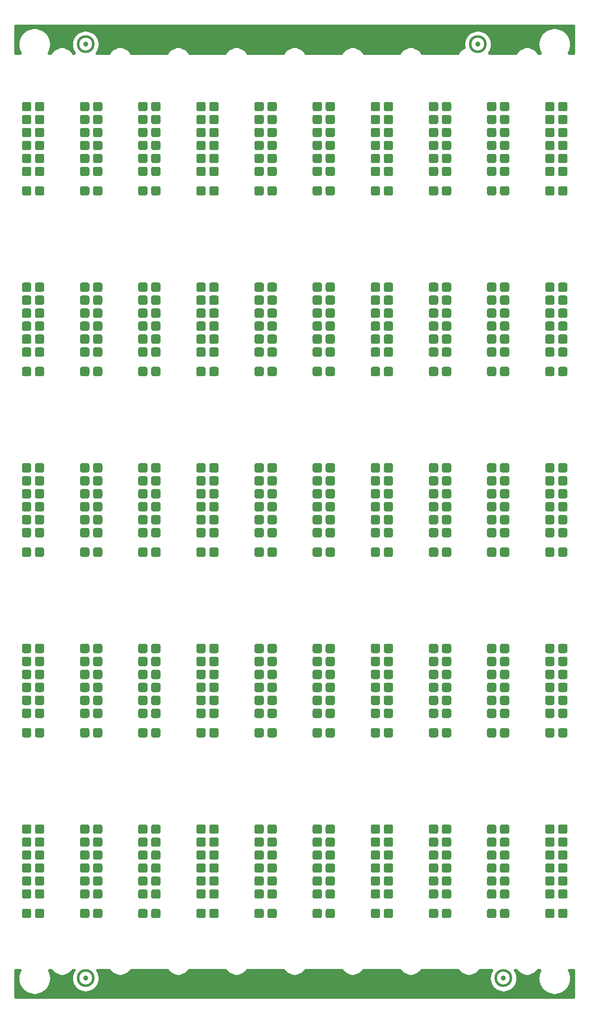
<source format=gbr>
%FSLAX36Y36*%
%MOMM*%
%SFA1.000B1.000*%

%MIA0B0*%
%IPPOS*%
%ADD15C,1.00000*%
%ADD16C,3.50000X2.50000*%
%ADD17C,0.05000*%
%ADD34C,0.60000*%
%LNCO*%
%LPD*%
G54D15*
X15000000Y5000000D03*
X96743000Y5000000D03*
X15000000Y187875000D03*
X91743000Y187875000D03*
G54D16*
X15000000Y5000000D03*
X96743000Y5000000D03*
X15000000Y187875000D03*
X91743000Y187875000D03*
G54D34*
X1300000Y191476000D02*
G01X110443000Y191476000D01*
X110443000Y6501000D02*
G01X110443000Y6601000D01*
X109684000Y6501000D02*
G01X109630000Y6601000D01*
X103802000Y6501000D02*
G01X103857000Y6601000D01*
X103436000Y6501000D02*
G01X103504000Y6601000D01*
X99302000Y6501000D02*
G01X99234000Y6601000D01*
X99110000Y6501000D02*
G01X99041000Y6601000D01*
X94377000Y6501000D02*
G01X94445000Y6601000D01*
X92061000Y6501000D02*
G01X92130000Y6601000D01*
X87928000Y6501000D02*
G01X87859000Y6601000D01*
X80687000Y6501000D02*
G01X80756000Y6601000D01*
X76554000Y6501000D02*
G01X76485000Y6601000D01*
X69313000Y6501000D02*
G01X69382000Y6601000D01*
X65180000Y6501000D02*
G01X65111000Y6601000D01*
X57938000Y6501000D02*
G01X58007000Y6601000D01*
X53805000Y6501000D02*
G01X53736000Y6601000D01*
X46564000Y6501000D02*
G01X46633000Y6601000D01*
X42431000Y6501000D02*
G01X42362000Y6601000D01*
X35190000Y6501000D02*
G01X35259000Y6601000D01*
X31057000Y6501000D02*
G01X30988000Y6601000D01*
X23816000Y6501000D02*
G01X23884000Y6601000D01*
X19682000Y6501000D02*
G01X19614000Y6601000D01*
X17367000Y6501000D02*
G01X17298000Y6601000D01*
X12634000Y6501000D02*
G01X12702000Y6601000D01*
X12441000Y6501000D02*
G01X12510000Y6601000D01*
X8308000Y6501000D02*
G01X8239000Y6601000D01*
X7941000Y6501000D02*
G01X7887000Y6601000D01*
X2059000Y6501000D02*
G01X2114000Y6601000D01*
X1300000Y6501000D02*
G01X1300000Y6601000D01*
X110443000Y6401000D02*
G01X110443000Y6501000D01*
X109732000Y6401000D02*
G01X109684000Y6501000D01*
X103755000Y6401000D02*
G01X103802000Y6501000D01*
X103359000Y6401000D02*
G01X103436000Y6501000D01*
X99379000Y6401000D02*
G01X99302000Y6501000D01*
X99168000Y6401000D02*
G01X99110000Y6501000D01*
X94318000Y6401000D02*
G01X94377000Y6501000D01*
X91985000Y6401000D02*
G01X92061000Y6501000D01*
X88004000Y6401000D02*
G01X87928000Y6501000D01*
X80611000Y6401000D02*
G01X80687000Y6501000D01*
X76630000Y6401000D02*
G01X76554000Y6501000D01*
X69237000Y6401000D02*
G01X69313000Y6501000D01*
X65256000Y6401000D02*
G01X65180000Y6501000D01*
X57862000Y6401000D02*
G01X57938000Y6501000D01*
X53881000Y6401000D02*
G01X53805000Y6501000D01*
X46488000Y6401000D02*
G01X46564000Y6501000D01*
X42507000Y6401000D02*
G01X42431000Y6501000D01*
X35114000Y6401000D02*
G01X35190000Y6501000D01*
X31133000Y6401000D02*
G01X31057000Y6501000D01*
X23739000Y6401000D02*
G01X23816000Y6501000D01*
X19759000Y6401000D02*
G01X19682000Y6501000D01*
X17425000Y6401000D02*
G01X17367000Y6501000D01*
X12575000Y6401000D02*
G01X12634000Y6501000D01*
X12365000Y6401000D02*
G01X12441000Y6501000D01*
X8384000Y6401000D02*
G01X8308000Y6501000D01*
X7989000Y6401000D02*
G01X7941000Y6501000D01*
X2012000Y6401000D02*
G01X2059000Y6501000D01*
X1300000Y6401000D02*
G01X1300000Y6501000D01*
X110443000Y6301000D02*
G01X110443000Y6401000D01*
X109778000Y6301000D02*
G01X109732000Y6401000D01*
X103709000Y6301000D02*
G01X103755000Y6401000D01*
X103275000Y6301000D02*
G01X103359000Y6401000D01*
X99463000Y6301000D02*
G01X99379000Y6401000D01*
X99225000Y6301000D02*
G01X99168000Y6401000D01*
X94261000Y6301000D02*
G01X94318000Y6401000D01*
X91901000Y6301000D02*
G01X91985000Y6401000D01*
X88089000Y6301000D02*
G01X88004000Y6401000D01*
X80527000Y6301000D02*
G01X80611000Y6401000D01*
X76714000Y6301000D02*
G01X76630000Y6401000D01*
X69152000Y6301000D02*
G01X69237000Y6401000D01*
X65340000Y6301000D02*
G01X65256000Y6401000D01*
X57778000Y6301000D02*
G01X57862000Y6401000D01*
X53966000Y6301000D02*
G01X53881000Y6401000D01*
X46404000Y6301000D02*
G01X46488000Y6401000D01*
X42591000Y6301000D02*
G01X42507000Y6401000D01*
X35029000Y6301000D02*
G01X35114000Y6401000D01*
X31217000Y6301000D02*
G01X31133000Y6401000D01*
X23655000Y6301000D02*
G01X23739000Y6401000D01*
X19843000Y6301000D02*
G01X19759000Y6401000D01*
X17482000Y6301000D02*
G01X17425000Y6401000D01*
X12518000Y6301000D02*
G01X12575000Y6401000D01*
X12281000Y6301000D02*
G01X12365000Y6401000D01*
X8469000Y6301000D02*
G01X8384000Y6401000D01*
X8035000Y6301000D02*
G01X7989000Y6401000D01*
X1966000Y6301000D02*
G01X2012000Y6401000D01*
X1300000Y6301000D02*
G01X1300000Y6401000D01*
X110443000Y6201000D02*
G01X110443000Y6301000D01*
X109818000Y6201000D02*
G01X109778000Y6301000D01*
X103669000Y6201000D02*
G01X103709000Y6301000D01*
X103181000Y6201000D02*
G01X103275000Y6301000D01*
X99557000Y6201000D02*
G01X99463000Y6301000D01*
X99273000Y6201000D02*
G01X99225000Y6301000D01*
X94213000Y6201000D02*
G01X94261000Y6301000D01*
X91807000Y6201000D02*
G01X91901000Y6301000D01*
X88182000Y6201000D02*
G01X88089000Y6301000D01*
X80433000Y6201000D02*
G01X80527000Y6301000D01*
X76808000Y6201000D02*
G01X76714000Y6301000D01*
X69059000Y6201000D02*
G01X69152000Y6301000D01*
X65434000Y6201000D02*
G01X65340000Y6301000D01*
X57684000Y6201000D02*
G01X57778000Y6301000D01*
X54059000Y6201000D02*
G01X53966000Y6301000D01*
X46310000Y6201000D02*
G01X46404000Y6301000D01*
X42685000Y6201000D02*
G01X42591000Y6301000D01*
X34936000Y6201000D02*
G01X35029000Y6301000D01*
X31311000Y6201000D02*
G01X31217000Y6301000D01*
X23561000Y6201000D02*
G01X23655000Y6301000D01*
X19937000Y6201000D02*
G01X19843000Y6301000D01*
X17530000Y6201000D02*
G01X17482000Y6301000D01*
X12470000Y6201000D02*
G01X12518000Y6301000D01*
X12187000Y6201000D02*
G01X12281000Y6301000D01*
X8562000Y6201000D02*
G01X8469000Y6301000D01*
X8075000Y6201000D02*
G01X8035000Y6301000D01*
X1926000Y6201000D02*
G01X1966000Y6301000D01*
X1300000Y6201000D02*
G01X1300000Y6301000D01*
X110443000Y6101000D02*
G01X110443000Y6201000D01*
X109856000Y6101000D02*
G01X109818000Y6201000D01*
X103630000Y6101000D02*
G01X103669000Y6201000D01*
X103077000Y6101000D02*
G01X103181000Y6201000D01*
X99661000Y6101000D02*
G01X99557000Y6201000D01*
X99320000Y6101000D02*
G01X99273000Y6201000D01*
X94166000Y6101000D02*
G01X94213000Y6201000D01*
X91703000Y6101000D02*
G01X91807000Y6201000D01*
X88287000Y6101000D02*
G01X88182000Y6201000D01*
X80328000Y6101000D02*
G01X80433000Y6201000D01*
X76913000Y6101000D02*
G01X76808000Y6201000D01*
X68954000Y6101000D02*
G01X69059000Y6201000D01*
X65538000Y6101000D02*
G01X65434000Y6201000D01*
X57580000Y6101000D02*
G01X57684000Y6201000D01*
X54164000Y6101000D02*
G01X54059000Y6201000D01*
X46205000Y6101000D02*
G01X46310000Y6201000D01*
X42790000Y6101000D02*
G01X42685000Y6201000D01*
X34831000Y6101000D02*
G01X34936000Y6201000D01*
X31415000Y6101000D02*
G01X31311000Y6201000D01*
X23457000Y6101000D02*
G01X23561000Y6201000D01*
X20041000Y6101000D02*
G01X19937000Y6201000D01*
X17577000Y6101000D02*
G01X17530000Y6201000D01*
X12423000Y6101000D02*
G01X12470000Y6201000D01*
X12082000Y6101000D02*
G01X12187000Y6201000D01*
X8667000Y6101000D02*
G01X8562000Y6201000D01*
X8113000Y6101000D02*
G01X8075000Y6201000D01*
X1887000Y6101000D02*
G01X1926000Y6201000D01*
X1300000Y6101000D02*
G01X1300000Y6201000D01*
X110443000Y6001000D02*
G01X110443000Y6101000D01*
X109888000Y6001000D02*
G01X109856000Y6101000D01*
X103598000Y6001000D02*
G01X103630000Y6101000D01*
X102959000Y6001000D02*
G01X103077000Y6101000D01*
X99779000Y6001000D02*
G01X99661000Y6101000D01*
X99359000Y6001000D02*
G01X99320000Y6101000D01*
X94128000Y6001000D02*
G01X94166000Y6101000D01*
X91585000Y6001000D02*
G01X91703000Y6101000D01*
X88404000Y6001000D02*
G01X88287000Y6101000D01*
X80211000Y6001000D02*
G01X80328000Y6101000D01*
X77030000Y6001000D02*
G01X76913000Y6101000D01*
X68836000Y6001000D02*
G01X68954000Y6101000D01*
X65656000Y6001000D02*
G01X65538000Y6101000D01*
X57462000Y6001000D02*
G01X57580000Y6101000D01*
X54282000Y6001000D02*
G01X54164000Y6101000D01*
X46088000Y6001000D02*
G01X46205000Y6101000D01*
X42907000Y6001000D02*
G01X42790000Y6101000D01*
X34714000Y6001000D02*
G01X34831000Y6101000D01*
X31533000Y6001000D02*
G01X31415000Y6101000D01*
X23339000Y6001000D02*
G01X23457000Y6101000D01*
X20159000Y6001000D02*
G01X20041000Y6101000D01*
X17616000Y6001000D02*
G01X17577000Y6101000D01*
X12385000Y6001000D02*
G01X12423000Y6101000D01*
X11965000Y6001000D02*
G01X12082000Y6101000D01*
X8784000Y6001000D02*
G01X8667000Y6101000D01*
X8145000Y6001000D02*
G01X8113000Y6101000D01*
X1855000Y6001000D02*
G01X1887000Y6101000D01*
X1300000Y6001000D02*
G01X1300000Y6101000D01*
X110443000Y5901000D02*
G01X110443000Y6001000D01*
X109920000Y5901000D02*
G01X109888000Y6001000D01*
X103567000Y5901000D02*
G01X103598000Y6001000D01*
X102826000Y5901000D02*
G01X102959000Y6001000D01*
X99912000Y5901000D02*
G01X99779000Y6001000D01*
X99397000Y5901000D02*
G01X99359000Y6001000D01*
X94090000Y5901000D02*
G01X94128000Y6001000D01*
X91452000Y5901000D02*
G01X91585000Y6001000D01*
X88538000Y5901000D02*
G01X88404000Y6001000D01*
X80077000Y5901000D02*
G01X80211000Y6001000D01*
X77164000Y5901000D02*
G01X77030000Y6001000D01*
X68703000Y5901000D02*
G01X68836000Y6001000D01*
X65789000Y5901000D02*
G01X65656000Y6001000D01*
X57329000Y5901000D02*
G01X57462000Y6001000D01*
X54415000Y5901000D02*
G01X54282000Y6001000D01*
X45954000Y5901000D02*
G01X46088000Y6001000D01*
X43041000Y5901000D02*
G01X42907000Y6001000D01*
X34580000Y5901000D02*
G01X34714000Y6001000D01*
X31666000Y5901000D02*
G01X31533000Y6001000D01*
X23206000Y5901000D02*
G01X23339000Y6001000D01*
X20292000Y5901000D02*
G01X20159000Y6001000D01*
X17654000Y5901000D02*
G01X17616000Y6001000D01*
X12347000Y5901000D02*
G01X12385000Y6001000D01*
X11832000Y5901000D02*
G01X11965000Y6001000D01*
X8918000Y5901000D02*
G01X8784000Y6001000D01*
X8177000Y5901000D02*
G01X8145000Y6001000D01*
X1824000Y5901000D02*
G01X1855000Y6001000D01*
X1300000Y5901000D02*
G01X1300000Y6001000D01*
X110443000Y5801000D02*
G01X110443000Y5901000D01*
X109945000Y5801000D02*
G01X109920000Y5901000D01*
X103541000Y5801000D02*
G01X103567000Y5901000D01*
X102672000Y5801000D02*
G01X102826000Y5901000D01*
X100066000Y5801000D02*
G01X99912000Y5901000D01*
X99427000Y5801000D02*
G01X99397000Y5901000D01*
X94060000Y5801000D02*
G01X94090000Y5901000D01*
X91298000Y5801000D02*
G01X91452000Y5901000D01*
X88692000Y5801000D02*
G01X88538000Y5901000D01*
X79923000Y5801000D02*
G01X80077000Y5901000D01*
X77317000Y5801000D02*
G01X77164000Y5901000D01*
X68549000Y5801000D02*
G01X68703000Y5901000D01*
X65943000Y5801000D02*
G01X65789000Y5901000D01*
X57175000Y5801000D02*
G01X57329000Y5901000D01*
X54569000Y5801000D02*
G01X54415000Y5901000D01*
X45801000Y5801000D02*
G01X45954000Y5901000D01*
X43195000Y5801000D02*
G01X43041000Y5901000D01*
X34426000Y5801000D02*
G01X34580000Y5901000D01*
X31820000Y5801000D02*
G01X31666000Y5901000D01*
X23052000Y5801000D02*
G01X23206000Y5901000D01*
X20446000Y5801000D02*
G01X20292000Y5901000D01*
X17684000Y5801000D02*
G01X17654000Y5901000D01*
X12317000Y5801000D02*
G01X12347000Y5901000D01*
X11678000Y5801000D02*
G01X11832000Y5901000D01*
X9072000Y5801000D02*
G01X8918000Y5901000D01*
X8202000Y5801000D02*
G01X8177000Y5901000D01*
X1798000Y5801000D02*
G01X1824000Y5901000D01*
X1300000Y5801000D02*
G01X1300000Y5901000D01*
X110443000Y5701000D02*
G01X110443000Y5801000D01*
X109970000Y5701000D02*
G01X109945000Y5801000D01*
X103517000Y5701000D02*
G01X103541000Y5801000D01*
X102490000Y5701000D02*
G01X102672000Y5801000D01*
X100248000Y5701000D02*
G01X100066000Y5801000D01*
X99457000Y5701000D02*
G01X99427000Y5801000D01*
X94030000Y5701000D02*
G01X94060000Y5801000D01*
X91115000Y5701000D02*
G01X91298000Y5801000D01*
X88874000Y5701000D02*
G01X88692000Y5801000D01*
X79741000Y5701000D02*
G01X79923000Y5801000D01*
X77500000Y5701000D02*
G01X77317000Y5801000D01*
X68367000Y5701000D02*
G01X68549000Y5801000D01*
X66126000Y5701000D02*
G01X65943000Y5801000D01*
X56992000Y5701000D02*
G01X57175000Y5801000D01*
X54751000Y5701000D02*
G01X54569000Y5801000D01*
X45618000Y5701000D02*
G01X45801000Y5801000D01*
X43377000Y5701000D02*
G01X43195000Y5801000D01*
X34244000Y5701000D02*
G01X34426000Y5801000D01*
X32003000Y5701000D02*
G01X31820000Y5801000D01*
X22870000Y5701000D02*
G01X23052000Y5801000D01*
X20628000Y5701000D02*
G01X20446000Y5801000D01*
X17714000Y5701000D02*
G01X17684000Y5801000D01*
X12287000Y5701000D02*
G01X12317000Y5801000D01*
X11495000Y5701000D02*
G01X11678000Y5801000D01*
X9254000Y5701000D02*
G01X9072000Y5801000D01*
X8227000Y5701000D02*
G01X8202000Y5801000D01*
X1774000Y5701000D02*
G01X1798000Y5801000D01*
X1300000Y5701000D02*
G01X1300000Y5801000D01*
X110443000Y5601000D02*
G01X110443000Y5701000D01*
X109989000Y5601000D02*
G01X109970000Y5701000D01*
X103498000Y5601000D02*
G01X103517000Y5701000D01*
X102263000Y5601000D02*
G01X102490000Y5701000D01*
X100475000Y5601000D02*
G01X100248000Y5701000D01*
X99479000Y5601000D02*
G01X99457000Y5701000D01*
X94008000Y5601000D02*
G01X94030000Y5701000D01*
X90889000Y5601000D02*
G01X91115000Y5701000D01*
X89100000Y5601000D02*
G01X88874000Y5701000D01*
X79515000Y5601000D02*
G01X79741000Y5701000D01*
X77726000Y5601000D02*
G01X77500000Y5701000D01*
X68141000Y5601000D02*
G01X68367000Y5701000D01*
X66352000Y5601000D02*
G01X66126000Y5701000D01*
X56766000Y5601000D02*
G01X56992000Y5701000D01*
X54977000Y5601000D02*
G01X54751000Y5701000D01*
X45392000Y5601000D02*
G01X45618000Y5701000D01*
X43603000Y5601000D02*
G01X43377000Y5701000D01*
X34018000Y5601000D02*
G01X34244000Y5701000D01*
X32229000Y5601000D02*
G01X32003000Y5701000D01*
X22643000Y5601000D02*
G01X22870000Y5701000D01*
X20855000Y5601000D02*
G01X20628000Y5701000D01*
X17736000Y5601000D02*
G01X17714000Y5701000D01*
X12265000Y5601000D02*
G01X12287000Y5701000D01*
X11269000Y5601000D02*
G01X11495000Y5701000D01*
X9480000Y5601000D02*
G01X9254000Y5701000D01*
X8246000Y5601000D02*
G01X8227000Y5701000D01*
X1755000Y5601000D02*
G01X1774000Y5701000D01*
X1300000Y5601000D02*
G01X1300000Y5701000D01*
X110443000Y5501000D02*
G01X110443000Y5601000D01*
X110007000Y5501000D02*
G01X109989000Y5601000D01*
X103480000Y5501000D02*
G01X103498000Y5601000D01*
X101955000Y5501000D02*
G01X102263000Y5601000D01*
X100783000Y5501000D02*
G01X100475000Y5601000D01*
X99500000Y5501000D02*
G01X99479000Y5601000D01*
X93986000Y5501000D02*
G01X94008000Y5601000D01*
X90581000Y5501000D02*
G01X90889000Y5601000D01*
X89409000Y5501000D02*
G01X89100000Y5601000D01*
X79207000Y5501000D02*
G01X79515000Y5601000D01*
X78034000Y5501000D02*
G01X77726000Y5601000D01*
X67832000Y5501000D02*
G01X68141000Y5601000D01*
X66660000Y5501000D02*
G01X66352000Y5601000D01*
X56458000Y5501000D02*
G01X56766000Y5601000D01*
X55286000Y5501000D02*
G01X54977000Y5601000D01*
X45084000Y5501000D02*
G01X45392000Y5601000D01*
X43911000Y5501000D02*
G01X43603000Y5601000D01*
X33709000Y5501000D02*
G01X34018000Y5601000D01*
X32537000Y5501000D02*
G01X32229000Y5601000D01*
X22335000Y5501000D02*
G01X22643000Y5601000D01*
X21163000Y5501000D02*
G01X20855000Y5601000D01*
X17757000Y5501000D02*
G01X17736000Y5601000D01*
X12243000Y5501000D02*
G01X12265000Y5601000D01*
X10961000Y5501000D02*
G01X11269000Y5601000D01*
X9789000Y5501000D02*
G01X9480000Y5601000D01*
X8264000Y5501000D02*
G01X8246000Y5601000D01*
X1737000Y5501000D02*
G01X1755000Y5601000D01*
X1300000Y5501000D02*
G01X1300000Y5601000D01*
X110443000Y5401000D02*
G01X110443000Y5501000D01*
X110019000Y5401000D02*
G01X110007000Y5501000D01*
X103467000Y5401000D02*
G01X103480000Y5501000D01*
X101381000Y5401000D02*
G01X101955000Y5501000D01*
X101357000Y5401000D02*
G01X100783000Y5501000D01*
X99515000Y5401000D02*
G01X99500000Y5501000D01*
X93972000Y5401000D02*
G01X93986000Y5501000D01*
X90007000Y5401000D02*
G01X90581000Y5501000D01*
X89983000Y5401000D02*
G01X89409000Y5501000D01*
X78632000Y5401000D02*
G01X79207000Y5501000D01*
X78608000Y5401000D02*
G01X78034000Y5501000D01*
X67258000Y5401000D02*
G01X67832000Y5501000D01*
X67234000Y5401000D02*
G01X66660000Y5501000D01*
X55884000Y5401000D02*
G01X56458000Y5501000D01*
X55860000Y5401000D02*
G01X55286000Y5501000D01*
X44510000Y5401000D02*
G01X45084000Y5501000D01*
X44486000Y5401000D02*
G01X43911000Y5501000D01*
X33135000Y5401000D02*
G01X33709000Y5501000D01*
X33111000Y5401000D02*
G01X32537000Y5501000D01*
X21761000Y5401000D02*
G01X22335000Y5501000D01*
X21737000Y5401000D02*
G01X21163000Y5501000D01*
X17772000Y5401000D02*
G01X17757000Y5501000D01*
X12229000Y5401000D02*
G01X12243000Y5501000D01*
X10387000Y5401000D02*
G01X10961000Y5501000D01*
X10363000Y5401000D02*
G01X9789000Y5501000D01*
X8276000Y5401000D02*
G01X8264000Y5501000D01*
X1724000Y5401000D02*
G01X1737000Y5501000D01*
X1300000Y5401000D02*
G01X1300000Y5501000D01*
X110443000Y5301000D02*
G01X110443000Y5401000D01*
X110032000Y5301000D02*
G01X110019000Y5401000D01*
X103455000Y5301000D02*
G01X103467000Y5401000D01*
X99529000Y5301000D02*
G01X99515000Y5401000D01*
X93957000Y5301000D02*
G01X93972000Y5401000D01*
X17786000Y5301000D02*
G01X17772000Y5401000D01*
X12214000Y5301000D02*
G01X12229000Y5401000D01*
X8289000Y5301000D02*
G01X8276000Y5401000D01*
X1712000Y5301000D02*
G01X1724000Y5401000D01*
X1300000Y5301000D02*
G01X1300000Y5401000D01*
X110443000Y5201000D02*
G01X110443000Y5301000D01*
X110038000Y5201000D02*
G01X110032000Y5301000D01*
X103449000Y5201000D02*
G01X103455000Y5301000D01*
X99537000Y5201000D02*
G01X99529000Y5301000D01*
X93950000Y5201000D02*
G01X93957000Y5301000D01*
X17794000Y5201000D02*
G01X17786000Y5301000D01*
X12207000Y5201000D02*
G01X12214000Y5301000D01*
X8295000Y5201000D02*
G01X8289000Y5301000D01*
X1706000Y5201000D02*
G01X1712000Y5301000D01*
X1300000Y5201000D02*
G01X1300000Y5301000D01*
X110443000Y5101000D02*
G01X110443000Y5201000D01*
X110044000Y5101000D02*
G01X110038000Y5201000D01*
X103443000Y5101000D02*
G01X103449000Y5201000D01*
X99544000Y5101000D02*
G01X99537000Y5201000D01*
X93943000Y5101000D02*
G01X93950000Y5201000D01*
X17801000Y5101000D02*
G01X17794000Y5201000D01*
X12200000Y5101000D02*
G01X12207000Y5201000D01*
X8301000Y5101000D02*
G01X8295000Y5201000D01*
X1700000Y5101000D02*
G01X1706000Y5201000D01*
X1300000Y5101000D02*
G01X1300000Y5201000D01*
X110443000Y5001000D02*
G01X110443000Y5101000D01*
X110044000Y5001000D02*
G01X110044000Y5101000D01*
X103443000Y5001000D02*
G01X103443000Y5101000D01*
X99544000Y5001000D02*
G01X99544000Y5101000D01*
X93943000Y5001000D02*
G01X93943000Y5101000D01*
X17801000Y5001000D02*
G01X17801000Y5101000D01*
X12200000Y5001000D02*
G01X12200000Y5101000D01*
X8301000Y5001000D02*
G01X8301000Y5101000D01*
X1700000Y5001000D02*
G01X1700000Y5101000D01*
X1300000Y5001000D02*
G01X1300000Y5101000D01*
X110443000Y4901000D02*
G01X110443000Y5001000D01*
X110044000Y4901000D02*
G01X110044000Y5001000D01*
X103443000Y4901000D02*
G01X103443000Y5001000D01*
X99544000Y4901000D02*
G01X99544000Y5001000D01*
X93943000Y4901000D02*
G01X93943000Y5001000D01*
X17801000Y4901000D02*
G01X17801000Y5001000D01*
X12200000Y4901000D02*
G01X12200000Y5001000D01*
X8301000Y4901000D02*
G01X8301000Y5001000D01*
X1700000Y4901000D02*
G01X1700000Y5001000D01*
X1300000Y4901000D02*
G01X1300000Y5001000D01*
X110443000Y4801000D02*
G01X110443000Y4901000D01*
X110039000Y4801000D02*
G01X110044000Y4901000D01*
X103447000Y4801000D02*
G01X103443000Y4901000D01*
X99539000Y4801000D02*
G01X99544000Y4901000D01*
X93948000Y4801000D02*
G01X93943000Y4901000D01*
X17796000Y4801000D02*
G01X17801000Y4901000D01*
X12205000Y4801000D02*
G01X12200000Y4901000D01*
X8296000Y4801000D02*
G01X8301000Y4901000D01*
X1704000Y4801000D02*
G01X1700000Y4901000D01*
X1300000Y4801000D02*
G01X1300000Y4901000D01*
X110443000Y4701000D02*
G01X110443000Y4801000D01*
X110032000Y4701000D02*
G01X110039000Y4801000D01*
X103455000Y4701000D02*
G01X103447000Y4801000D01*
X99530000Y4701000D02*
G01X99539000Y4801000D01*
X93957000Y4701000D02*
G01X93948000Y4801000D01*
X17787000Y4701000D02*
G01X17796000Y4801000D01*
X12214000Y4701000D02*
G01X12205000Y4801000D01*
X8289000Y4701000D02*
G01X8296000Y4801000D01*
X1712000Y4701000D02*
G01X1704000Y4801000D01*
X1300000Y4701000D02*
G01X1300000Y4801000D01*
X110443000Y4601000D02*
G01X110443000Y4701000D01*
X110021000Y4601000D02*
G01X110032000Y4701000D01*
X103466000Y4601000D02*
G01X103455000Y4701000D01*
X99517000Y4601000D02*
G01X99530000Y4701000D01*
X93970000Y4601000D02*
G01X93957000Y4701000D01*
X17774000Y4601000D02*
G01X17787000Y4701000D01*
X12227000Y4601000D02*
G01X12214000Y4701000D01*
X8278000Y4601000D02*
G01X8289000Y4701000D01*
X1723000Y4601000D02*
G01X1712000Y4701000D01*
X1300000Y4601000D02*
G01X1300000Y4701000D01*
X110443000Y4501000D02*
G01X110443000Y4601000D01*
X110007000Y4501000D02*
G01X110021000Y4601000D01*
X103479000Y4501000D02*
G01X103466000Y4601000D01*
X99501000Y4501000D02*
G01X99517000Y4601000D01*
X93986000Y4501000D02*
G01X93970000Y4601000D01*
X17758000Y4501000D02*
G01X17774000Y4601000D01*
X12243000Y4501000D02*
G01X12227000Y4601000D01*
X8264000Y4501000D02*
G01X8278000Y4601000D01*
X1736000Y4501000D02*
G01X1723000Y4601000D01*
X1300000Y4501000D02*
G01X1300000Y4601000D01*
X110443000Y4401000D02*
G01X110443000Y4501000D01*
X109991000Y4401000D02*
G01X110007000Y4501000D01*
X103496000Y4401000D02*
G01X103479000Y4501000D01*
X99481000Y4401000D02*
G01X99501000Y4501000D01*
X94006000Y4401000D02*
G01X93986000Y4501000D01*
X17738000Y4401000D02*
G01X17758000Y4501000D01*
X12263000Y4401000D02*
G01X12243000Y4501000D01*
X8248000Y4401000D02*
G01X8264000Y4501000D01*
X1753000Y4401000D02*
G01X1736000Y4501000D01*
X1300000Y4401000D02*
G01X1300000Y4501000D01*
X110443000Y4301000D02*
G01X110443000Y4401000D01*
X109970000Y4301000D02*
G01X109991000Y4401000D01*
X103516000Y4301000D02*
G01X103496000Y4401000D01*
X99457000Y4301000D02*
G01X99481000Y4401000D01*
X94030000Y4301000D02*
G01X94006000Y4401000D01*
X17714000Y4301000D02*
G01X17738000Y4401000D01*
X12287000Y4301000D02*
G01X12263000Y4401000D01*
X8227000Y4301000D02*
G01X8248000Y4401000D01*
X1773000Y4301000D02*
G01X1753000Y4401000D01*
X1300000Y4301000D02*
G01X1300000Y4401000D01*
X110443000Y4201000D02*
G01X110443000Y4301000D01*
X109947000Y4201000D02*
G01X109970000Y4301000D01*
X103540000Y4201000D02*
G01X103516000Y4301000D01*
X99429000Y4201000D02*
G01X99457000Y4301000D01*
X94057000Y4201000D02*
G01X94030000Y4301000D01*
X17686000Y4201000D02*
G01X17714000Y4301000D01*
X12314000Y4201000D02*
G01X12287000Y4301000D01*
X8204000Y4201000D02*
G01X8227000Y4301000D01*
X1797000Y4201000D02*
G01X1773000Y4301000D01*
X1300000Y4201000D02*
G01X1300000Y4301000D01*
X110443000Y4101000D02*
G01X110443000Y4201000D01*
X109921000Y4101000D02*
G01X109947000Y4201000D01*
X103566000Y4101000D02*
G01X103540000Y4201000D01*
X99398000Y4101000D02*
G01X99429000Y4201000D01*
X94089000Y4101000D02*
G01X94057000Y4201000D01*
X17655000Y4101000D02*
G01X17686000Y4201000D01*
X12346000Y4101000D02*
G01X12314000Y4201000D01*
X8178000Y4101000D02*
G01X8204000Y4201000D01*
X1823000Y4101000D02*
G01X1797000Y4201000D01*
X1300000Y4101000D02*
G01X1300000Y4201000D01*
X110443000Y4001000D02*
G01X110443000Y4101000D01*
X109891000Y4001000D02*
G01X109921000Y4101000D01*
X103596000Y4001000D02*
G01X103566000Y4101000D01*
X99362000Y4001000D02*
G01X99398000Y4101000D01*
X94125000Y4001000D02*
G01X94089000Y4101000D01*
X17619000Y4001000D02*
G01X17655000Y4101000D01*
X12382000Y4001000D02*
G01X12346000Y4101000D01*
X8148000Y4001000D02*
G01X8178000Y4101000D01*
X1853000Y4001000D02*
G01X1823000Y4101000D01*
X1300000Y4001000D02*
G01X1300000Y4101000D01*
X110443000Y3901000D02*
G01X110443000Y4001000D01*
X109857000Y3901000D02*
G01X109891000Y4001000D01*
X103630000Y3901000D02*
G01X103596000Y4001000D01*
X99321000Y3901000D02*
G01X99362000Y4001000D01*
X94165000Y3901000D02*
G01X94125000Y4001000D01*
X17578000Y3901000D02*
G01X17619000Y4001000D01*
X12422000Y3901000D02*
G01X12382000Y4001000D01*
X8114000Y3901000D02*
G01X8148000Y4001000D01*
X1887000Y3901000D02*
G01X1853000Y4001000D01*
X1300000Y3901000D02*
G01X1300000Y4001000D01*
X110443000Y3801000D02*
G01X110443000Y3901000D01*
X109820000Y3801000D02*
G01X109857000Y3901000D01*
X103667000Y3801000D02*
G01X103630000Y3901000D01*
X99276000Y3801000D02*
G01X99321000Y3901000D01*
X94210000Y3801000D02*
G01X94165000Y3901000D01*
X17533000Y3801000D02*
G01X17578000Y3901000D01*
X12467000Y3801000D02*
G01X12422000Y3901000D01*
X8077000Y3801000D02*
G01X8114000Y3901000D01*
X1924000Y3801000D02*
G01X1887000Y3901000D01*
X1300000Y3801000D02*
G01X1300000Y3901000D01*
X110443000Y3701000D02*
G01X110443000Y3801000D01*
X109779000Y3701000D02*
G01X109820000Y3801000D01*
X103708000Y3701000D02*
G01X103667000Y3801000D01*
X99227000Y3701000D02*
G01X99276000Y3801000D01*
X94260000Y3701000D02*
G01X94210000Y3801000D01*
X17484000Y3701000D02*
G01X17533000Y3801000D01*
X12517000Y3701000D02*
G01X12467000Y3801000D01*
X8036000Y3701000D02*
G01X8077000Y3801000D01*
X1965000Y3701000D02*
G01X1924000Y3801000D01*
X1300000Y3701000D02*
G01X1300000Y3801000D01*
X110443000Y3601000D02*
G01X110443000Y3701000D01*
X109734000Y3601000D02*
G01X109779000Y3701000D01*
X103752000Y3601000D02*
G01X103708000Y3701000D01*
X99172000Y3601000D02*
G01X99227000Y3701000D01*
X94315000Y3601000D02*
G01X94260000Y3701000D01*
X17429000Y3601000D02*
G01X17484000Y3701000D01*
X12572000Y3601000D02*
G01X12517000Y3701000D01*
X7991000Y3601000D02*
G01X8036000Y3701000D01*
X2009000Y3601000D02*
G01X1965000Y3701000D01*
X1300000Y3601000D02*
G01X1300000Y3701000D01*
X110443000Y3501000D02*
G01X110443000Y3601000D01*
X109686000Y3501000D02*
G01X109734000Y3601000D01*
X103801000Y3501000D02*
G01X103752000Y3601000D01*
X99111000Y3501000D02*
G01X99172000Y3601000D01*
X94375000Y3501000D02*
G01X94315000Y3601000D01*
X17368000Y3501000D02*
G01X17429000Y3601000D01*
X12632000Y3501000D02*
G01X12572000Y3601000D01*
X7943000Y3501000D02*
G01X7991000Y3601000D01*
X2058000Y3501000D02*
G01X2009000Y3601000D01*
X1300000Y3501000D02*
G01X1300000Y3601000D01*
X110443000Y3401000D02*
G01X110443000Y3501000D01*
X109633000Y3401000D02*
G01X109686000Y3501000D01*
X103854000Y3401000D02*
G01X103801000Y3501000D01*
X99045000Y3401000D02*
G01X99111000Y3501000D01*
X94442000Y3401000D02*
G01X94375000Y3501000D01*
X17302000Y3401000D02*
G01X17368000Y3501000D01*
X12699000Y3401000D02*
G01X12632000Y3501000D01*
X7890000Y3401000D02*
G01X7943000Y3501000D01*
X2111000Y3401000D02*
G01X2058000Y3501000D01*
X1300000Y3401000D02*
G01X1300000Y3501000D01*
X110443000Y3301000D02*
G01X110443000Y3401000D01*
X109575000Y3301000D02*
G01X109633000Y3401000D01*
X103912000Y3301000D02*
G01X103854000Y3401000D01*
X98973000Y3301000D02*
G01X99045000Y3401000D01*
X94514000Y3301000D02*
G01X94442000Y3401000D01*
X17230000Y3301000D02*
G01X17302000Y3401000D01*
X12771000Y3301000D02*
G01X12699000Y3401000D01*
X7832000Y3301000D02*
G01X7890000Y3401000D01*
X2169000Y3301000D02*
G01X2111000Y3401000D01*
X1300000Y3301000D02*
G01X1300000Y3401000D01*
X110443000Y3201000D02*
G01X110443000Y3301000D01*
X109513000Y3201000D02*
G01X109575000Y3301000D01*
X103974000Y3201000D02*
G01X103912000Y3301000D01*
X98893000Y3201000D02*
G01X98973000Y3301000D01*
X94594000Y3201000D02*
G01X94514000Y3301000D01*
X17150000Y3201000D02*
G01X17230000Y3301000D01*
X12851000Y3201000D02*
G01X12771000Y3301000D01*
X7770000Y3201000D02*
G01X7832000Y3301000D01*
X2231000Y3201000D02*
G01X2169000Y3301000D01*
X1300000Y3201000D02*
G01X1300000Y3301000D01*
X110443000Y3101000D02*
G01X110443000Y3201000D01*
X109445000Y3101000D02*
G01X109513000Y3201000D01*
X104042000Y3101000D02*
G01X103974000Y3201000D01*
X98805000Y3101000D02*
G01X98893000Y3201000D01*
X94681000Y3101000D02*
G01X94594000Y3201000D01*
X17062000Y3101000D02*
G01X17150000Y3201000D01*
X12938000Y3101000D02*
G01X12851000Y3201000D01*
X7702000Y3101000D02*
G01X7770000Y3201000D01*
X2299000Y3101000D02*
G01X2231000Y3201000D01*
X1300000Y3101000D02*
G01X1300000Y3201000D01*
X110443000Y3001000D02*
G01X110443000Y3101000D01*
X109372000Y3001000D02*
G01X109445000Y3101000D01*
X104115000Y3001000D02*
G01X104042000Y3101000D01*
X98709000Y3001000D02*
G01X98805000Y3101000D01*
X94778000Y3001000D02*
G01X94681000Y3101000D01*
X16966000Y3001000D02*
G01X17062000Y3101000D01*
X13035000Y3001000D02*
G01X12938000Y3101000D01*
X7629000Y3001000D02*
G01X7702000Y3101000D01*
X2372000Y3001000D02*
G01X2299000Y3101000D01*
X1300000Y3001000D02*
G01X1300000Y3101000D01*
X110443000Y2901000D02*
G01X110443000Y3001000D01*
X109293000Y2901000D02*
G01X109372000Y3001000D01*
X104194000Y2901000D02*
G01X104115000Y3001000D01*
X98602000Y2901000D02*
G01X98709000Y3001000D01*
X94885000Y2901000D02*
G01X94778000Y3001000D01*
X16859000Y2901000D02*
G01X16966000Y3001000D01*
X13142000Y2901000D02*
G01X13035000Y3001000D01*
X7550000Y2901000D02*
G01X7629000Y3001000D01*
X2451000Y2901000D02*
G01X2372000Y3001000D01*
X1300000Y2901000D02*
G01X1300000Y3001000D01*
X110443000Y2801000D02*
G01X110443000Y2901000D01*
X109208000Y2801000D02*
G01X109293000Y2901000D01*
X104279000Y2801000D02*
G01X104194000Y2901000D01*
X98483000Y2801000D02*
G01X98602000Y2901000D01*
X95003000Y2801000D02*
G01X94885000Y2901000D01*
X16740000Y2801000D02*
G01X16859000Y2901000D01*
X13260000Y2801000D02*
G01X13142000Y2901000D01*
X7465000Y2801000D02*
G01X7550000Y2901000D01*
X2536000Y2801000D02*
G01X2451000Y2901000D01*
X1300000Y2801000D02*
G01X1300000Y2901000D01*
X110443000Y2701000D02*
G01X110443000Y2801000D01*
X109115000Y2701000D02*
G01X109208000Y2801000D01*
X104372000Y2701000D02*
G01X104279000Y2801000D01*
X98350000Y2701000D02*
G01X98483000Y2801000D01*
X95137000Y2701000D02*
G01X95003000Y2801000D01*
X16607000Y2701000D02*
G01X16740000Y2801000D01*
X13394000Y2701000D02*
G01X13260000Y2801000D01*
X7372000Y2701000D02*
G01X7465000Y2801000D01*
X2629000Y2701000D02*
G01X2536000Y2801000D01*
X1300000Y2701000D02*
G01X1300000Y2801000D01*
X110443000Y2601000D02*
G01X110443000Y2701000D01*
X109014000Y2601000D02*
G01X109115000Y2701000D01*
X104473000Y2601000D02*
G01X104372000Y2701000D01*
X98198000Y2601000D02*
G01X98350000Y2701000D01*
X95289000Y2601000D02*
G01X95137000Y2701000D01*
X16455000Y2601000D02*
G01X16607000Y2701000D01*
X13546000Y2601000D02*
G01X13394000Y2701000D01*
X7271000Y2601000D02*
G01X7372000Y2701000D01*
X2730000Y2601000D02*
G01X2629000Y2701000D01*
X1300000Y2601000D02*
G01X1300000Y2701000D01*
X110443000Y2501000D02*
G01X110443000Y2601000D01*
X108904000Y2501000D02*
G01X109014000Y2601000D01*
X104583000Y2501000D02*
G01X104473000Y2601000D01*
X98021000Y2501000D02*
G01X98198000Y2601000D01*
X95466000Y2501000D02*
G01X95289000Y2601000D01*
X16278000Y2501000D02*
G01X16455000Y2601000D01*
X13723000Y2501000D02*
G01X13546000Y2601000D01*
X7161000Y2501000D02*
G01X7271000Y2601000D01*
X2840000Y2501000D02*
G01X2730000Y2601000D01*
X1300000Y2501000D02*
G01X1300000Y2601000D01*
X110443000Y2401000D02*
G01X110443000Y2501000D01*
X108783000Y2401000D02*
G01X108904000Y2501000D01*
X104704000Y2401000D02*
G01X104583000Y2501000D01*
X97808000Y2401000D02*
G01X98021000Y2501000D01*
X95679000Y2401000D02*
G01X95466000Y2501000D01*
X16065000Y2401000D02*
G01X16278000Y2501000D01*
X13936000Y2401000D02*
G01X13723000Y2501000D01*
X7040000Y2401000D02*
G01X7161000Y2501000D01*
X2961000Y2401000D02*
G01X2840000Y2501000D01*
X1300000Y2401000D02*
G01X1300000Y2501000D01*
X110443000Y2301000D02*
G01X110443000Y2401000D01*
X108649000Y2301000D02*
G01X108783000Y2401000D01*
X104838000Y2301000D02*
G01X104704000Y2401000D01*
X97535000Y2301000D02*
G01X97808000Y2401000D01*
X95952000Y2301000D02*
G01X95679000Y2401000D01*
X15792000Y2301000D02*
G01X16065000Y2401000D01*
X14209000Y2301000D02*
G01X13936000Y2401000D01*
X6906000Y2301000D02*
G01X7040000Y2401000D01*
X3095000Y2301000D02*
G01X2961000Y2401000D01*
X1300000Y2301000D02*
G01X1300000Y2401000D01*
X110443000Y2201000D02*
G01X110443000Y2301000D01*
X108500000Y2201000D02*
G01X108649000Y2301000D01*
X104987000Y2201000D02*
G01X104838000Y2301000D01*
X97125000Y2201000D02*
G01X97535000Y2301000D01*
X96362000Y2201000D02*
G01X95952000Y2301000D01*
X15382000Y2201000D02*
G01X15792000Y2301000D01*
X14619000Y2201000D02*
G01X14209000Y2301000D01*
X6757000Y2201000D02*
G01X6906000Y2301000D01*
X3244000Y2201000D02*
G01X3095000Y2301000D01*
X1300000Y2201000D02*
G01X1300000Y2301000D01*
X110443000Y2101000D02*
G01X110443000Y2201000D01*
X108331000Y2101000D02*
G01X108500000Y2201000D01*
X105156000Y2101000D02*
G01X104987000Y2201000D01*
X97125000Y2201000D02*
G01X96743000Y2101000D01*
X96362000Y2201000D01*
X15382000Y2201000D02*
G01X15000000Y2101000D01*
X14619000Y2201000D01*
X6588000Y2101000D02*
G01X6757000Y2201000D01*
X3413000Y2101000D02*
G01X3244000Y2201000D01*
X1300000Y2101000D02*
G01X1300000Y2201000D01*
X110443000Y2001000D02*
G01X110443000Y2101000D01*
X108136000Y2001000D02*
G01X108331000Y2101000D01*
X105351000Y2001000D02*
G01X105156000Y2101000D01*
X6393000Y2001000D02*
G01X6588000Y2101000D01*
X3608000Y2001000D02*
G01X3413000Y2101000D01*
X1300000Y2001000D02*
G01X1300000Y2101000D01*
X110443000Y1901000D02*
G01X110443000Y2001000D01*
X107902000Y1901000D02*
G01X108136000Y2001000D01*
X105585000Y1901000D02*
G01X105351000Y2001000D01*
X6159000Y1901000D02*
G01X6393000Y2001000D01*
X3842000Y1901000D02*
G01X3608000Y2001000D01*
X1300000Y1901000D02*
G01X1300000Y2001000D01*
X110443000Y1801000D02*
G01X110443000Y1901000D01*
X107603000Y1801000D02*
G01X107902000Y1901000D01*
X105883000Y1801000D02*
G01X105585000Y1901000D01*
X5860000Y1801000D02*
G01X6159000Y1901000D01*
X4140000Y1801000D02*
G01X3842000Y1901000D01*
X1300000Y1801000D02*
G01X1300000Y1901000D01*
X110443000Y1701000D02*
G01X110443000Y1801000D01*
X107157000Y1701000D02*
G01X107603000Y1801000D01*
X106330000Y1701000D02*
G01X105883000Y1801000D01*
X5414000Y1701000D02*
G01X5860000Y1801000D01*
X4587000Y1701000D02*
G01X4140000Y1801000D01*
X1300000Y1701000D02*
G01X1300000Y1801000D01*
X110443000Y1601000D02*
G01X110443000Y1701000D01*
X107157000Y1701000D02*
G01X106743000Y1601000D01*
X106330000Y1701000D01*
X5414000Y1701000D02*
G01X5000000Y1601000D01*
X4587000Y1701000D01*
X1300000Y1601000D02*
G01X1300000Y1701000D01*
X110443000Y1501000D02*
G01X110443000Y1601000D01*
X1300000Y1501000D02*
G01X1300000Y1601000D01*
X110443000Y1401000D02*
G01X110443000Y1501000D01*
X1300000Y1401000D02*
G01X1300000Y1501000D01*
X110443000Y1301000D02*
G01X110443000Y1401000D01*
X1300000Y1301000D02*
G01X1300000Y1401000D01*
X109630000Y6601000D02*
G01X110443000Y6601000D01*
X103504000Y6601000D02*
G01X103857000Y6601000D01*
X99041000Y6601000D02*
G01X99234000Y6601000D01*
X92130000Y6601000D02*
G01X94445000Y6601000D01*
X80756000Y6601000D02*
G01X87859000Y6601000D01*
X69382000Y6601000D02*
G01X76485000Y6601000D01*
X58007000Y6601000D02*
G01X65111000Y6601000D01*
X46633000Y6601000D02*
G01X53736000Y6601000D01*
X35259000Y6601000D02*
G01X42362000Y6601000D01*
X23884000Y6601000D02*
G01X30988000Y6601000D01*
X17298000Y6601000D02*
G01X19614000Y6601000D01*
X12510000Y6601000D02*
G01X12702000Y6601000D01*
X7887000Y6601000D02*
G01X8239000Y6601000D01*
X1300000Y6601000D02*
G01X2114000Y6601000D01*
X109684000Y6501000D02*
G01X110443000Y6501000D01*
X103436000Y6501000D02*
G01X103802000Y6501000D01*
X99110000Y6501000D02*
G01X99302000Y6501000D01*
X92061000Y6501000D02*
G01X94377000Y6501000D01*
X80687000Y6501000D02*
G01X87928000Y6501000D01*
X69313000Y6501000D02*
G01X76554000Y6501000D01*
X57938000Y6501000D02*
G01X65180000Y6501000D01*
X46564000Y6501000D02*
G01X53805000Y6501000D01*
X35190000Y6501000D02*
G01X42431000Y6501000D01*
X23816000Y6501000D02*
G01X31057000Y6501000D01*
X17367000Y6501000D02*
G01X19682000Y6501000D01*
X12441000Y6501000D02*
G01X12634000Y6501000D01*
X7941000Y6501000D02*
G01X8308000Y6501000D01*
X1300000Y6501000D02*
G01X2059000Y6501000D01*
X109732000Y6401000D02*
G01X110443000Y6401000D01*
X103359000Y6401000D02*
G01X103755000Y6401000D01*
X99168000Y6401000D02*
G01X99379000Y6401000D01*
X91985000Y6401000D02*
G01X94318000Y6401000D01*
X80611000Y6401000D02*
G01X88004000Y6401000D01*
X69237000Y6401000D02*
G01X76630000Y6401000D01*
X57862000Y6401000D02*
G01X65256000Y6401000D01*
X46488000Y6401000D02*
G01X53881000Y6401000D01*
X35114000Y6401000D02*
G01X42507000Y6401000D01*
X23739000Y6401000D02*
G01X31133000Y6401000D01*
X17425000Y6401000D02*
G01X19759000Y6401000D01*
X12365000Y6401000D02*
G01X12575000Y6401000D01*
X7989000Y6401000D02*
G01X8384000Y6401000D01*
X1300000Y6401000D02*
G01X2012000Y6401000D01*
X109778000Y6301000D02*
G01X110443000Y6301000D01*
X103275000Y6301000D02*
G01X103709000Y6301000D01*
X99225000Y6301000D02*
G01X99463000Y6301000D01*
X91901000Y6301000D02*
G01X94261000Y6301000D01*
X80527000Y6301000D02*
G01X88089000Y6301000D01*
X69152000Y6301000D02*
G01X76714000Y6301000D01*
X57778000Y6301000D02*
G01X65340000Y6301000D01*
X46404000Y6301000D02*
G01X53966000Y6301000D01*
X35029000Y6301000D02*
G01X42591000Y6301000D01*
X23655000Y6301000D02*
G01X31217000Y6301000D01*
X17482000Y6301000D02*
G01X19843000Y6301000D01*
X12281000Y6301000D02*
G01X12518000Y6301000D01*
X8035000Y6301000D02*
G01X8469000Y6301000D01*
X1300000Y6301000D02*
G01X1966000Y6301000D01*
X109818000Y6201000D02*
G01X110443000Y6201000D01*
X103181000Y6201000D02*
G01X103669000Y6201000D01*
X99273000Y6201000D02*
G01X99557000Y6201000D01*
X91807000Y6201000D02*
G01X94213000Y6201000D01*
X80433000Y6201000D02*
G01X88182000Y6201000D01*
X69059000Y6201000D02*
G01X76808000Y6201000D01*
X57684000Y6201000D02*
G01X65434000Y6201000D01*
X46310000Y6201000D02*
G01X54059000Y6201000D01*
X34936000Y6201000D02*
G01X42685000Y6201000D01*
X23561000Y6201000D02*
G01X31311000Y6201000D01*
X17530000Y6201000D02*
G01X19937000Y6201000D01*
X12187000Y6201000D02*
G01X12470000Y6201000D01*
X8075000Y6201000D02*
G01X8562000Y6201000D01*
X1300000Y6201000D02*
G01X1926000Y6201000D01*
X109856000Y6101000D02*
G01X110443000Y6101000D01*
X103077000Y6101000D02*
G01X103630000Y6101000D01*
X99320000Y6101000D02*
G01X99661000Y6101000D01*
X91703000Y6101000D02*
G01X94166000Y6101000D01*
X80328000Y6101000D02*
G01X88287000Y6101000D01*
X68954000Y6101000D02*
G01X76913000Y6101000D01*
X57580000Y6101000D02*
G01X65538000Y6101000D01*
X46205000Y6101000D02*
G01X54164000Y6101000D01*
X34831000Y6101000D02*
G01X42790000Y6101000D01*
X23457000Y6101000D02*
G01X31415000Y6101000D01*
X17577000Y6101000D02*
G01X20041000Y6101000D01*
X12082000Y6101000D02*
G01X12423000Y6101000D01*
X8113000Y6101000D02*
G01X8667000Y6101000D01*
X1300000Y6101000D02*
G01X1887000Y6101000D01*
X109888000Y6001000D02*
G01X110443000Y6001000D01*
X102959000Y6001000D02*
G01X103598000Y6001000D01*
X99359000Y6001000D02*
G01X99779000Y6001000D01*
X91585000Y6001000D02*
G01X94128000Y6001000D01*
X80211000Y6001000D02*
G01X88404000Y6001000D01*
X68836000Y6001000D02*
G01X77030000Y6001000D01*
X57462000Y6001000D02*
G01X65656000Y6001000D01*
X46088000Y6001000D02*
G01X54282000Y6001000D01*
X34714000Y6001000D02*
G01X42907000Y6001000D01*
X23339000Y6001000D02*
G01X31533000Y6001000D01*
X17616000Y6001000D02*
G01X20159000Y6001000D01*
X11965000Y6001000D02*
G01X12385000Y6001000D01*
X8145000Y6001000D02*
G01X8784000Y6001000D01*
X1300000Y6001000D02*
G01X1855000Y6001000D01*
X109920000Y5901000D02*
G01X110443000Y5901000D01*
X102826000Y5901000D02*
G01X103567000Y5901000D01*
X99397000Y5901000D02*
G01X99912000Y5901000D01*
X91452000Y5901000D02*
G01X94090000Y5901000D01*
X80077000Y5901000D02*
G01X88538000Y5901000D01*
X68703000Y5901000D02*
G01X77164000Y5901000D01*
X57329000Y5901000D02*
G01X65789000Y5901000D01*
X45954000Y5901000D02*
G01X54415000Y5901000D01*
X34580000Y5901000D02*
G01X43041000Y5901000D01*
X23206000Y5901000D02*
G01X31666000Y5901000D01*
X17654000Y5901000D02*
G01X20292000Y5901000D01*
X11832000Y5901000D02*
G01X12347000Y5901000D01*
X8177000Y5901000D02*
G01X8918000Y5901000D01*
X1300000Y5901000D02*
G01X1824000Y5901000D01*
X109945000Y5801000D02*
G01X110443000Y5801000D01*
X102672000Y5801000D02*
G01X103541000Y5801000D01*
X99427000Y5801000D02*
G01X100066000Y5801000D01*
X91298000Y5801000D02*
G01X94060000Y5801000D01*
X79923000Y5801000D02*
G01X88692000Y5801000D01*
X68549000Y5801000D02*
G01X77317000Y5801000D01*
X57175000Y5801000D02*
G01X65943000Y5801000D01*
X45801000Y5801000D02*
G01X54569000Y5801000D01*
X34426000Y5801000D02*
G01X43195000Y5801000D01*
X23052000Y5801000D02*
G01X31820000Y5801000D01*
X17684000Y5801000D02*
G01X20446000Y5801000D01*
X11678000Y5801000D02*
G01X12317000Y5801000D01*
X8202000Y5801000D02*
G01X9072000Y5801000D01*
X1300000Y5801000D02*
G01X1798000Y5801000D01*
X109970000Y5701000D02*
G01X110443000Y5701000D01*
X102490000Y5701000D02*
G01X103517000Y5701000D01*
X99457000Y5701000D02*
G01X100248000Y5701000D01*
X91115000Y5701000D02*
G01X94030000Y5701000D01*
X79741000Y5701000D02*
G01X88874000Y5701000D01*
X68367000Y5701000D02*
G01X77500000Y5701000D01*
X56992000Y5701000D02*
G01X66126000Y5701000D01*
X45618000Y5701000D02*
G01X54751000Y5701000D01*
X34244000Y5701000D02*
G01X43377000Y5701000D01*
X22870000Y5701000D02*
G01X32003000Y5701000D01*
X17714000Y5701000D02*
G01X20628000Y5701000D01*
X11495000Y5701000D02*
G01X12287000Y5701000D01*
X8227000Y5701000D02*
G01X9254000Y5701000D01*
X1300000Y5701000D02*
G01X1774000Y5701000D01*
X109989000Y5601000D02*
G01X110443000Y5601000D01*
X102263000Y5601000D02*
G01X103498000Y5601000D01*
X99479000Y5601000D02*
G01X100475000Y5601000D01*
X90889000Y5601000D02*
G01X94008000Y5601000D01*
X79515000Y5601000D02*
G01X89100000Y5601000D01*
X68141000Y5601000D02*
G01X77726000Y5601000D01*
X56766000Y5601000D02*
G01X66352000Y5601000D01*
X45392000Y5601000D02*
G01X54977000Y5601000D01*
X34018000Y5601000D02*
G01X43603000Y5601000D01*
X22643000Y5601000D02*
G01X32229000Y5601000D01*
X17736000Y5601000D02*
G01X20855000Y5601000D01*
X11269000Y5601000D02*
G01X12265000Y5601000D01*
X8246000Y5601000D02*
G01X9480000Y5601000D01*
X1300000Y5601000D02*
G01X1755000Y5601000D01*
X110007000Y5501000D02*
G01X110443000Y5501000D01*
X101955000Y5501000D02*
G01X103480000Y5501000D01*
X99500000Y5501000D02*
G01X100783000Y5501000D01*
X90581000Y5501000D02*
G01X93986000Y5501000D01*
X79207000Y5501000D02*
G01X89409000Y5501000D01*
X67832000Y5501000D02*
G01X78034000Y5501000D01*
X56458000Y5501000D02*
G01X66660000Y5501000D01*
X45084000Y5501000D02*
G01X55286000Y5501000D01*
X33709000Y5501000D02*
G01X43911000Y5501000D01*
X22335000Y5501000D02*
G01X32537000Y5501000D01*
X17757000Y5501000D02*
G01X21163000Y5501000D01*
X10961000Y5501000D02*
G01X12243000Y5501000D01*
X8264000Y5501000D02*
G01X9789000Y5501000D01*
X1300000Y5501000D02*
G01X1737000Y5501000D01*
X110019000Y5401000D02*
G01X110443000Y5401000D01*
X99515000Y5401000D02*
G01X103467000Y5401000D01*
X17772000Y5401000D02*
G01X93972000Y5401000D01*
X8276000Y5401000D02*
G01X12229000Y5401000D01*
X1300000Y5401000D02*
G01X1724000Y5401000D01*
X110032000Y5301000D02*
G01X110443000Y5301000D01*
X99529000Y5301000D02*
G01X103455000Y5301000D01*
X17786000Y5301000D02*
G01X93957000Y5301000D01*
X8289000Y5301000D02*
G01X12214000Y5301000D01*
X1300000Y5301000D02*
G01X1712000Y5301000D01*
X110038000Y5201000D02*
G01X110443000Y5201000D01*
X99537000Y5201000D02*
G01X103449000Y5201000D01*
X17794000Y5201000D02*
G01X93950000Y5201000D01*
X8295000Y5201000D02*
G01X12207000Y5201000D01*
X1300000Y5201000D02*
G01X1706000Y5201000D01*
X110044000Y5101000D02*
G01X110443000Y5101000D01*
X99544000Y5101000D02*
G01X103443000Y5101000D01*
X17801000Y5101000D02*
G01X93943000Y5101000D01*
X8301000Y5101000D02*
G01X12200000Y5101000D01*
X1300000Y5101000D02*
G01X1700000Y5101000D01*
X110044000Y5001000D02*
G01X110443000Y5001000D01*
X99544000Y5001000D02*
G01X103443000Y5001000D01*
X17801000Y5001000D02*
G01X93943000Y5001000D01*
X8301000Y5001000D02*
G01X12200000Y5001000D01*
X1300000Y5001000D02*
G01X1700000Y5001000D01*
X110044000Y4901000D02*
G01X110443000Y4901000D01*
X99544000Y4901000D02*
G01X103443000Y4901000D01*
X17801000Y4901000D02*
G01X93943000Y4901000D01*
X8301000Y4901000D02*
G01X12200000Y4901000D01*
X1300000Y4901000D02*
G01X1700000Y4901000D01*
X110039000Y4801000D02*
G01X110443000Y4801000D01*
X99539000Y4801000D02*
G01X103447000Y4801000D01*
X17796000Y4801000D02*
G01X93948000Y4801000D01*
X8296000Y4801000D02*
G01X12205000Y4801000D01*
X1300000Y4801000D02*
G01X1704000Y4801000D01*
X110032000Y4701000D02*
G01X110443000Y4701000D01*
X99530000Y4701000D02*
G01X103455000Y4701000D01*
X17787000Y4701000D02*
G01X93957000Y4701000D01*
X8289000Y4701000D02*
G01X12214000Y4701000D01*
X1300000Y4701000D02*
G01X1712000Y4701000D01*
X110021000Y4601000D02*
G01X110443000Y4601000D01*
X99517000Y4601000D02*
G01X103466000Y4601000D01*
X17774000Y4601000D02*
G01X93970000Y4601000D01*
X8278000Y4601000D02*
G01X12227000Y4601000D01*
X1300000Y4601000D02*
G01X1723000Y4601000D01*
X110007000Y4501000D02*
G01X110443000Y4501000D01*
X99501000Y4501000D02*
G01X103479000Y4501000D01*
X17758000Y4501000D02*
G01X93986000Y4501000D01*
X8264000Y4501000D02*
G01X12243000Y4501000D01*
X1300000Y4501000D02*
G01X1736000Y4501000D01*
X109991000Y4401000D02*
G01X110443000Y4401000D01*
X99481000Y4401000D02*
G01X103496000Y4401000D01*
X17738000Y4401000D02*
G01X94006000Y4401000D01*
X8248000Y4401000D02*
G01X12263000Y4401000D01*
X1300000Y4401000D02*
G01X1753000Y4401000D01*
X109970000Y4301000D02*
G01X110443000Y4301000D01*
X99457000Y4301000D02*
G01X103516000Y4301000D01*
X17714000Y4301000D02*
G01X94030000Y4301000D01*
X8227000Y4301000D02*
G01X12287000Y4301000D01*
X1300000Y4301000D02*
G01X1773000Y4301000D01*
X109947000Y4201000D02*
G01X110443000Y4201000D01*
X99429000Y4201000D02*
G01X103540000Y4201000D01*
X17686000Y4201000D02*
G01X94057000Y4201000D01*
X8204000Y4201000D02*
G01X12314000Y4201000D01*
X1300000Y4201000D02*
G01X1797000Y4201000D01*
X109921000Y4101000D02*
G01X110443000Y4101000D01*
X99398000Y4101000D02*
G01X103566000Y4101000D01*
X17655000Y4101000D02*
G01X94089000Y4101000D01*
X8178000Y4101000D02*
G01X12346000Y4101000D01*
X1300000Y4101000D02*
G01X1823000Y4101000D01*
X109891000Y4001000D02*
G01X110443000Y4001000D01*
X99362000Y4001000D02*
G01X103596000Y4001000D01*
X17619000Y4001000D02*
G01X94125000Y4001000D01*
X8148000Y4001000D02*
G01X12382000Y4001000D01*
X1300000Y4001000D02*
G01X1853000Y4001000D01*
X109857000Y3901000D02*
G01X110443000Y3901000D01*
X99321000Y3901000D02*
G01X103630000Y3901000D01*
X17578000Y3901000D02*
G01X94165000Y3901000D01*
X8114000Y3901000D02*
G01X12422000Y3901000D01*
X1300000Y3901000D02*
G01X1887000Y3901000D01*
X109820000Y3801000D02*
G01X110443000Y3801000D01*
X99276000Y3801000D02*
G01X103667000Y3801000D01*
X17533000Y3801000D02*
G01X94210000Y3801000D01*
X8077000Y3801000D02*
G01X12467000Y3801000D01*
X1300000Y3801000D02*
G01X1924000Y3801000D01*
X109779000Y3701000D02*
G01X110443000Y3701000D01*
X99227000Y3701000D02*
G01X103708000Y3701000D01*
X17484000Y3701000D02*
G01X94260000Y3701000D01*
X8036000Y3701000D02*
G01X12517000Y3701000D01*
X1300000Y3701000D02*
G01X1965000Y3701000D01*
X109734000Y3601000D02*
G01X110443000Y3601000D01*
X99172000Y3601000D02*
G01X103752000Y3601000D01*
X17429000Y3601000D02*
G01X94315000Y3601000D01*
X7991000Y3601000D02*
G01X12572000Y3601000D01*
X1300000Y3601000D02*
G01X2009000Y3601000D01*
X109686000Y3501000D02*
G01X110443000Y3501000D01*
X99111000Y3501000D02*
G01X103801000Y3501000D01*
X17368000Y3501000D02*
G01X94375000Y3501000D01*
X7943000Y3501000D02*
G01X12632000Y3501000D01*
X1300000Y3501000D02*
G01X2058000Y3501000D01*
X109633000Y3401000D02*
G01X110443000Y3401000D01*
X99045000Y3401000D02*
G01X103854000Y3401000D01*
X17302000Y3401000D02*
G01X94442000Y3401000D01*
X7890000Y3401000D02*
G01X12699000Y3401000D01*
X1300000Y3401000D02*
G01X2111000Y3401000D01*
X109575000Y3301000D02*
G01X110443000Y3301000D01*
X98973000Y3301000D02*
G01X103912000Y3301000D01*
X17230000Y3301000D02*
G01X94514000Y3301000D01*
X7832000Y3301000D02*
G01X12771000Y3301000D01*
X1300000Y3301000D02*
G01X2169000Y3301000D01*
X109513000Y3201000D02*
G01X110443000Y3201000D01*
X98893000Y3201000D02*
G01X103974000Y3201000D01*
X17150000Y3201000D02*
G01X94594000Y3201000D01*
X7770000Y3201000D02*
G01X12851000Y3201000D01*
X1300000Y3201000D02*
G01X2231000Y3201000D01*
X109445000Y3101000D02*
G01X110443000Y3101000D01*
X98805000Y3101000D02*
G01X104042000Y3101000D01*
X17062000Y3101000D02*
G01X94681000Y3101000D01*
X7702000Y3101000D02*
G01X12938000Y3101000D01*
X1300000Y3101000D02*
G01X2299000Y3101000D01*
X109372000Y3001000D02*
G01X110443000Y3001000D01*
X98709000Y3001000D02*
G01X104115000Y3001000D01*
X16966000Y3001000D02*
G01X94778000Y3001000D01*
X7629000Y3001000D02*
G01X13035000Y3001000D01*
X1300000Y3001000D02*
G01X2372000Y3001000D01*
X109293000Y2901000D02*
G01X110443000Y2901000D01*
X98602000Y2901000D02*
G01X104194000Y2901000D01*
X16859000Y2901000D02*
G01X94885000Y2901000D01*
X7550000Y2901000D02*
G01X13142000Y2901000D01*
X1300000Y2901000D02*
G01X2451000Y2901000D01*
X109208000Y2801000D02*
G01X110443000Y2801000D01*
X98483000Y2801000D02*
G01X104279000Y2801000D01*
X16740000Y2801000D02*
G01X95003000Y2801000D01*
X7465000Y2801000D02*
G01X13260000Y2801000D01*
X1300000Y2801000D02*
G01X2536000Y2801000D01*
X109115000Y2701000D02*
G01X110443000Y2701000D01*
X98350000Y2701000D02*
G01X104372000Y2701000D01*
X16607000Y2701000D02*
G01X95137000Y2701000D01*
X7372000Y2701000D02*
G01X13394000Y2701000D01*
X1300000Y2701000D02*
G01X2629000Y2701000D01*
X109014000Y2601000D02*
G01X110443000Y2601000D01*
X98198000Y2601000D02*
G01X104473000Y2601000D01*
X16455000Y2601000D02*
G01X95289000Y2601000D01*
X7271000Y2601000D02*
G01X13546000Y2601000D01*
X1300000Y2601000D02*
G01X2730000Y2601000D01*
X108904000Y2501000D02*
G01X110443000Y2501000D01*
X98021000Y2501000D02*
G01X104583000Y2501000D01*
X16278000Y2501000D02*
G01X95466000Y2501000D01*
X7161000Y2501000D02*
G01X13723000Y2501000D01*
X1300000Y2501000D02*
G01X2840000Y2501000D01*
X108783000Y2401000D02*
G01X110443000Y2401000D01*
X97808000Y2401000D02*
G01X104704000Y2401000D01*
X16065000Y2401000D02*
G01X95679000Y2401000D01*
X7040000Y2401000D02*
G01X13936000Y2401000D01*
X1300000Y2401000D02*
G01X2961000Y2401000D01*
X108649000Y2301000D02*
G01X110443000Y2301000D01*
X97535000Y2301000D02*
G01X104838000Y2301000D01*
X15792000Y2301000D02*
G01X95952000Y2301000D01*
X6906000Y2301000D02*
G01X14209000Y2301000D01*
X1300000Y2301000D02*
G01X3095000Y2301000D01*
X108500000Y2201000D02*
G01X110443000Y2201000D01*
X97125000Y2201000D02*
G01X104987000Y2201000D01*
X15382000Y2201000D02*
G01X96362000Y2201000D01*
X6757000Y2201000D02*
G01X14619000Y2201000D01*
X1300000Y2201000D02*
G01X3244000Y2201000D01*
X108331000Y2101000D02*
G01X110443000Y2101000D01*
X6588000Y2101000D02*
G01X105156000Y2101000D01*
X1300000Y2101000D02*
G01X3413000Y2101000D01*
X108136000Y2001000D02*
G01X110443000Y2001000D01*
X6393000Y2001000D02*
G01X105351000Y2001000D01*
X1300000Y2001000D02*
G01X3608000Y2001000D01*
X107902000Y1901000D02*
G01X110443000Y1901000D01*
X6159000Y1901000D02*
G01X105585000Y1901000D01*
X1300000Y1901000D02*
G01X3842000Y1901000D01*
X107603000Y1801000D02*
G01X110443000Y1801000D01*
X5860000Y1801000D02*
G01X105883000Y1801000D01*
X1300000Y1801000D02*
G01X4140000Y1801000D01*
X107157000Y1701000D02*
G01X110443000Y1701000D01*
X5414000Y1701000D02*
G01X106330000Y1701000D01*
X1300000Y1701000D02*
G01X4587000Y1701000D01*
X1300000Y1601000D02*
G01X110443000Y1601000D01*
X1300000Y1501000D02*
G01X110443000Y1501000D01*
X1300000Y1401000D02*
G01X110443000Y1401000D01*
X1300000Y1301000D02*
G01X110443000Y1301000D01*
X110443000Y191376000D02*
G01X110443000Y191476000D01*
X1300000Y191376000D02*
G01X1300000Y191476000D01*
X110443000Y191276000D02*
G01X110443000Y191376000D01*
X1300000Y191276000D02*
G01X1300000Y191376000D01*
X110443000Y191176000D02*
G01X110443000Y191276000D01*
X1300000Y191176000D02*
G01X1300000Y191276000D01*
X107567000Y191076000D02*
G01X107069000Y191176000D01*
X105920000Y191076000D02*
G01X106418000Y191176000D01*
X5824000Y191076000D02*
G01X5326000Y191176000D01*
X4177000Y191076000D02*
G01X4675000Y191176000D01*
X110443000Y191076000D02*
G01X110443000Y191176000D01*
X1300000Y191076000D02*
G01X1300000Y191176000D01*
X110443000Y190976000D02*
G01X110443000Y191076000D01*
X107884000Y190976000D02*
G01X107567000Y191076000D01*
X105602000Y190976000D02*
G01X105920000Y191076000D01*
X6141000Y190976000D02*
G01X5824000Y191076000D01*
X3859000Y190976000D02*
G01X4177000Y191076000D01*
X1300000Y190976000D02*
G01X1300000Y191076000D01*
X110443000Y190876000D02*
G01X110443000Y190976000D01*
X108121000Y190876000D02*
G01X107884000Y190976000D01*
X105366000Y190876000D02*
G01X105602000Y190976000D01*
X6378000Y190876000D02*
G01X6141000Y190976000D01*
X3623000Y190876000D02*
G01X3859000Y190976000D01*
X1300000Y190876000D02*
G01X1300000Y190976000D01*
X110443000Y190776000D02*
G01X110443000Y190876000D01*
X108322000Y190776000D02*
G01X108121000Y190876000D01*
X105164000Y190776000D02*
G01X105366000Y190876000D01*
X6579000Y190776000D02*
G01X6378000Y190876000D01*
X3421000Y190776000D02*
G01X3623000Y190876000D01*
X1300000Y190776000D02*
G01X1300000Y190876000D01*
X110443000Y190676000D02*
G01X110443000Y190776000D01*
X108491000Y190676000D02*
G01X108322000Y190776000D01*
X104996000Y190676000D02*
G01X105164000Y190776000D01*
X6748000Y190676000D02*
G01X6579000Y190776000D01*
X3253000Y190676000D02*
G01X3421000Y190776000D01*
X1300000Y190676000D02*
G01X1300000Y190776000D01*
X92506000Y190576000D02*
G01X92034000Y190676000D01*
X90981000Y190576000D02*
G01X91452000Y190676000D01*
X15763000Y190576000D02*
G01X15291000Y190676000D01*
X14238000Y190576000D02*
G01X14709000Y190676000D01*
X110443000Y190576000D02*
G01X110443000Y190676000D01*
X108644000Y190576000D02*
G01X108491000Y190676000D01*
X104843000Y190576000D02*
G01X104996000Y190676000D01*
X6901000Y190576000D02*
G01X6748000Y190676000D01*
X3100000Y190576000D02*
G01X3253000Y190676000D01*
X1300000Y190576000D02*
G01X1300000Y190676000D01*
X110443000Y190476000D02*
G01X110443000Y190576000D01*
X108776000Y190476000D02*
G01X108644000Y190576000D01*
X104711000Y190476000D02*
G01X104843000Y190576000D01*
X92788000Y190476000D02*
G01X92506000Y190576000D01*
X90699000Y190476000D02*
G01X90981000Y190576000D01*
X16045000Y190476000D02*
G01X15763000Y190576000D01*
X13956000Y190476000D02*
G01X14238000Y190576000D01*
X7033000Y190476000D02*
G01X6901000Y190576000D01*
X2968000Y190476000D02*
G01X3100000Y190576000D01*
X1300000Y190476000D02*
G01X1300000Y190576000D01*
X110443000Y190376000D02*
G01X110443000Y190476000D01*
X108900000Y190376000D02*
G01X108776000Y190476000D01*
X104587000Y190376000D02*
G01X104711000Y190476000D01*
X93010000Y190376000D02*
G01X92788000Y190476000D01*
X90476000Y190376000D02*
G01X90699000Y190476000D01*
X16267000Y190376000D02*
G01X16045000Y190476000D01*
X13733000Y190376000D02*
G01X13956000Y190476000D01*
X7157000Y190376000D02*
G01X7033000Y190476000D01*
X2844000Y190376000D02*
G01X2968000Y190476000D01*
X1300000Y190376000D02*
G01X1300000Y190476000D01*
X110443000Y190276000D02*
G01X110443000Y190376000D01*
X109009000Y190276000D02*
G01X108900000Y190376000D01*
X104478000Y190276000D02*
G01X104587000Y190376000D01*
X93187000Y190276000D02*
G01X93010000Y190376000D01*
X90300000Y190276000D02*
G01X90476000Y190376000D01*
X16444000Y190276000D02*
G01X16267000Y190376000D01*
X13557000Y190276000D02*
G01X13733000Y190376000D01*
X7266000Y190276000D02*
G01X7157000Y190376000D01*
X2735000Y190276000D02*
G01X2844000Y190376000D01*
X1300000Y190276000D02*
G01X1300000Y190376000D01*
X110443000Y190176000D02*
G01X110443000Y190276000D01*
X109112000Y190176000D02*
G01X109009000Y190276000D01*
X104375000Y190176000D02*
G01X104478000Y190276000D01*
X93344000Y190176000D02*
G01X93187000Y190276000D01*
X90143000Y190176000D02*
G01X90300000Y190276000D01*
X16601000Y190176000D02*
G01X16444000Y190276000D01*
X13400000Y190176000D02*
G01X13557000Y190276000D01*
X7369000Y190176000D02*
G01X7266000Y190276000D01*
X2632000Y190176000D02*
G01X2735000Y190276000D01*
X1300000Y190176000D02*
G01X1300000Y190276000D01*
X110443000Y190076000D02*
G01X110443000Y190176000D01*
X109203000Y190076000D02*
G01X109112000Y190176000D01*
X104284000Y190076000D02*
G01X104375000Y190176000D01*
X93476000Y190076000D02*
G01X93344000Y190176000D01*
X90011000Y190076000D02*
G01X90143000Y190176000D01*
X16733000Y190076000D02*
G01X16601000Y190176000D01*
X13268000Y190076000D02*
G01X13400000Y190176000D01*
X7460000Y190076000D02*
G01X7369000Y190176000D01*
X2541000Y190076000D02*
G01X2632000Y190176000D01*
X1300000Y190076000D02*
G01X1300000Y190176000D01*
X110443000Y189976000D02*
G01X110443000Y190076000D01*
X109291000Y189976000D02*
G01X109203000Y190076000D01*
X104196000Y189976000D02*
G01X104284000Y190076000D01*
X93598000Y189976000D02*
G01X93476000Y190076000D01*
X89889000Y189976000D02*
G01X90011000Y190076000D01*
X16855000Y189976000D02*
G01X16733000Y190076000D01*
X13146000Y189976000D02*
G01X13268000Y190076000D01*
X7548000Y189976000D02*
G01X7460000Y190076000D01*
X2453000Y189976000D02*
G01X2541000Y190076000D01*
X1300000Y189976000D02*
G01X1300000Y190076000D01*
X110443000Y189876000D02*
G01X110443000Y189976000D01*
X109368000Y189876000D02*
G01X109291000Y189976000D01*
X104118000Y189876000D02*
G01X104196000Y189976000D01*
X93703000Y189876000D02*
G01X93598000Y189976000D01*
X89784000Y189876000D02*
G01X89889000Y189976000D01*
X16960000Y189876000D02*
G01X16855000Y189976000D01*
X13041000Y189876000D02*
G01X13146000Y189976000D01*
X7625000Y189876000D02*
G01X7548000Y189976000D01*
X2375000Y189876000D02*
G01X2453000Y189976000D01*
X1300000Y189876000D02*
G01X1300000Y189976000D01*
X110443000Y189776000D02*
G01X110443000Y189876000D01*
X109443000Y189776000D02*
G01X109368000Y189876000D01*
X104043000Y189776000D02*
G01X104118000Y189876000D01*
X93802000Y189776000D02*
G01X93703000Y189876000D01*
X89684000Y189776000D02*
G01X89784000Y189876000D01*
X17059000Y189776000D02*
G01X16960000Y189876000D01*
X12941000Y189776000D02*
G01X13041000Y189876000D01*
X7700000Y189776000D02*
G01X7625000Y189876000D01*
X2300000Y189776000D02*
G01X2375000Y189876000D01*
X1300000Y189776000D02*
G01X1300000Y189876000D01*
X110443000Y189676000D02*
G01X110443000Y189776000D01*
X109509000Y189676000D02*
G01X109443000Y189776000D01*
X103977000Y189676000D02*
G01X104043000Y189776000D01*
X93888000Y189676000D02*
G01X93802000Y189776000D01*
X89598000Y189676000D02*
G01X89684000Y189776000D01*
X17145000Y189676000D02*
G01X17059000Y189776000D01*
X12855000Y189676000D02*
G01X12941000Y189776000D01*
X7766000Y189676000D02*
G01X7700000Y189776000D01*
X2234000Y189676000D02*
G01X2300000Y189776000D01*
X1300000Y189676000D02*
G01X1300000Y189776000D01*
X110443000Y189576000D02*
G01X110443000Y189676000D01*
X109573000Y189576000D02*
G01X109509000Y189676000D01*
X103913000Y189576000D02*
G01X103977000Y189676000D01*
X93970000Y189576000D02*
G01X93888000Y189676000D01*
X89516000Y189576000D02*
G01X89598000Y189676000D01*
X17227000Y189576000D02*
G01X17145000Y189676000D01*
X12773000Y189576000D02*
G01X12855000Y189676000D01*
X7830000Y189576000D02*
G01X7766000Y189676000D01*
X2170000Y189576000D02*
G01X2234000Y189676000D01*
X1300000Y189576000D02*
G01X1300000Y189676000D01*
X110443000Y189476000D02*
G01X110443000Y189576000D01*
X109630000Y189476000D02*
G01X109573000Y189576000D01*
X103857000Y189476000D02*
G01X103913000Y189576000D01*
X94041000Y189476000D02*
G01X93970000Y189576000D01*
X89445000Y189476000D02*
G01X89516000Y189576000D01*
X17298000Y189476000D02*
G01X17227000Y189576000D01*
X12702000Y189476000D02*
G01X12773000Y189576000D01*
X7887000Y189476000D02*
G01X7830000Y189576000D01*
X2114000Y189476000D02*
G01X2170000Y189576000D01*
X1300000Y189476000D02*
G01X1300000Y189576000D01*
X110443000Y189376000D02*
G01X110443000Y189476000D01*
X109684000Y189376000D02*
G01X109630000Y189476000D01*
X103802000Y189376000D02*
G01X103857000Y189476000D01*
X94110000Y189376000D02*
G01X94041000Y189476000D01*
X89377000Y189376000D02*
G01X89445000Y189476000D01*
X17367000Y189376000D02*
G01X17298000Y189476000D01*
X12634000Y189376000D02*
G01X12702000Y189476000D01*
X7941000Y189376000D02*
G01X7887000Y189476000D01*
X2059000Y189376000D02*
G01X2114000Y189476000D01*
X1300000Y189376000D02*
G01X1300000Y189476000D01*
X110443000Y189276000D02*
G01X110443000Y189376000D01*
X109732000Y189276000D02*
G01X109684000Y189376000D01*
X103755000Y189276000D02*
G01X103802000Y189376000D01*
X94168000Y189276000D02*
G01X94110000Y189376000D01*
X89318000Y189276000D02*
G01X89377000Y189376000D01*
X17425000Y189276000D02*
G01X17367000Y189376000D01*
X12575000Y189276000D02*
G01X12634000Y189376000D01*
X7989000Y189276000D02*
G01X7941000Y189376000D01*
X2012000Y189276000D02*
G01X2059000Y189376000D01*
X1300000Y189276000D02*
G01X1300000Y189376000D01*
X110443000Y189176000D02*
G01X110443000Y189276000D01*
X109778000Y189176000D02*
G01X109732000Y189276000D01*
X103709000Y189176000D02*
G01X103755000Y189276000D01*
X94225000Y189176000D02*
G01X94168000Y189276000D01*
X89261000Y189176000D02*
G01X89318000Y189276000D01*
X17482000Y189176000D02*
G01X17425000Y189276000D01*
X12518000Y189176000D02*
G01X12575000Y189276000D01*
X8035000Y189176000D02*
G01X7989000Y189276000D01*
X1966000Y189176000D02*
G01X2012000Y189276000D01*
X1300000Y189176000D02*
G01X1300000Y189276000D01*
X110443000Y189076000D02*
G01X110443000Y189176000D01*
X109818000Y189076000D02*
G01X109778000Y189176000D01*
X103669000Y189076000D02*
G01X103709000Y189176000D01*
X94273000Y189076000D02*
G01X94225000Y189176000D01*
X89213000Y189076000D02*
G01X89261000Y189176000D01*
X17530000Y189076000D02*
G01X17482000Y189176000D01*
X12470000Y189076000D02*
G01X12518000Y189176000D01*
X8075000Y189076000D02*
G01X8035000Y189176000D01*
X1926000Y189076000D02*
G01X1966000Y189176000D01*
X1300000Y189076000D02*
G01X1300000Y189176000D01*
X110443000Y188976000D02*
G01X110443000Y189076000D01*
X109856000Y188976000D02*
G01X109818000Y189076000D01*
X103630000Y188976000D02*
G01X103669000Y189076000D01*
X94320000Y188976000D02*
G01X94273000Y189076000D01*
X89166000Y188976000D02*
G01X89213000Y189076000D01*
X17577000Y188976000D02*
G01X17530000Y189076000D01*
X12423000Y188976000D02*
G01X12470000Y189076000D01*
X8113000Y188976000D02*
G01X8075000Y189076000D01*
X1887000Y188976000D02*
G01X1926000Y189076000D01*
X1300000Y188976000D02*
G01X1300000Y189076000D01*
X110443000Y188876000D02*
G01X110443000Y188976000D01*
X109888000Y188876000D02*
G01X109856000Y188976000D01*
X103598000Y188876000D02*
G01X103630000Y188976000D01*
X94359000Y188876000D02*
G01X94320000Y188976000D01*
X89128000Y188876000D02*
G01X89166000Y188976000D01*
X17616000Y188876000D02*
G01X17577000Y188976000D01*
X12385000Y188876000D02*
G01X12423000Y188976000D01*
X8145000Y188876000D02*
G01X8113000Y188976000D01*
X1855000Y188876000D02*
G01X1887000Y188976000D01*
X1300000Y188876000D02*
G01X1300000Y188976000D01*
X110443000Y188776000D02*
G01X110443000Y188876000D01*
X109920000Y188776000D02*
G01X109888000Y188876000D01*
X103567000Y188776000D02*
G01X103598000Y188876000D01*
X94397000Y188776000D02*
G01X94359000Y188876000D01*
X89090000Y188776000D02*
G01X89128000Y188876000D01*
X17654000Y188776000D02*
G01X17616000Y188876000D01*
X12347000Y188776000D02*
G01X12385000Y188876000D01*
X8177000Y188776000D02*
G01X8145000Y188876000D01*
X1824000Y188776000D02*
G01X1855000Y188876000D01*
X1300000Y188776000D02*
G01X1300000Y188876000D01*
X110443000Y188676000D02*
G01X110443000Y188776000D01*
X109945000Y188676000D02*
G01X109920000Y188776000D01*
X103541000Y188676000D02*
G01X103567000Y188776000D01*
X94427000Y188676000D02*
G01X94397000Y188776000D01*
X89060000Y188676000D02*
G01X89090000Y188776000D01*
X17684000Y188676000D02*
G01X17654000Y188776000D01*
X12317000Y188676000D02*
G01X12347000Y188776000D01*
X8202000Y188676000D02*
G01X8177000Y188776000D01*
X1798000Y188676000D02*
G01X1824000Y188776000D01*
X1300000Y188676000D02*
G01X1300000Y188776000D01*
X110443000Y188576000D02*
G01X110443000Y188676000D01*
X109970000Y188576000D02*
G01X109945000Y188676000D01*
X103517000Y188576000D02*
G01X103541000Y188676000D01*
X94457000Y188576000D02*
G01X94427000Y188676000D01*
X89030000Y188576000D02*
G01X89060000Y188676000D01*
X17714000Y188576000D02*
G01X17684000Y188676000D01*
X12287000Y188576000D02*
G01X12317000Y188676000D01*
X8227000Y188576000D02*
G01X8202000Y188676000D01*
X1774000Y188576000D02*
G01X1798000Y188676000D01*
X1300000Y188576000D02*
G01X1300000Y188676000D01*
X110443000Y188476000D02*
G01X110443000Y188576000D01*
X109989000Y188476000D02*
G01X109970000Y188576000D01*
X103498000Y188476000D02*
G01X103517000Y188576000D01*
X94479000Y188476000D02*
G01X94457000Y188576000D01*
X89008000Y188476000D02*
G01X89030000Y188576000D01*
X17736000Y188476000D02*
G01X17714000Y188576000D01*
X12265000Y188476000D02*
G01X12287000Y188576000D01*
X8246000Y188476000D02*
G01X8227000Y188576000D01*
X1755000Y188476000D02*
G01X1774000Y188576000D01*
X1300000Y188476000D02*
G01X1300000Y188576000D01*
X110443000Y188376000D02*
G01X110443000Y188476000D01*
X110007000Y188376000D02*
G01X109989000Y188476000D01*
X103480000Y188376000D02*
G01X103498000Y188476000D01*
X94500000Y188376000D02*
G01X94479000Y188476000D01*
X88986000Y188376000D02*
G01X89008000Y188476000D01*
X17757000Y188376000D02*
G01X17736000Y188476000D01*
X12243000Y188376000D02*
G01X12265000Y188476000D01*
X8264000Y188376000D02*
G01X8246000Y188476000D01*
X1737000Y188376000D02*
G01X1755000Y188476000D01*
X1300000Y188376000D02*
G01X1300000Y188476000D01*
X110443000Y188276000D02*
G01X110443000Y188376000D01*
X110019000Y188276000D02*
G01X110007000Y188376000D01*
X103467000Y188276000D02*
G01X103480000Y188376000D01*
X94515000Y188276000D02*
G01X94500000Y188376000D01*
X88972000Y188276000D02*
G01X88986000Y188376000D01*
X17772000Y188276000D02*
G01X17757000Y188376000D01*
X12229000Y188276000D02*
G01X12243000Y188376000D01*
X8276000Y188276000D02*
G01X8264000Y188376000D01*
X1724000Y188276000D02*
G01X1737000Y188376000D01*
X1300000Y188276000D02*
G01X1300000Y188376000D01*
X110443000Y188176000D02*
G01X110443000Y188276000D01*
X110032000Y188176000D02*
G01X110019000Y188276000D01*
X103455000Y188176000D02*
G01X103467000Y188276000D01*
X94529000Y188176000D02*
G01X94515000Y188276000D01*
X88957000Y188176000D02*
G01X88972000Y188276000D01*
X17786000Y188176000D02*
G01X17772000Y188276000D01*
X12214000Y188176000D02*
G01X12229000Y188276000D01*
X8289000Y188176000D02*
G01X8276000Y188276000D01*
X1712000Y188176000D02*
G01X1724000Y188276000D01*
X1300000Y188176000D02*
G01X1300000Y188276000D01*
X110443000Y188076000D02*
G01X110443000Y188176000D01*
X110038000Y188076000D02*
G01X110032000Y188176000D01*
X103449000Y188076000D02*
G01X103455000Y188176000D01*
X94537000Y188076000D02*
G01X94529000Y188176000D01*
X88950000Y188076000D02*
G01X88957000Y188176000D01*
X17794000Y188076000D02*
G01X17786000Y188176000D01*
X12207000Y188076000D02*
G01X12214000Y188176000D01*
X8295000Y188076000D02*
G01X8289000Y188176000D01*
X1706000Y188076000D02*
G01X1712000Y188176000D01*
X1300000Y188076000D02*
G01X1300000Y188176000D01*
X110443000Y187976000D02*
G01X110443000Y188076000D01*
X110044000Y187976000D02*
G01X110038000Y188076000D01*
X103443000Y187976000D02*
G01X103449000Y188076000D01*
X94544000Y187976000D02*
G01X94537000Y188076000D01*
X88943000Y187976000D02*
G01X88950000Y188076000D01*
X17801000Y187976000D02*
G01X17794000Y188076000D01*
X12200000Y187976000D02*
G01X12207000Y188076000D01*
X8301000Y187976000D02*
G01X8295000Y188076000D01*
X1700000Y187976000D02*
G01X1706000Y188076000D01*
X1300000Y187976000D02*
G01X1300000Y188076000D01*
X110443000Y187876000D02*
G01X110443000Y187976000D01*
X110044000Y187876000D02*
G01X110044000Y187976000D01*
X103443000Y187876000D02*
G01X103443000Y187976000D01*
X94544000Y187876000D02*
G01X94544000Y187976000D01*
X88943000Y187876000D02*
G01X88943000Y187976000D01*
X17801000Y187876000D02*
G01X17801000Y187976000D01*
X12200000Y187876000D02*
G01X12200000Y187976000D01*
X8301000Y187876000D02*
G01X8301000Y187976000D01*
X1700000Y187876000D02*
G01X1700000Y187976000D01*
X1300000Y187876000D02*
G01X1300000Y187976000D01*
X110443000Y187776000D02*
G01X110443000Y187876000D01*
X110044000Y187776000D02*
G01X110044000Y187876000D01*
X103443000Y187776000D02*
G01X103443000Y187876000D01*
X94544000Y187776000D02*
G01X94544000Y187876000D01*
X88943000Y187776000D02*
G01X88943000Y187876000D01*
X17801000Y187776000D02*
G01X17801000Y187876000D01*
X12200000Y187776000D02*
G01X12200000Y187876000D01*
X8301000Y187776000D02*
G01X8301000Y187876000D01*
X1700000Y187776000D02*
G01X1700000Y187876000D01*
X1300000Y187776000D02*
G01X1300000Y187876000D01*
X110443000Y187676000D02*
G01X110443000Y187776000D01*
X110039000Y187676000D02*
G01X110044000Y187776000D01*
X103447000Y187676000D02*
G01X103443000Y187776000D01*
X94539000Y187676000D02*
G01X94544000Y187776000D01*
X88948000Y187676000D02*
G01X88943000Y187776000D01*
X17796000Y187676000D02*
G01X17801000Y187776000D01*
X12205000Y187676000D02*
G01X12200000Y187776000D01*
X8296000Y187676000D02*
G01X8301000Y187776000D01*
X1704000Y187676000D02*
G01X1700000Y187776000D01*
X1300000Y187676000D02*
G01X1300000Y187776000D01*
X110443000Y187576000D02*
G01X110443000Y187676000D01*
X110032000Y187576000D02*
G01X110039000Y187676000D01*
X103455000Y187576000D02*
G01X103447000Y187676000D01*
X94530000Y187576000D02*
G01X94539000Y187676000D01*
X88957000Y187576000D02*
G01X88948000Y187676000D01*
X17787000Y187576000D02*
G01X17796000Y187676000D01*
X12214000Y187576000D02*
G01X12205000Y187676000D01*
X8289000Y187576000D02*
G01X8296000Y187676000D01*
X1712000Y187576000D02*
G01X1704000Y187676000D01*
X1300000Y187576000D02*
G01X1300000Y187676000D01*
X110443000Y187476000D02*
G01X110443000Y187576000D01*
X110021000Y187476000D02*
G01X110032000Y187576000D01*
X103466000Y187476000D02*
G01X103455000Y187576000D01*
X94517000Y187476000D02*
G01X94530000Y187576000D01*
X88970000Y187476000D02*
G01X88957000Y187576000D01*
X17774000Y187476000D02*
G01X17787000Y187576000D01*
X12227000Y187476000D02*
G01X12214000Y187576000D01*
X8278000Y187476000D02*
G01X8289000Y187576000D01*
X1723000Y187476000D02*
G01X1712000Y187576000D01*
X1300000Y187476000D02*
G01X1300000Y187576000D01*
X110443000Y187376000D02*
G01X110443000Y187476000D01*
X110007000Y187376000D02*
G01X110021000Y187476000D01*
X103479000Y187376000D02*
G01X103466000Y187476000D01*
X94501000Y187376000D02*
G01X94517000Y187476000D01*
X88986000Y187376000D02*
G01X88970000Y187476000D01*
X17758000Y187376000D02*
G01X17774000Y187476000D01*
X12243000Y187376000D02*
G01X12227000Y187476000D01*
X8264000Y187376000D02*
G01X8278000Y187476000D01*
X1736000Y187376000D02*
G01X1723000Y187476000D01*
X1300000Y187376000D02*
G01X1300000Y187476000D01*
X110443000Y187276000D02*
G01X110443000Y187376000D01*
X109991000Y187276000D02*
G01X110007000Y187376000D01*
X103496000Y187276000D02*
G01X103479000Y187376000D01*
X102241000Y187276000D02*
G01X101909000Y187376000D01*
X100497000Y187276000D02*
G01X100829000Y187376000D01*
X94481000Y187276000D02*
G01X94501000Y187376000D01*
X89006000Y187276000D02*
G01X88986000Y187376000D01*
X79492000Y187276000D02*
G01X79161000Y187376000D01*
X77749000Y187276000D02*
G01X78080000Y187376000D01*
X68118000Y187276000D02*
G01X67787000Y187376000D01*
X66374000Y187276000D02*
G01X66706000Y187376000D01*
X56744000Y187276000D02*
G01X56412000Y187376000D01*
X55000000Y187276000D02*
G01X55331000Y187376000D01*
X45369000Y187276000D02*
G01X45038000Y187376000D01*
X43626000Y187276000D02*
G01X43957000Y187376000D01*
X33995000Y187276000D02*
G01X33664000Y187376000D01*
X32251000Y187276000D02*
G01X32583000Y187376000D01*
X22621000Y187276000D02*
G01X22289000Y187376000D01*
X20877000Y187276000D02*
G01X21209000Y187376000D01*
X17738000Y187276000D02*
G01X17758000Y187376000D01*
X12263000Y187276000D02*
G01X12243000Y187376000D01*
X11246000Y187276000D02*
G01X10915000Y187376000D01*
X9503000Y187276000D02*
G01X9834000Y187376000D01*
X8248000Y187276000D02*
G01X8264000Y187376000D01*
X1753000Y187276000D02*
G01X1736000Y187376000D01*
X1300000Y187276000D02*
G01X1300000Y187376000D01*
X110443000Y187176000D02*
G01X110443000Y187276000D01*
X109970000Y187176000D02*
G01X109991000Y187276000D01*
X103516000Y187176000D02*
G01X103496000Y187276000D01*
X102475000Y187176000D02*
G01X102241000Y187276000D01*
X100263000Y187176000D02*
G01X100497000Y187276000D01*
X94457000Y187176000D02*
G01X94481000Y187276000D01*
X79727000Y187176000D02*
G01X79492000Y187276000D01*
X77514000Y187176000D02*
G01X77749000Y187276000D01*
X68352000Y187176000D02*
G01X68118000Y187276000D01*
X66140000Y187176000D02*
G01X66374000Y187276000D01*
X56978000Y187176000D02*
G01X56744000Y187276000D01*
X54766000Y187176000D02*
G01X55000000Y187276000D01*
X45604000Y187176000D02*
G01X45369000Y187276000D01*
X43391000Y187176000D02*
G01X43626000Y187276000D01*
X34229000Y187176000D02*
G01X33995000Y187276000D01*
X32017000Y187176000D02*
G01X32251000Y187276000D01*
X22855000Y187176000D02*
G01X22621000Y187276000D01*
X20643000Y187176000D02*
G01X20877000Y187276000D01*
X17714000Y187176000D02*
G01X17738000Y187276000D01*
X12287000Y187176000D02*
G01X12263000Y187276000D01*
X11481000Y187176000D02*
G01X11246000Y187276000D01*
X9268000Y187176000D02*
G01X9503000Y187276000D01*
X8227000Y187176000D02*
G01X8248000Y187276000D01*
X1773000Y187176000D02*
G01X1753000Y187276000D01*
X1300000Y187176000D02*
G01X1300000Y187276000D01*
X110443000Y187076000D02*
G01X110443000Y187176000D01*
X109947000Y187076000D02*
G01X109970000Y187176000D01*
X103540000Y187076000D02*
G01X103516000Y187176000D01*
X102661000Y187076000D02*
G01X102475000Y187176000D01*
X100077000Y187076000D02*
G01X100263000Y187176000D01*
X94429000Y187076000D02*
G01X94457000Y187176000D01*
X88702000Y187076000D02*
G01X88889000Y187176000D01*
X79913000Y187076000D02*
G01X79727000Y187176000D01*
X77328000Y187076000D02*
G01X77514000Y187176000D01*
X68539000Y187076000D02*
G01X68352000Y187176000D01*
X65954000Y187076000D02*
G01X66140000Y187176000D01*
X57164000Y187076000D02*
G01X56978000Y187176000D01*
X54579000Y187076000D02*
G01X54766000Y187176000D01*
X45790000Y187076000D02*
G01X45604000Y187176000D01*
X43205000Y187076000D02*
G01X43391000Y187176000D01*
X34416000Y187076000D02*
G01X34229000Y187176000D01*
X31831000Y187076000D02*
G01X32017000Y187176000D01*
X23041000Y187076000D02*
G01X22855000Y187176000D01*
X20457000Y187076000D02*
G01X20643000Y187176000D01*
X17686000Y187076000D02*
G01X17714000Y187176000D01*
X12314000Y187076000D02*
G01X12287000Y187176000D01*
X11667000Y187076000D02*
G01X11481000Y187176000D01*
X9082000Y187076000D02*
G01X9268000Y187176000D01*
X8204000Y187076000D02*
G01X8227000Y187176000D01*
X1797000Y187076000D02*
G01X1773000Y187176000D01*
X1300000Y187076000D02*
G01X1300000Y187176000D01*
X110443000Y186976000D02*
G01X110443000Y187076000D01*
X109921000Y186976000D02*
G01X109947000Y187076000D01*
X103566000Y186976000D02*
G01X103540000Y187076000D01*
X102818000Y186976000D02*
G01X102661000Y187076000D01*
X99920000Y186976000D02*
G01X100077000Y187076000D01*
X94398000Y186976000D02*
G01X94429000Y187076000D01*
X88546000Y186976000D02*
G01X88702000Y187076000D01*
X80069000Y186976000D02*
G01X79913000Y187076000D01*
X77172000Y186976000D02*
G01X77328000Y187076000D01*
X68695000Y186976000D02*
G01X68539000Y187076000D01*
X65797000Y186976000D02*
G01X65954000Y187076000D01*
X57321000Y186976000D02*
G01X57164000Y187076000D01*
X54423000Y186976000D02*
G01X54579000Y187076000D01*
X45946000Y186976000D02*
G01X45790000Y187076000D01*
X43049000Y186976000D02*
G01X43205000Y187076000D01*
X34572000Y186976000D02*
G01X34416000Y187076000D01*
X31674000Y186976000D02*
G01X31831000Y187076000D01*
X23198000Y186976000D02*
G01X23041000Y187076000D01*
X20300000Y186976000D02*
G01X20457000Y187076000D01*
X17655000Y186976000D02*
G01X17686000Y187076000D01*
X12346000Y186976000D02*
G01X12314000Y187076000D01*
X11823000Y186976000D02*
G01X11667000Y187076000D01*
X8926000Y186976000D02*
G01X9082000Y187076000D01*
X8178000Y186976000D02*
G01X8204000Y187076000D01*
X1823000Y186976000D02*
G01X1797000Y187076000D01*
X1300000Y186976000D02*
G01X1300000Y187076000D01*
X110443000Y186876000D02*
G01X110443000Y186976000D01*
X109891000Y186876000D02*
G01X109921000Y186976000D01*
X103596000Y186876000D02*
G01X103566000Y186976000D01*
X102953000Y186876000D02*
G01X102818000Y186976000D01*
X99785000Y186876000D02*
G01X99920000Y186976000D01*
X94362000Y186876000D02*
G01X94398000Y186976000D01*
X88411000Y186876000D02*
G01X88546000Y186976000D01*
X80204000Y186876000D02*
G01X80069000Y186976000D01*
X77037000Y186876000D02*
G01X77172000Y186976000D01*
X68830000Y186876000D02*
G01X68695000Y186976000D01*
X65663000Y186876000D02*
G01X65797000Y186976000D01*
X57455000Y186876000D02*
G01X57321000Y186976000D01*
X54288000Y186876000D02*
G01X54423000Y186976000D01*
X46081000Y186876000D02*
G01X45946000Y186976000D01*
X42914000Y186876000D02*
G01X43049000Y186976000D01*
X34707000Y186876000D02*
G01X34572000Y186976000D01*
X31540000Y186876000D02*
G01X31674000Y186976000D01*
X23333000Y186876000D02*
G01X23198000Y186976000D01*
X20165000Y186876000D02*
G01X20300000Y186976000D01*
X17619000Y186876000D02*
G01X17655000Y186976000D01*
X12382000Y186876000D02*
G01X12346000Y186976000D01*
X11958000Y186876000D02*
G01X11823000Y186976000D01*
X8791000Y186876000D02*
G01X8926000Y186976000D01*
X8148000Y186876000D02*
G01X8178000Y186976000D01*
X1853000Y186876000D02*
G01X1823000Y186976000D01*
X1300000Y186876000D02*
G01X1300000Y186976000D01*
X110443000Y186776000D02*
G01X110443000Y186876000D01*
X109857000Y186776000D02*
G01X109891000Y186876000D01*
X103630000Y186776000D02*
G01X103596000Y186876000D01*
X103071000Y186776000D02*
G01X102953000Y186876000D01*
X99667000Y186776000D02*
G01X99785000Y186876000D01*
X94321000Y186776000D02*
G01X94362000Y186876000D01*
X88293000Y186776000D02*
G01X88411000Y186876000D01*
X80323000Y186776000D02*
G01X80204000Y186876000D01*
X76918000Y186776000D02*
G01X77037000Y186876000D01*
X68948000Y186776000D02*
G01X68830000Y186876000D01*
X65544000Y186776000D02*
G01X65663000Y186876000D01*
X57574000Y186776000D02*
G01X57455000Y186876000D01*
X54170000Y186776000D02*
G01X54288000Y186876000D01*
X46200000Y186776000D02*
G01X46081000Y186876000D01*
X42795000Y186776000D02*
G01X42914000Y186876000D01*
X34825000Y186776000D02*
G01X34707000Y186876000D01*
X31421000Y186776000D02*
G01X31540000Y186876000D01*
X23451000Y186776000D02*
G01X23333000Y186876000D01*
X20047000Y186776000D02*
G01X20165000Y186876000D01*
X17578000Y186776000D02*
G01X17619000Y186876000D01*
X12422000Y186776000D02*
G01X12382000Y186876000D01*
X12077000Y186776000D02*
G01X11958000Y186876000D01*
X8672000Y186776000D02*
G01X8791000Y186876000D01*
X8114000Y186776000D02*
G01X8148000Y186876000D01*
X1887000Y186776000D02*
G01X1853000Y186876000D01*
X1300000Y186776000D02*
G01X1300000Y186876000D01*
X110443000Y186676000D02*
G01X110443000Y186776000D01*
X109820000Y186676000D02*
G01X109857000Y186776000D01*
X103667000Y186676000D02*
G01X103630000Y186776000D01*
X103176000Y186676000D02*
G01X103071000Y186776000D01*
X99562000Y186676000D02*
G01X99667000Y186776000D01*
X94276000Y186676000D02*
G01X94321000Y186776000D01*
X88187000Y186676000D02*
G01X88293000Y186776000D01*
X80428000Y186676000D02*
G01X80323000Y186776000D01*
X76813000Y186676000D02*
G01X76918000Y186776000D01*
X69054000Y186676000D02*
G01X68948000Y186776000D01*
X65439000Y186676000D02*
G01X65544000Y186776000D01*
X57679000Y186676000D02*
G01X57574000Y186776000D01*
X54064000Y186676000D02*
G01X54170000Y186776000D01*
X46305000Y186676000D02*
G01X46200000Y186776000D01*
X42690000Y186676000D02*
G01X42795000Y186776000D01*
X34931000Y186676000D02*
G01X34825000Y186776000D01*
X31316000Y186676000D02*
G01X31421000Y186776000D01*
X23556000Y186676000D02*
G01X23451000Y186776000D01*
X19942000Y186676000D02*
G01X20047000Y186776000D01*
X17533000Y186676000D02*
G01X17578000Y186776000D01*
X12467000Y186676000D02*
G01X12422000Y186776000D01*
X12182000Y186676000D02*
G01X12077000Y186776000D01*
X8567000Y186676000D02*
G01X8672000Y186776000D01*
X8077000Y186676000D02*
G01X8114000Y186776000D01*
X1924000Y186676000D02*
G01X1887000Y186776000D01*
X1300000Y186676000D02*
G01X1300000Y186776000D01*
X110443000Y186576000D02*
G01X110443000Y186676000D01*
X109779000Y186576000D02*
G01X109820000Y186676000D01*
X103708000Y186576000D02*
G01X103667000Y186676000D01*
X103271000Y186576000D02*
G01X103176000Y186676000D01*
X99467000Y186576000D02*
G01X99562000Y186676000D01*
X94227000Y186576000D02*
G01X94276000Y186676000D01*
X88093000Y186576000D02*
G01X88187000Y186676000D01*
X80522000Y186576000D02*
G01X80428000Y186676000D01*
X76719000Y186576000D02*
G01X76813000Y186676000D01*
X69148000Y186576000D02*
G01X69054000Y186676000D01*
X65344000Y186576000D02*
G01X65439000Y186676000D01*
X57774000Y186576000D02*
G01X57679000Y186676000D01*
X53970000Y186576000D02*
G01X54064000Y186676000D01*
X46399000Y186576000D02*
G01X46305000Y186676000D01*
X42596000Y186576000D02*
G01X42690000Y186676000D01*
X35025000Y186576000D02*
G01X34931000Y186676000D01*
X31221000Y186576000D02*
G01X31316000Y186676000D01*
X23651000Y186576000D02*
G01X23556000Y186676000D01*
X19847000Y186576000D02*
G01X19942000Y186676000D01*
X17484000Y186576000D02*
G01X17533000Y186676000D01*
X12517000Y186576000D02*
G01X12467000Y186676000D01*
X12276000Y186576000D02*
G01X12182000Y186676000D01*
X8473000Y186576000D02*
G01X8567000Y186676000D01*
X8036000Y186576000D02*
G01X8077000Y186676000D01*
X1965000Y186576000D02*
G01X1924000Y186676000D01*
X1300000Y186576000D02*
G01X1300000Y186676000D01*
X110443000Y186476000D02*
G01X110443000Y186576000D01*
X109734000Y186476000D02*
G01X109779000Y186576000D01*
X103752000Y186476000D02*
G01X103708000Y186576000D01*
X103356000Y186476000D02*
G01X103271000Y186576000D01*
X99382000Y186476000D02*
G01X99467000Y186576000D01*
X94172000Y186476000D02*
G01X94227000Y186576000D01*
X88008000Y186476000D02*
G01X88093000Y186576000D01*
X80607000Y186476000D02*
G01X80522000Y186576000D01*
X76634000Y186476000D02*
G01X76719000Y186576000D01*
X69233000Y186476000D02*
G01X69148000Y186576000D01*
X65260000Y186476000D02*
G01X65344000Y186576000D01*
X57858000Y186476000D02*
G01X57774000Y186576000D01*
X53885000Y186476000D02*
G01X53970000Y186576000D01*
X46484000Y186476000D02*
G01X46399000Y186576000D01*
X42511000Y186476000D02*
G01X42596000Y186576000D01*
X35110000Y186476000D02*
G01X35025000Y186576000D01*
X31137000Y186476000D02*
G01X31221000Y186576000D01*
X23736000Y186476000D02*
G01X23651000Y186576000D01*
X19762000Y186476000D02*
G01X19847000Y186576000D01*
X17429000Y186476000D02*
G01X17484000Y186576000D01*
X12572000Y186476000D02*
G01X12517000Y186576000D01*
X12361000Y186476000D02*
G01X12276000Y186576000D01*
X8388000Y186476000D02*
G01X8473000Y186576000D01*
X7991000Y186476000D02*
G01X8036000Y186576000D01*
X2009000Y186476000D02*
G01X1965000Y186576000D01*
X1300000Y186476000D02*
G01X1300000Y186576000D01*
X110443000Y186376000D02*
G01X110443000Y186476000D01*
X109686000Y186376000D02*
G01X109734000Y186476000D01*
X103801000Y186376000D02*
G01X103752000Y186476000D01*
X103432000Y186376000D02*
G01X103356000Y186476000D01*
X99306000Y186376000D02*
G01X99382000Y186476000D01*
X94111000Y186376000D02*
G01X94172000Y186476000D01*
X87932000Y186376000D02*
G01X88008000Y186476000D01*
X80684000Y186376000D02*
G01X80607000Y186476000D01*
X76557000Y186376000D02*
G01X76634000Y186476000D01*
X69309000Y186376000D02*
G01X69233000Y186476000D01*
X65183000Y186376000D02*
G01X65260000Y186476000D01*
X57935000Y186376000D02*
G01X57858000Y186476000D01*
X53809000Y186376000D02*
G01X53885000Y186476000D01*
X46561000Y186376000D02*
G01X46484000Y186476000D01*
X42434000Y186376000D02*
G01X42511000Y186476000D01*
X35186000Y186376000D02*
G01X35110000Y186476000D01*
X31060000Y186376000D02*
G01X31137000Y186476000D01*
X23812000Y186376000D02*
G01X23736000Y186476000D01*
X19686000Y186376000D02*
G01X19762000Y186476000D01*
X17368000Y186376000D02*
G01X17429000Y186476000D01*
X12632000Y186376000D02*
G01X12572000Y186476000D01*
X12438000Y186376000D02*
G01X12361000Y186476000D01*
X8312000Y186376000D02*
G01X8388000Y186476000D01*
X7943000Y186376000D02*
G01X7991000Y186476000D01*
X2058000Y186376000D02*
G01X2009000Y186476000D01*
X1300000Y186376000D02*
G01X1300000Y186476000D01*
X110443000Y186276000D02*
G01X110443000Y186376000D01*
X109633000Y186276000D02*
G01X109686000Y186376000D01*
X103854000Y186276000D02*
G01X103801000Y186376000D01*
X103501000Y186276000D02*
G01X103432000Y186376000D01*
X99237000Y186276000D02*
G01X99306000Y186376000D01*
X94045000Y186276000D02*
G01X94111000Y186376000D01*
X87863000Y186276000D02*
G01X87932000Y186376000D01*
X80753000Y186276000D02*
G01X80684000Y186376000D01*
X76488000Y186276000D02*
G01X76557000Y186376000D01*
X69378000Y186276000D02*
G01X69309000Y186376000D01*
X65114000Y186276000D02*
G01X65183000Y186376000D01*
X58004000Y186276000D02*
G01X57935000Y186376000D01*
X53740000Y186276000D02*
G01X53809000Y186376000D01*
X46630000Y186276000D02*
G01X46561000Y186376000D01*
X42365000Y186276000D02*
G01X42434000Y186376000D01*
X35255000Y186276000D02*
G01X35186000Y186376000D01*
X30991000Y186276000D02*
G01X31060000Y186376000D01*
X23881000Y186276000D02*
G01X23812000Y186376000D01*
X19617000Y186276000D02*
G01X19686000Y186376000D01*
X17302000Y186276000D02*
G01X17368000Y186376000D01*
X12699000Y186276000D02*
G01X12632000Y186376000D01*
X12507000Y186276000D02*
G01X12438000Y186376000D01*
X8242000Y186276000D02*
G01X8312000Y186376000D01*
X7890000Y186276000D02*
G01X7943000Y186376000D01*
X2111000Y186276000D02*
G01X2058000Y186376000D01*
X1300000Y186276000D02*
G01X1300000Y186376000D01*
X110443000Y186176000D02*
G01X110443000Y186276000D01*
X109575000Y186176000D02*
G01X109633000Y186276000D01*
X103912000Y186176000D02*
G01X103854000Y186276000D01*
X103564000Y186176000D02*
G01X103501000Y186276000D01*
X99174000Y186176000D02*
G01X99237000Y186276000D01*
X93973000Y186176000D02*
G01X94045000Y186276000D01*
X87800000Y186176000D02*
G01X87863000Y186276000D01*
X80815000Y186176000D02*
G01X80753000Y186276000D01*
X76426000Y186176000D02*
G01X76488000Y186276000D01*
X69441000Y186176000D02*
G01X69378000Y186276000D01*
X65052000Y186176000D02*
G01X65114000Y186276000D01*
X58066000Y186176000D02*
G01X58004000Y186276000D01*
X53677000Y186176000D02*
G01X53740000Y186276000D01*
X46692000Y186176000D02*
G01X46630000Y186276000D01*
X42303000Y186176000D02*
G01X42365000Y186276000D01*
X35318000Y186176000D02*
G01X35255000Y186276000D01*
X30929000Y186176000D02*
G01X30991000Y186276000D01*
X23944000Y186176000D02*
G01X23881000Y186276000D01*
X19554000Y186176000D02*
G01X19617000Y186276000D01*
X17230000Y186176000D02*
G01X17302000Y186276000D01*
X12771000Y186176000D02*
G01X12699000Y186276000D01*
X12569000Y186176000D02*
G01X12507000Y186276000D01*
X8180000Y186176000D02*
G01X8242000Y186276000D01*
X7832000Y186176000D02*
G01X7890000Y186276000D01*
X2169000Y186176000D02*
G01X2111000Y186276000D01*
X1300000Y186176000D02*
G01X1300000Y186276000D01*
X1300000Y191376000D02*
G01X110443000Y191376000D01*
X1300000Y191276000D02*
G01X110443000Y191276000D01*
X1300000Y191176000D02*
G01X110443000Y191176000D01*
X107567000Y191076000D02*
G01X110443000Y191076000D01*
X5824000Y191076000D02*
G01X105920000Y191076000D01*
X1300000Y191076000D02*
G01X4177000Y191076000D01*
X107884000Y190976000D02*
G01X110443000Y190976000D01*
X6141000Y190976000D02*
G01X105602000Y190976000D01*
X1300000Y190976000D02*
G01X3859000Y190976000D01*
X108121000Y190876000D02*
G01X110443000Y190876000D01*
X6378000Y190876000D02*
G01X105366000Y190876000D01*
X1300000Y190876000D02*
G01X3623000Y190876000D01*
X108322000Y190776000D02*
G01X110443000Y190776000D01*
X6579000Y190776000D02*
G01X105164000Y190776000D01*
X1300000Y190776000D02*
G01X3421000Y190776000D01*
X108491000Y190676000D02*
G01X110443000Y190676000D01*
X6748000Y190676000D02*
G01X104996000Y190676000D01*
X1300000Y190676000D02*
G01X3253000Y190676000D01*
X108644000Y190576000D02*
G01X110443000Y190576000D01*
X92506000Y190576000D02*
G01X104843000Y190576000D01*
X15763000Y190576000D02*
G01X90981000Y190576000D01*
X6901000Y190576000D02*
G01X14238000Y190576000D01*
X1300000Y190576000D02*
G01X3100000Y190576000D01*
X108776000Y190476000D02*
G01X110443000Y190476000D01*
X92788000Y190476000D02*
G01X104711000Y190476000D01*
X16045000Y190476000D02*
G01X90699000Y190476000D01*
X7033000Y190476000D02*
G01X13956000Y190476000D01*
X1300000Y190476000D02*
G01X2968000Y190476000D01*
X108900000Y190376000D02*
G01X110443000Y190376000D01*
X93010000Y190376000D02*
G01X104587000Y190376000D01*
X16267000Y190376000D02*
G01X90476000Y190376000D01*
X7157000Y190376000D02*
G01X13733000Y190376000D01*
X1300000Y190376000D02*
G01X2844000Y190376000D01*
X109009000Y190276000D02*
G01X110443000Y190276000D01*
X93187000Y190276000D02*
G01X104478000Y190276000D01*
X16444000Y190276000D02*
G01X90300000Y190276000D01*
X7266000Y190276000D02*
G01X13557000Y190276000D01*
X1300000Y190276000D02*
G01X2735000Y190276000D01*
X109112000Y190176000D02*
G01X110443000Y190176000D01*
X93344000Y190176000D02*
G01X104375000Y190176000D01*
X16601000Y190176000D02*
G01X90143000Y190176000D01*
X7369000Y190176000D02*
G01X13400000Y190176000D01*
X1300000Y190176000D02*
G01X2632000Y190176000D01*
X109203000Y190076000D02*
G01X110443000Y190076000D01*
X93476000Y190076000D02*
G01X104284000Y190076000D01*
X16733000Y190076000D02*
G01X90011000Y190076000D01*
X7460000Y190076000D02*
G01X13268000Y190076000D01*
X1300000Y190076000D02*
G01X2541000Y190076000D01*
X109291000Y189976000D02*
G01X110443000Y189976000D01*
X93598000Y189976000D02*
G01X104196000Y189976000D01*
X16855000Y189976000D02*
G01X89889000Y189976000D01*
X7548000Y189976000D02*
G01X13146000Y189976000D01*
X1300000Y189976000D02*
G01X2453000Y189976000D01*
X109368000Y189876000D02*
G01X110443000Y189876000D01*
X93703000Y189876000D02*
G01X104118000Y189876000D01*
X16960000Y189876000D02*
G01X89784000Y189876000D01*
X7625000Y189876000D02*
G01X13041000Y189876000D01*
X1300000Y189876000D02*
G01X2375000Y189876000D01*
X109443000Y189776000D02*
G01X110443000Y189776000D01*
X93802000Y189776000D02*
G01X104043000Y189776000D01*
X17059000Y189776000D02*
G01X89684000Y189776000D01*
X7700000Y189776000D02*
G01X12941000Y189776000D01*
X1300000Y189776000D02*
G01X2300000Y189776000D01*
X109509000Y189676000D02*
G01X110443000Y189676000D01*
X93888000Y189676000D02*
G01X103977000Y189676000D01*
X17145000Y189676000D02*
G01X89598000Y189676000D01*
X7766000Y189676000D02*
G01X12855000Y189676000D01*
X1300000Y189676000D02*
G01X2234000Y189676000D01*
X109573000Y189576000D02*
G01X110443000Y189576000D01*
X93970000Y189576000D02*
G01X103913000Y189576000D01*
X17227000Y189576000D02*
G01X89516000Y189576000D01*
X7830000Y189576000D02*
G01X12773000Y189576000D01*
X1300000Y189576000D02*
G01X2170000Y189576000D01*
X109630000Y189476000D02*
G01X110443000Y189476000D01*
X94041000Y189476000D02*
G01X103857000Y189476000D01*
X17298000Y189476000D02*
G01X89445000Y189476000D01*
X7887000Y189476000D02*
G01X12702000Y189476000D01*
X1300000Y189476000D02*
G01X2114000Y189476000D01*
X109684000Y189376000D02*
G01X110443000Y189376000D01*
X94110000Y189376000D02*
G01X103802000Y189376000D01*
X17367000Y189376000D02*
G01X89377000Y189376000D01*
X7941000Y189376000D02*
G01X12634000Y189376000D01*
X1300000Y189376000D02*
G01X2059000Y189376000D01*
X109732000Y189276000D02*
G01X110443000Y189276000D01*
X94168000Y189276000D02*
G01X103755000Y189276000D01*
X17425000Y189276000D02*
G01X89318000Y189276000D01*
X7989000Y189276000D02*
G01X12575000Y189276000D01*
X1300000Y189276000D02*
G01X2012000Y189276000D01*
X109778000Y189176000D02*
G01X110443000Y189176000D01*
X94225000Y189176000D02*
G01X103709000Y189176000D01*
X17482000Y189176000D02*
G01X89261000Y189176000D01*
X8035000Y189176000D02*
G01X12518000Y189176000D01*
X1300000Y189176000D02*
G01X1966000Y189176000D01*
X109818000Y189076000D02*
G01X110443000Y189076000D01*
X94273000Y189076000D02*
G01X103669000Y189076000D01*
X17530000Y189076000D02*
G01X89213000Y189076000D01*
X8075000Y189076000D02*
G01X12470000Y189076000D01*
X1300000Y189076000D02*
G01X1926000Y189076000D01*
X109856000Y188976000D02*
G01X110443000Y188976000D01*
X94320000Y188976000D02*
G01X103630000Y188976000D01*
X17577000Y188976000D02*
G01X89166000Y188976000D01*
X8113000Y188976000D02*
G01X12423000Y188976000D01*
X1300000Y188976000D02*
G01X1887000Y188976000D01*
X109888000Y188876000D02*
G01X110443000Y188876000D01*
X94359000Y188876000D02*
G01X103598000Y188876000D01*
X17616000Y188876000D02*
G01X89128000Y188876000D01*
X8145000Y188876000D02*
G01X12385000Y188876000D01*
X1300000Y188876000D02*
G01X1855000Y188876000D01*
X109920000Y188776000D02*
G01X110443000Y188776000D01*
X94397000Y188776000D02*
G01X103567000Y188776000D01*
X17654000Y188776000D02*
G01X89090000Y188776000D01*
X8177000Y188776000D02*
G01X12347000Y188776000D01*
X1300000Y188776000D02*
G01X1824000Y188776000D01*
X109945000Y188676000D02*
G01X110443000Y188676000D01*
X94427000Y188676000D02*
G01X103541000Y188676000D01*
X17684000Y188676000D02*
G01X89060000Y188676000D01*
X8202000Y188676000D02*
G01X12317000Y188676000D01*
X1300000Y188676000D02*
G01X1798000Y188676000D01*
X109970000Y188576000D02*
G01X110443000Y188576000D01*
X94457000Y188576000D02*
G01X103517000Y188576000D01*
X17714000Y188576000D02*
G01X89030000Y188576000D01*
X8227000Y188576000D02*
G01X12287000Y188576000D01*
X1300000Y188576000D02*
G01X1774000Y188576000D01*
X109989000Y188476000D02*
G01X110443000Y188476000D01*
X94479000Y188476000D02*
G01X103498000Y188476000D01*
X17736000Y188476000D02*
G01X89008000Y188476000D01*
X8246000Y188476000D02*
G01X12265000Y188476000D01*
X1300000Y188476000D02*
G01X1755000Y188476000D01*
X110007000Y188376000D02*
G01X110443000Y188376000D01*
X94500000Y188376000D02*
G01X103480000Y188376000D01*
X17757000Y188376000D02*
G01X88986000Y188376000D01*
X8264000Y188376000D02*
G01X12243000Y188376000D01*
X1300000Y188376000D02*
G01X1737000Y188376000D01*
X110019000Y188276000D02*
G01X110443000Y188276000D01*
X94515000Y188276000D02*
G01X103467000Y188276000D01*
X17772000Y188276000D02*
G01X88972000Y188276000D01*
X8276000Y188276000D02*
G01X12229000Y188276000D01*
X1300000Y188276000D02*
G01X1724000Y188276000D01*
X110032000Y188176000D02*
G01X110443000Y188176000D01*
X94529000Y188176000D02*
G01X103455000Y188176000D01*
X17786000Y188176000D02*
G01X88957000Y188176000D01*
X8289000Y188176000D02*
G01X12214000Y188176000D01*
X1300000Y188176000D02*
G01X1712000Y188176000D01*
X110038000Y188076000D02*
G01X110443000Y188076000D01*
X94537000Y188076000D02*
G01X103449000Y188076000D01*
X17794000Y188076000D02*
G01X88950000Y188076000D01*
X8295000Y188076000D02*
G01X12207000Y188076000D01*
X1300000Y188076000D02*
G01X1706000Y188076000D01*
X110044000Y187976000D02*
G01X110443000Y187976000D01*
X94544000Y187976000D02*
G01X103443000Y187976000D01*
X17801000Y187976000D02*
G01X88943000Y187976000D01*
X8301000Y187976000D02*
G01X12200000Y187976000D01*
X1300000Y187976000D02*
G01X1700000Y187976000D01*
X110044000Y187876000D02*
G01X110443000Y187876000D01*
X94544000Y187876000D02*
G01X103443000Y187876000D01*
X17801000Y187876000D02*
G01X88943000Y187876000D01*
X8301000Y187876000D02*
G01X12200000Y187876000D01*
X1300000Y187876000D02*
G01X1700000Y187876000D01*
X110044000Y187776000D02*
G01X110443000Y187776000D01*
X94544000Y187776000D02*
G01X103443000Y187776000D01*
X17801000Y187776000D02*
G01X88943000Y187776000D01*
X8301000Y187776000D02*
G01X12200000Y187776000D01*
X1300000Y187776000D02*
G01X1700000Y187776000D01*
X110039000Y187676000D02*
G01X110443000Y187676000D01*
X94539000Y187676000D02*
G01X103447000Y187676000D01*
X17796000Y187676000D02*
G01X88948000Y187676000D01*
X8296000Y187676000D02*
G01X12205000Y187676000D01*
X1300000Y187676000D02*
G01X1704000Y187676000D01*
X110032000Y187576000D02*
G01X110443000Y187576000D01*
X94530000Y187576000D02*
G01X103455000Y187576000D01*
X17787000Y187576000D02*
G01X88957000Y187576000D01*
X8289000Y187576000D02*
G01X12214000Y187576000D01*
X1300000Y187576000D02*
G01X1712000Y187576000D01*
X110021000Y187476000D02*
G01X110443000Y187476000D01*
X94517000Y187476000D02*
G01X103466000Y187476000D01*
X17774000Y187476000D02*
G01X88970000Y187476000D01*
X8278000Y187476000D02*
G01X12227000Y187476000D01*
X1300000Y187476000D02*
G01X1723000Y187476000D01*
X110007000Y187376000D02*
G01X110443000Y187376000D01*
X101909000Y187376000D02*
G01X103479000Y187376000D01*
X94501000Y187376000D02*
G01X100829000Y187376000D01*
X79161000Y187376000D02*
G01X88986000Y187376000D01*
X67787000Y187376000D02*
G01X78080000Y187376000D01*
X56412000Y187376000D02*
G01X66706000Y187376000D01*
X45038000Y187376000D02*
G01X55331000Y187376000D01*
X33664000Y187376000D02*
G01X43957000Y187376000D01*
X22289000Y187376000D02*
G01X32583000Y187376000D01*
X17758000Y187376000D02*
G01X21209000Y187376000D01*
X10915000Y187376000D02*
G01X12243000Y187376000D01*
X8264000Y187376000D02*
G01X9834000Y187376000D01*
X1300000Y187376000D02*
G01X1736000Y187376000D01*
X109991000Y187276000D02*
G01X110443000Y187276000D01*
X102241000Y187276000D02*
G01X103496000Y187276000D01*
X94481000Y187276000D02*
G01X100497000Y187276000D01*
X79492000Y187276000D02*
G01X89006000Y187276000D01*
X68118000Y187276000D02*
G01X77749000Y187276000D01*
X56744000Y187276000D02*
G01X66374000Y187276000D01*
X45369000Y187276000D02*
G01X55000000Y187276000D01*
X33995000Y187276000D02*
G01X43626000Y187276000D01*
X22621000Y187276000D02*
G01X32251000Y187276000D01*
X17738000Y187276000D02*
G01X20877000Y187276000D01*
X11246000Y187276000D02*
G01X12263000Y187276000D01*
X8248000Y187276000D02*
G01X9503000Y187276000D01*
X1300000Y187276000D02*
G01X1753000Y187276000D01*
X109970000Y187176000D02*
G01X110443000Y187176000D01*
X102475000Y187176000D02*
G01X103516000Y187176000D01*
X94457000Y187176000D02*
G01X100263000Y187176000D01*
X79727000Y187176000D02*
G01X88889000Y187176000D01*
X68352000Y187176000D02*
G01X77514000Y187176000D01*
X56978000Y187176000D02*
G01X66140000Y187176000D01*
X45604000Y187176000D02*
G01X54766000Y187176000D01*
X34229000Y187176000D02*
G01X43391000Y187176000D01*
X22855000Y187176000D02*
G01X32017000Y187176000D01*
X17714000Y187176000D02*
G01X20643000Y187176000D01*
X11481000Y187176000D02*
G01X12287000Y187176000D01*
X8227000Y187176000D02*
G01X9268000Y187176000D01*
X1300000Y187176000D02*
G01X1773000Y187176000D01*
X109947000Y187076000D02*
G01X110443000Y187076000D01*
X102661000Y187076000D02*
G01X103540000Y187076000D01*
X94429000Y187076000D02*
G01X100077000Y187076000D01*
X79913000Y187076000D02*
G01X88702000Y187076000D01*
X68539000Y187076000D02*
G01X77328000Y187076000D01*
X57164000Y187076000D02*
G01X65954000Y187076000D01*
X45790000Y187076000D02*
G01X54579000Y187076000D01*
X34416000Y187076000D02*
G01X43205000Y187076000D01*
X23041000Y187076000D02*
G01X31831000Y187076000D01*
X17686000Y187076000D02*
G01X20457000Y187076000D01*
X11667000Y187076000D02*
G01X12314000Y187076000D01*
X8204000Y187076000D02*
G01X9082000Y187076000D01*
X1300000Y187076000D02*
G01X1797000Y187076000D01*
X109921000Y186976000D02*
G01X110443000Y186976000D01*
X102818000Y186976000D02*
G01X103566000Y186976000D01*
X94398000Y186976000D02*
G01X99920000Y186976000D01*
X80069000Y186976000D02*
G01X88546000Y186976000D01*
X68695000Y186976000D02*
G01X77172000Y186976000D01*
X57321000Y186976000D02*
G01X65797000Y186976000D01*
X45946000Y186976000D02*
G01X54423000Y186976000D01*
X34572000Y186976000D02*
G01X43049000Y186976000D01*
X23198000Y186976000D02*
G01X31674000Y186976000D01*
X17655000Y186976000D02*
G01X20300000Y186976000D01*
X11823000Y186976000D02*
G01X12346000Y186976000D01*
X8178000Y186976000D02*
G01X8926000Y186976000D01*
X1300000Y186976000D02*
G01X1823000Y186976000D01*
X109891000Y186876000D02*
G01X110443000Y186876000D01*
X102953000Y186876000D02*
G01X103596000Y186876000D01*
X94362000Y186876000D02*
G01X99785000Y186876000D01*
X80204000Y186876000D02*
G01X88411000Y186876000D01*
X68830000Y186876000D02*
G01X77037000Y186876000D01*
X57455000Y186876000D02*
G01X65663000Y186876000D01*
X46081000Y186876000D02*
G01X54288000Y186876000D01*
X34707000Y186876000D02*
G01X42914000Y186876000D01*
X23333000Y186876000D02*
G01X31540000Y186876000D01*
X17619000Y186876000D02*
G01X20165000Y186876000D01*
X11958000Y186876000D02*
G01X12382000Y186876000D01*
X8148000Y186876000D02*
G01X8791000Y186876000D01*
X1300000Y186876000D02*
G01X1853000Y186876000D01*
X109857000Y186776000D02*
G01X110443000Y186776000D01*
X103071000Y186776000D02*
G01X103630000Y186776000D01*
X94321000Y186776000D02*
G01X99667000Y186776000D01*
X80323000Y186776000D02*
G01X88293000Y186776000D01*
X68948000Y186776000D02*
G01X76918000Y186776000D01*
X57574000Y186776000D02*
G01X65544000Y186776000D01*
X46200000Y186776000D02*
G01X54170000Y186776000D01*
X34825000Y186776000D02*
G01X42795000Y186776000D01*
X23451000Y186776000D02*
G01X31421000Y186776000D01*
X17578000Y186776000D02*
G01X20047000Y186776000D01*
X12077000Y186776000D02*
G01X12422000Y186776000D01*
X8114000Y186776000D02*
G01X8672000Y186776000D01*
X1300000Y186776000D02*
G01X1887000Y186776000D01*
X109820000Y186676000D02*
G01X110443000Y186676000D01*
X103176000Y186676000D02*
G01X103667000Y186676000D01*
X94276000Y186676000D02*
G01X99562000Y186676000D01*
X80428000Y186676000D02*
G01X88187000Y186676000D01*
X69054000Y186676000D02*
G01X76813000Y186676000D01*
X57679000Y186676000D02*
G01X65439000Y186676000D01*
X46305000Y186676000D02*
G01X54064000Y186676000D01*
X34931000Y186676000D02*
G01X42690000Y186676000D01*
X23556000Y186676000D02*
G01X31316000Y186676000D01*
X17533000Y186676000D02*
G01X19942000Y186676000D01*
X12182000Y186676000D02*
G01X12467000Y186676000D01*
X8077000Y186676000D02*
G01X8567000Y186676000D01*
X1300000Y186676000D02*
G01X1924000Y186676000D01*
X109779000Y186576000D02*
G01X110443000Y186576000D01*
X103271000Y186576000D02*
G01X103708000Y186576000D01*
X94227000Y186576000D02*
G01X99467000Y186576000D01*
X80522000Y186576000D02*
G01X88093000Y186576000D01*
X69148000Y186576000D02*
G01X76719000Y186576000D01*
X57774000Y186576000D02*
G01X65344000Y186576000D01*
X46399000Y186576000D02*
G01X53970000Y186576000D01*
X35025000Y186576000D02*
G01X42596000Y186576000D01*
X23651000Y186576000D02*
G01X31221000Y186576000D01*
X17484000Y186576000D02*
G01X19847000Y186576000D01*
X12276000Y186576000D02*
G01X12517000Y186576000D01*
X8036000Y186576000D02*
G01X8473000Y186576000D01*
X1300000Y186576000D02*
G01X1965000Y186576000D01*
X109734000Y186476000D02*
G01X110443000Y186476000D01*
X103356000Y186476000D02*
G01X103752000Y186476000D01*
X94172000Y186476000D02*
G01X99382000Y186476000D01*
X80607000Y186476000D02*
G01X88008000Y186476000D01*
X69233000Y186476000D02*
G01X76634000Y186476000D01*
X57858000Y186476000D02*
G01X65260000Y186476000D01*
X46484000Y186476000D02*
G01X53885000Y186476000D01*
X35110000Y186476000D02*
G01X42511000Y186476000D01*
X23736000Y186476000D02*
G01X31137000Y186476000D01*
X17429000Y186476000D02*
G01X19762000Y186476000D01*
X12361000Y186476000D02*
G01X12572000Y186476000D01*
X7991000Y186476000D02*
G01X8388000Y186476000D01*
X1300000Y186476000D02*
G01X2009000Y186476000D01*
X109686000Y186376000D02*
G01X110443000Y186376000D01*
X103432000Y186376000D02*
G01X103801000Y186376000D01*
X94111000Y186376000D02*
G01X99306000Y186376000D01*
X80684000Y186376000D02*
G01X87932000Y186376000D01*
X69309000Y186376000D02*
G01X76557000Y186376000D01*
X57935000Y186376000D02*
G01X65183000Y186376000D01*
X46561000Y186376000D02*
G01X53809000Y186376000D01*
X35186000Y186376000D02*
G01X42434000Y186376000D01*
X23812000Y186376000D02*
G01X31060000Y186376000D01*
X17368000Y186376000D02*
G01X19686000Y186376000D01*
X12438000Y186376000D02*
G01X12632000Y186376000D01*
X7943000Y186376000D02*
G01X8312000Y186376000D01*
X1300000Y186376000D02*
G01X2058000Y186376000D01*
X109633000Y186276000D02*
G01X110443000Y186276000D01*
X103501000Y186276000D02*
G01X103854000Y186276000D01*
X94045000Y186276000D02*
G01X99237000Y186276000D01*
X80753000Y186276000D02*
G01X87863000Y186276000D01*
X69378000Y186276000D02*
G01X76488000Y186276000D01*
X58004000Y186276000D02*
G01X65114000Y186276000D01*
X46630000Y186276000D02*
G01X53740000Y186276000D01*
X35255000Y186276000D02*
G01X42365000Y186276000D01*
X23881000Y186276000D02*
G01X30991000Y186276000D01*
X17302000Y186276000D02*
G01X19617000Y186276000D01*
X12507000Y186276000D02*
G01X12699000Y186276000D01*
X7890000Y186276000D02*
G01X8242000Y186276000D01*
X1300000Y186276000D02*
G01X2111000Y186276000D01*
X109575000Y186176000D02*
G01X110443000Y186176000D01*
X103564000Y186176000D02*
G01X103912000Y186176000D01*
X93973000Y186176000D02*
G01X99174000Y186176000D01*
X80815000Y186176000D02*
G01X87800000Y186176000D01*
X69441000Y186176000D02*
G01X76426000Y186176000D01*
X58066000Y186176000D02*
G01X65052000Y186176000D01*
X46692000Y186176000D02*
G01X53677000Y186176000D01*
X35318000Y186176000D02*
G01X42303000Y186176000D01*
X23944000Y186176000D02*
G01X30929000Y186176000D01*
X17230000Y186176000D02*
G01X19554000Y186176000D01*
X12569000Y186176000D02*
G01X12771000Y186176000D01*
X7832000Y186176000D02*
G01X8180000Y186176000D01*
X1300000Y186176000D02*
G01X2169000Y186176000D01*
G54D17*
X38408000Y21085000D02*
G01X38408000Y21985000D01*
X39238000Y25985000D02*
G01X39238000Y27245000D01*
X39283000Y25910000D02*
G01X39283000Y27320000D01*
X39328000Y25859000D02*
G01X39328000Y27371000D01*
X39373000Y25821000D02*
G01X39373000Y27409000D01*
X39418000Y25793000D02*
G01X39418000Y27437000D01*
X39463000Y25771000D02*
G01X39463000Y27459000D01*
X39508000Y25756000D02*
G01X39508000Y27474000D01*
X39553000Y25746000D02*
G01X39553000Y27484000D01*
X39598000Y25741000D02*
G01X39598000Y27489000D01*
X39643000Y25740000D02*
G01X39643000Y27490000D01*
X39688000Y25740000D02*
G01X39688000Y27490000D01*
X39733000Y25740000D02*
G01X39733000Y27490000D01*
X39778000Y25740000D02*
G01X39778000Y27490000D01*
X39823000Y25740000D02*
G01X39823000Y27490000D01*
X39868000Y25740000D02*
G01X39868000Y27490000D01*
X39913000Y25740000D02*
G01X39913000Y27490000D01*
X39958000Y25740000D02*
G01X39958000Y27490000D01*
X40003000Y25740000D02*
G01X40003000Y27490000D01*
X40048000Y25740000D02*
G01X40048000Y27490000D01*
X40093000Y25740000D02*
G01X40093000Y27490000D01*
X40138000Y25740000D02*
G01X40138000Y27490000D01*
X40183000Y25740000D02*
G01X40183000Y27490000D01*
X40228000Y25740000D02*
G01X40228000Y27490000D01*
X40273000Y25740000D02*
G01X40273000Y27490000D01*
X40318000Y25740000D02*
G01X40318000Y27490000D01*
X40363000Y25740000D02*
G01X40363000Y27490000D01*
X40408000Y25740000D02*
G01X40408000Y27490000D01*
X40453000Y25740000D02*
G01X40453000Y27490000D01*
X40498000Y25740000D02*
G01X40498000Y27490000D01*
X40543000Y25740000D02*
G01X40543000Y27490000D01*
X40588000Y25745000D02*
G01X40588000Y27485000D01*
X40633000Y25754000D02*
G01X40633000Y27476000D01*
X40678000Y25769000D02*
G01X40678000Y27461000D01*
X40723000Y25790000D02*
G01X40723000Y27440000D01*
X40768000Y25818000D02*
G01X40768000Y27412000D01*
X40813000Y25854000D02*
G01X40813000Y27376000D01*
X40858000Y25903000D02*
G01X40858000Y27327000D01*
X40903000Y25975000D02*
G01X40903000Y27255000D01*
X40948000Y26163000D02*
G01X40948000Y27067000D01*
X40523000Y27490000D02*
G01X39623000Y27490000D01*
X40948000Y26165000D02*
G01X40948000Y27065000D01*
X39623000Y25740000D02*
G01X40523000Y25740000D01*
X39198000Y27065000D02*
G01X39198000Y26165000D01*
X39238000Y20905000D02*
G01X39238000Y22165000D01*
X39283000Y20830000D02*
G01X39283000Y22240000D01*
X39328000Y20779000D02*
G01X39328000Y22291000D01*
X39373000Y20741000D02*
G01X39373000Y22329000D01*
X39418000Y20713000D02*
G01X39418000Y22357000D01*
X39463000Y20691000D02*
G01X39463000Y22379000D01*
X39508000Y20676000D02*
G01X39508000Y22394000D01*
X39553000Y20666000D02*
G01X39553000Y22404000D01*
X39598000Y20661000D02*
G01X39598000Y22409000D01*
X39643000Y20660000D02*
G01X39643000Y22410000D01*
X39688000Y20660000D02*
G01X39688000Y22410000D01*
X39733000Y20660000D02*
G01X39733000Y22410000D01*
X39778000Y20660000D02*
G01X39778000Y22410000D01*
X39823000Y20660000D02*
G01X39823000Y22410000D01*
X39868000Y20660000D02*
G01X39868000Y22410000D01*
X39913000Y20660000D02*
G01X39913000Y22410000D01*
X39958000Y20660000D02*
G01X39958000Y22410000D01*
X40003000Y20660000D02*
G01X40003000Y22410000D01*
X40048000Y20660000D02*
G01X40048000Y22410000D01*
X40093000Y20660000D02*
G01X40093000Y22410000D01*
X40138000Y20660000D02*
G01X40138000Y22410000D01*
X40183000Y20660000D02*
G01X40183000Y22410000D01*
X40228000Y20660000D02*
G01X40228000Y22410000D01*
X40273000Y20660000D02*
G01X40273000Y22410000D01*
X40318000Y20660000D02*
G01X40318000Y22410000D01*
X40363000Y20660000D02*
G01X40363000Y22410000D01*
X40408000Y20660000D02*
G01X40408000Y22410000D01*
X40453000Y20660000D02*
G01X40453000Y22410000D01*
X40498000Y20660000D02*
G01X40498000Y22410000D01*
X40543000Y20660000D02*
G01X40543000Y22410000D01*
X40588000Y20665000D02*
G01X40588000Y22405000D01*
X40633000Y20674000D02*
G01X40633000Y22396000D01*
X40678000Y20689000D02*
G01X40678000Y22381000D01*
X40723000Y20710000D02*
G01X40723000Y22360000D01*
X40768000Y20738000D02*
G01X40768000Y22332000D01*
X40813000Y20774000D02*
G01X40813000Y22296000D01*
X40858000Y20823000D02*
G01X40858000Y22247000D01*
X40903000Y20895000D02*
G01X40903000Y22175000D01*
X40948000Y21083000D02*
G01X40948000Y21987000D01*
X40948000Y21085000D02*
G01X40948000Y21985000D01*
X39623000Y20660000D02*
G01X40523000Y20660000D01*
X39198000Y21985000D02*
G01X39198000Y21085000D01*
X40523000Y22410000D02*
G01X39623000Y22410000D01*
X39238000Y28525000D02*
G01X39238000Y29785000D01*
X39283000Y28450000D02*
G01X39283000Y29860000D01*
X39328000Y28399000D02*
G01X39328000Y29911000D01*
X39373000Y28361000D02*
G01X39373000Y29949000D01*
X39418000Y28333000D02*
G01X39418000Y29977000D01*
X39463000Y28311000D02*
G01X39463000Y29999000D01*
X39508000Y28296000D02*
G01X39508000Y30014000D01*
X39553000Y28286000D02*
G01X39553000Y30024000D01*
X39598000Y28281000D02*
G01X39598000Y30029000D01*
X39643000Y28280000D02*
G01X39643000Y30030000D01*
X39688000Y28280000D02*
G01X39688000Y30030000D01*
X39733000Y28280000D02*
G01X39733000Y30030000D01*
X39778000Y28280000D02*
G01X39778000Y30030000D01*
X39823000Y28280000D02*
G01X39823000Y30030000D01*
X39868000Y28280000D02*
G01X39868000Y30030000D01*
X39913000Y28280000D02*
G01X39913000Y30030000D01*
X39958000Y28280000D02*
G01X39958000Y30030000D01*
X40003000Y28280000D02*
G01X40003000Y30030000D01*
X40048000Y28280000D02*
G01X40048000Y30030000D01*
X40093000Y28280000D02*
G01X40093000Y30030000D01*
X40138000Y28280000D02*
G01X40138000Y30030000D01*
X40183000Y28280000D02*
G01X40183000Y30030000D01*
X40228000Y28280000D02*
G01X40228000Y30030000D01*
X40273000Y28280000D02*
G01X40273000Y30030000D01*
X40318000Y28280000D02*
G01X40318000Y30030000D01*
X40363000Y28280000D02*
G01X40363000Y30030000D01*
X40408000Y28280000D02*
G01X40408000Y30030000D01*
X40453000Y28280000D02*
G01X40453000Y30030000D01*
X40498000Y28280000D02*
G01X40498000Y30030000D01*
X40543000Y28280000D02*
G01X40543000Y30030000D01*
X40588000Y28285000D02*
G01X40588000Y30025000D01*
X40633000Y28294000D02*
G01X40633000Y30016000D01*
X40678000Y28309000D02*
G01X40678000Y30001000D01*
X40723000Y28330000D02*
G01X40723000Y29980000D01*
X40768000Y28358000D02*
G01X40768000Y29952000D01*
X40813000Y28394000D02*
G01X40813000Y29916000D01*
X40858000Y28443000D02*
G01X40858000Y29867000D01*
X40903000Y28515000D02*
G01X40903000Y29795000D01*
X40948000Y28703000D02*
G01X40948000Y29607000D01*
X40523000Y30030000D02*
G01X39623000Y30030000D01*
X40948000Y28705000D02*
G01X40948000Y29605000D01*
X39623000Y28280000D02*
G01X40523000Y28280000D01*
X39198000Y29605000D02*
G01X39198000Y28705000D01*
X39238000Y23445000D02*
G01X39238000Y24705000D01*
X39283000Y23370000D02*
G01X39283000Y24780000D01*
X39328000Y23319000D02*
G01X39328000Y24831000D01*
X39373000Y23281000D02*
G01X39373000Y24869000D01*
X39418000Y23253000D02*
G01X39418000Y24897000D01*
X39463000Y23231000D02*
G01X39463000Y24919000D01*
X39508000Y23216000D02*
G01X39508000Y24934000D01*
X39553000Y23206000D02*
G01X39553000Y24944000D01*
X39598000Y23201000D02*
G01X39598000Y24949000D01*
X39643000Y23200000D02*
G01X39643000Y24950000D01*
X39688000Y23200000D02*
G01X39688000Y24950000D01*
X39733000Y23200000D02*
G01X39733000Y24950000D01*
X39778000Y23200000D02*
G01X39778000Y24950000D01*
X39823000Y23200000D02*
G01X39823000Y24950000D01*
X39868000Y23200000D02*
G01X39868000Y24950000D01*
X39913000Y23200000D02*
G01X39913000Y24950000D01*
X39958000Y23200000D02*
G01X39958000Y24950000D01*
X40003000Y23200000D02*
G01X40003000Y24950000D01*
X40048000Y23200000D02*
G01X40048000Y24950000D01*
X40093000Y23200000D02*
G01X40093000Y24950000D01*
X40138000Y23200000D02*
G01X40138000Y24950000D01*
X40183000Y23200000D02*
G01X40183000Y24950000D01*
X40228000Y23200000D02*
G01X40228000Y24950000D01*
X40273000Y23200000D02*
G01X40273000Y24950000D01*
X40318000Y23200000D02*
G01X40318000Y24950000D01*
X40363000Y23200000D02*
G01X40363000Y24950000D01*
X40408000Y23200000D02*
G01X40408000Y24950000D01*
X40453000Y23200000D02*
G01X40453000Y24950000D01*
X40498000Y23200000D02*
G01X40498000Y24950000D01*
X40543000Y23200000D02*
G01X40543000Y24950000D01*
X40588000Y23205000D02*
G01X40588000Y24945000D01*
X40633000Y23214000D02*
G01X40633000Y24936000D01*
X40678000Y23229000D02*
G01X40678000Y24921000D01*
X40723000Y23250000D02*
G01X40723000Y24900000D01*
X40768000Y23278000D02*
G01X40768000Y24872000D01*
X40813000Y23314000D02*
G01X40813000Y24836000D01*
X40858000Y23363000D02*
G01X40858000Y24787000D01*
X40903000Y23435000D02*
G01X40903000Y24715000D01*
X40948000Y23623000D02*
G01X40948000Y24527000D01*
X40948000Y23625000D02*
G01X40948000Y24525000D01*
X39623000Y23200000D02*
G01X40523000Y23200000D01*
X39198000Y24525000D02*
G01X39198000Y23625000D01*
X40523000Y24950000D02*
G01X39623000Y24950000D01*
X39238000Y33605000D02*
G01X39238000Y34865000D01*
X39283000Y33530000D02*
G01X39283000Y34940000D01*
X39328000Y33479000D02*
G01X39328000Y34991000D01*
X39373000Y33441000D02*
G01X39373000Y35029000D01*
X39418000Y33413000D02*
G01X39418000Y35057000D01*
X39463000Y33391000D02*
G01X39463000Y35079000D01*
X39508000Y33376000D02*
G01X39508000Y35094000D01*
X39553000Y33366000D02*
G01X39553000Y35104000D01*
X39598000Y33361000D02*
G01X39598000Y35109000D01*
X39643000Y33360000D02*
G01X39643000Y35110000D01*
X39688000Y33360000D02*
G01X39688000Y35110000D01*
X39733000Y33360000D02*
G01X39733000Y35110000D01*
X39778000Y33360000D02*
G01X39778000Y35110000D01*
X39823000Y33360000D02*
G01X39823000Y35110000D01*
X39868000Y33360000D02*
G01X39868000Y35110000D01*
X39913000Y33360000D02*
G01X39913000Y35110000D01*
X39958000Y33360000D02*
G01X39958000Y35110000D01*
X40003000Y33360000D02*
G01X40003000Y35110000D01*
X40048000Y33360000D02*
G01X40048000Y35110000D01*
X40093000Y33360000D02*
G01X40093000Y35110000D01*
X40138000Y33360000D02*
G01X40138000Y35110000D01*
X40183000Y33360000D02*
G01X40183000Y35110000D01*
X40228000Y33360000D02*
G01X40228000Y35110000D01*
X40273000Y33360000D02*
G01X40273000Y35110000D01*
X40318000Y33360000D02*
G01X40318000Y35110000D01*
X40363000Y33360000D02*
G01X40363000Y35110000D01*
X40408000Y33360000D02*
G01X40408000Y35110000D01*
X40453000Y33360000D02*
G01X40453000Y35110000D01*
X40498000Y33360000D02*
G01X40498000Y35110000D01*
X40543000Y33360000D02*
G01X40543000Y35110000D01*
X40588000Y33365000D02*
G01X40588000Y35105000D01*
X40633000Y33374000D02*
G01X40633000Y35096000D01*
X40678000Y33389000D02*
G01X40678000Y35081000D01*
X40723000Y33410000D02*
G01X40723000Y35060000D01*
X40768000Y33438000D02*
G01X40768000Y35032000D01*
X40813000Y33474000D02*
G01X40813000Y34996000D01*
X40858000Y33523000D02*
G01X40858000Y34947000D01*
X40903000Y33595000D02*
G01X40903000Y34875000D01*
X40948000Y33783000D02*
G01X40948000Y34687000D01*
X39198000Y34685000D02*
G01X39198000Y33785000D01*
X40523000Y35110000D02*
G01X39623000Y35110000D01*
X40948000Y33785000D02*
G01X40948000Y34685000D01*
X39623000Y33360000D02*
G01X40523000Y33360000D01*
X39238000Y31065000D02*
G01X39238000Y32325000D01*
X39283000Y30990000D02*
G01X39283000Y32400000D01*
X39328000Y30939000D02*
G01X39328000Y32451000D01*
X39373000Y30901000D02*
G01X39373000Y32489000D01*
X39418000Y30873000D02*
G01X39418000Y32517000D01*
X39463000Y30851000D02*
G01X39463000Y32539000D01*
X39508000Y30836000D02*
G01X39508000Y32554000D01*
X39553000Y30826000D02*
G01X39553000Y32564000D01*
X39598000Y30821000D02*
G01X39598000Y32569000D01*
X39643000Y30820000D02*
G01X39643000Y32570000D01*
X39688000Y30820000D02*
G01X39688000Y32570000D01*
X39733000Y30820000D02*
G01X39733000Y32570000D01*
X39778000Y30820000D02*
G01X39778000Y32570000D01*
X39823000Y30820000D02*
G01X39823000Y32570000D01*
X39868000Y30820000D02*
G01X39868000Y32570000D01*
X39913000Y30820000D02*
G01X39913000Y32570000D01*
X39958000Y30820000D02*
G01X39958000Y32570000D01*
X40003000Y30820000D02*
G01X40003000Y32570000D01*
X40048000Y30820000D02*
G01X40048000Y32570000D01*
X40093000Y30820000D02*
G01X40093000Y32570000D01*
X40138000Y30820000D02*
G01X40138000Y32570000D01*
X40183000Y30820000D02*
G01X40183000Y32570000D01*
X40228000Y30820000D02*
G01X40228000Y32570000D01*
X40273000Y30820000D02*
G01X40273000Y32570000D01*
X40318000Y30820000D02*
G01X40318000Y32570000D01*
X40363000Y30820000D02*
G01X40363000Y32570000D01*
X40408000Y30820000D02*
G01X40408000Y32570000D01*
X40453000Y30820000D02*
G01X40453000Y32570000D01*
X40498000Y30820000D02*
G01X40498000Y32570000D01*
X40543000Y30820000D02*
G01X40543000Y32570000D01*
X40588000Y30825000D02*
G01X40588000Y32565000D01*
X40633000Y30834000D02*
G01X40633000Y32556000D01*
X40678000Y30849000D02*
G01X40678000Y32541000D01*
X40723000Y30870000D02*
G01X40723000Y32520000D01*
X40768000Y30898000D02*
G01X40768000Y32492000D01*
X40813000Y30934000D02*
G01X40813000Y32456000D01*
X40858000Y30983000D02*
G01X40858000Y32407000D01*
X40903000Y31055000D02*
G01X40903000Y32335000D01*
X40948000Y31243000D02*
G01X40948000Y32147000D01*
X39198000Y32145000D02*
G01X39198000Y31245000D01*
X40523000Y32570000D02*
G01X39623000Y32570000D01*
X40948000Y31245000D02*
G01X40948000Y32145000D01*
X39623000Y30820000D02*
G01X40523000Y30820000D01*
X39238000Y17095000D02*
G01X39238000Y18355000D01*
X39283000Y17020000D02*
G01X39283000Y18430000D01*
X39328000Y16969000D02*
G01X39328000Y18481000D01*
X39373000Y16931000D02*
G01X39373000Y18519000D01*
X39418000Y16903000D02*
G01X39418000Y18547000D01*
X39463000Y16881000D02*
G01X39463000Y18569000D01*
X39508000Y16866000D02*
G01X39508000Y18584000D01*
X39553000Y16856000D02*
G01X39553000Y18594000D01*
X39598000Y16851000D02*
G01X39598000Y18599000D01*
X39643000Y16850000D02*
G01X39643000Y18600000D01*
X39688000Y16850000D02*
G01X39688000Y18600000D01*
X39733000Y16850000D02*
G01X39733000Y18600000D01*
X39778000Y16850000D02*
G01X39778000Y18600000D01*
X39823000Y16850000D02*
G01X39823000Y18600000D01*
X39868000Y16850000D02*
G01X39868000Y18600000D01*
X39913000Y16850000D02*
G01X39913000Y18600000D01*
X39958000Y16850000D02*
G01X39958000Y18600000D01*
X40003000Y16850000D02*
G01X40003000Y18600000D01*
X40048000Y16850000D02*
G01X40048000Y18600000D01*
X40093000Y16850000D02*
G01X40093000Y18600000D01*
X40138000Y16850000D02*
G01X40138000Y18600000D01*
X40183000Y16850000D02*
G01X40183000Y18600000D01*
X40228000Y16850000D02*
G01X40228000Y18600000D01*
X40273000Y16850000D02*
G01X40273000Y18600000D01*
X40318000Y16850000D02*
G01X40318000Y18600000D01*
X40363000Y16850000D02*
G01X40363000Y18600000D01*
X40408000Y16850000D02*
G01X40408000Y18600000D01*
X40453000Y16850000D02*
G01X40453000Y18600000D01*
X40498000Y16850000D02*
G01X40498000Y18600000D01*
X40543000Y16850000D02*
G01X40543000Y18600000D01*
X40588000Y16855000D02*
G01X40588000Y18595000D01*
X40633000Y16864000D02*
G01X40633000Y18586000D01*
X40678000Y16879000D02*
G01X40678000Y18571000D01*
X40723000Y16900000D02*
G01X40723000Y18550000D01*
X40768000Y16928000D02*
G01X40768000Y18522000D01*
X40813000Y16964000D02*
G01X40813000Y18486000D01*
X40858000Y17013000D02*
G01X40858000Y18437000D01*
X40903000Y17085000D02*
G01X40903000Y18365000D01*
X40948000Y17273000D02*
G01X40948000Y18177000D01*
X39198000Y18175000D02*
G01X39198000Y17275000D01*
X40523000Y18600000D02*
G01X39623000Y18600000D01*
X40948000Y17275000D02*
G01X40948000Y18175000D01*
X39623000Y16850000D02*
G01X40523000Y16850000D01*
X36698000Y25985000D02*
G01X36698000Y27245000D01*
X36743000Y25910000D02*
G01X36743000Y27320000D01*
X36788000Y25859000D02*
G01X36788000Y27371000D01*
X36833000Y25821000D02*
G01X36833000Y27409000D01*
X36878000Y25793000D02*
G01X36878000Y27437000D01*
X36923000Y25771000D02*
G01X36923000Y27459000D01*
X36968000Y25756000D02*
G01X36968000Y27474000D01*
X37013000Y25746000D02*
G01X37013000Y27484000D01*
X37058000Y25741000D02*
G01X37058000Y27489000D01*
X37103000Y25740000D02*
G01X37103000Y27490000D01*
X37148000Y25740000D02*
G01X37148000Y27490000D01*
X37193000Y25740000D02*
G01X37193000Y27490000D01*
X37238000Y25740000D02*
G01X37238000Y27490000D01*
X37283000Y25740000D02*
G01X37283000Y27490000D01*
X37328000Y25740000D02*
G01X37328000Y27490000D01*
X37373000Y25740000D02*
G01X37373000Y27490000D01*
X37418000Y25740000D02*
G01X37418000Y27490000D01*
X37463000Y25740000D02*
G01X37463000Y27490000D01*
X37508000Y25740000D02*
G01X37508000Y27490000D01*
X37553000Y25740000D02*
G01X37553000Y27490000D01*
X37598000Y25740000D02*
G01X37598000Y27490000D01*
X37643000Y25740000D02*
G01X37643000Y27490000D01*
X37688000Y25740000D02*
G01X37688000Y27490000D01*
X37733000Y25740000D02*
G01X37733000Y27490000D01*
X37778000Y25740000D02*
G01X37778000Y27490000D01*
X37823000Y25740000D02*
G01X37823000Y27490000D01*
X37868000Y25740000D02*
G01X37868000Y27490000D01*
X37913000Y25740000D02*
G01X37913000Y27490000D01*
X37958000Y25740000D02*
G01X37958000Y27490000D01*
X38003000Y25740000D02*
G01X38003000Y27490000D01*
X38048000Y25745000D02*
G01X38048000Y27485000D01*
X38093000Y25754000D02*
G01X38093000Y27476000D01*
X38138000Y25769000D02*
G01X38138000Y27461000D01*
X38183000Y25790000D02*
G01X38183000Y27440000D01*
X38228000Y25818000D02*
G01X38228000Y27412000D01*
X38273000Y25854000D02*
G01X38273000Y27376000D01*
X38318000Y25903000D02*
G01X38318000Y27327000D01*
X38363000Y25975000D02*
G01X38363000Y27255000D01*
X38408000Y26163000D02*
G01X38408000Y27067000D01*
X37983000Y27490000D02*
G01X37083000Y27490000D01*
X38408000Y26165000D02*
G01X38408000Y27065000D01*
X37083000Y25740000D02*
G01X37983000Y25740000D01*
X36658000Y27065000D02*
G01X36658000Y26165000D01*
X36698000Y20905000D02*
G01X36698000Y22165000D01*
X36743000Y20830000D02*
G01X36743000Y22240000D01*
X36788000Y20779000D02*
G01X36788000Y22291000D01*
X36833000Y20741000D02*
G01X36833000Y22329000D01*
X36878000Y20713000D02*
G01X36878000Y22357000D01*
X36923000Y20691000D02*
G01X36923000Y22379000D01*
X36968000Y20676000D02*
G01X36968000Y22394000D01*
X37013000Y20666000D02*
G01X37013000Y22404000D01*
X37058000Y20661000D02*
G01X37058000Y22409000D01*
X37103000Y20660000D02*
G01X37103000Y22410000D01*
X37148000Y20660000D02*
G01X37148000Y22410000D01*
X37193000Y20660000D02*
G01X37193000Y22410000D01*
X37238000Y20660000D02*
G01X37238000Y22410000D01*
X37283000Y20660000D02*
G01X37283000Y22410000D01*
X37328000Y20660000D02*
G01X37328000Y22410000D01*
X37373000Y20660000D02*
G01X37373000Y22410000D01*
X37418000Y20660000D02*
G01X37418000Y22410000D01*
X37463000Y20660000D02*
G01X37463000Y22410000D01*
X37508000Y20660000D02*
G01X37508000Y22410000D01*
X37553000Y20660000D02*
G01X37553000Y22410000D01*
X37598000Y20660000D02*
G01X37598000Y22410000D01*
X37643000Y20660000D02*
G01X37643000Y22410000D01*
X37688000Y20660000D02*
G01X37688000Y22410000D01*
X37733000Y20660000D02*
G01X37733000Y22410000D01*
X37778000Y20660000D02*
G01X37778000Y22410000D01*
X37823000Y20660000D02*
G01X37823000Y22410000D01*
X37868000Y20660000D02*
G01X37868000Y22410000D01*
X37913000Y20660000D02*
G01X37913000Y22410000D01*
X37958000Y20660000D02*
G01X37958000Y22410000D01*
X38003000Y20660000D02*
G01X38003000Y22410000D01*
X38048000Y20665000D02*
G01X38048000Y22405000D01*
X38093000Y20674000D02*
G01X38093000Y22396000D01*
X38138000Y20689000D02*
G01X38138000Y22381000D01*
X38183000Y20710000D02*
G01X38183000Y22360000D01*
X38228000Y20738000D02*
G01X38228000Y22332000D01*
X38273000Y20774000D02*
G01X38273000Y22296000D01*
X38318000Y20823000D02*
G01X38318000Y22247000D01*
X38363000Y20895000D02*
G01X38363000Y22175000D01*
X38408000Y21083000D02*
G01X38408000Y21987000D01*
X37083000Y20660000D02*
G01X37983000Y20660000D01*
X36658000Y21985000D02*
G01X36658000Y21085000D01*
X37983000Y22410000D02*
G01X37083000Y22410000D01*
X36698000Y28525000D02*
G01X36698000Y29785000D01*
X36743000Y28450000D02*
G01X36743000Y29860000D01*
X36788000Y28399000D02*
G01X36788000Y29911000D01*
X36833000Y28361000D02*
G01X36833000Y29949000D01*
X36878000Y28333000D02*
G01X36878000Y29977000D01*
X36923000Y28311000D02*
G01X36923000Y29999000D01*
X36968000Y28296000D02*
G01X36968000Y30014000D01*
X37013000Y28286000D02*
G01X37013000Y30024000D01*
X37058000Y28281000D02*
G01X37058000Y30029000D01*
X37103000Y28280000D02*
G01X37103000Y30030000D01*
X37148000Y28280000D02*
G01X37148000Y30030000D01*
X37193000Y28280000D02*
G01X37193000Y30030000D01*
X37238000Y28280000D02*
G01X37238000Y30030000D01*
X37283000Y28280000D02*
G01X37283000Y30030000D01*
X37328000Y28280000D02*
G01X37328000Y30030000D01*
X37373000Y28280000D02*
G01X37373000Y30030000D01*
X37418000Y28280000D02*
G01X37418000Y30030000D01*
X37463000Y28280000D02*
G01X37463000Y30030000D01*
X37508000Y28280000D02*
G01X37508000Y30030000D01*
X37553000Y28280000D02*
G01X37553000Y30030000D01*
X37598000Y28280000D02*
G01X37598000Y30030000D01*
X37643000Y28280000D02*
G01X37643000Y30030000D01*
X37688000Y28280000D02*
G01X37688000Y30030000D01*
X37733000Y28280000D02*
G01X37733000Y30030000D01*
X37778000Y28280000D02*
G01X37778000Y30030000D01*
X37823000Y28280000D02*
G01X37823000Y30030000D01*
X37868000Y28280000D02*
G01X37868000Y30030000D01*
X37913000Y28280000D02*
G01X37913000Y30030000D01*
X37958000Y28280000D02*
G01X37958000Y30030000D01*
X38003000Y28280000D02*
G01X38003000Y30030000D01*
X38048000Y28285000D02*
G01X38048000Y30025000D01*
X38093000Y28294000D02*
G01X38093000Y30016000D01*
X38138000Y28309000D02*
G01X38138000Y30001000D01*
X38183000Y28330000D02*
G01X38183000Y29980000D01*
X38228000Y28358000D02*
G01X38228000Y29952000D01*
X38273000Y28394000D02*
G01X38273000Y29916000D01*
X38318000Y28443000D02*
G01X38318000Y29867000D01*
X38363000Y28515000D02*
G01X38363000Y29795000D01*
X38408000Y28703000D02*
G01X38408000Y29607000D01*
X37983000Y30030000D02*
G01X37083000Y30030000D01*
X38408000Y28705000D02*
G01X38408000Y29605000D01*
X37083000Y28280000D02*
G01X37983000Y28280000D01*
X36658000Y29605000D02*
G01X36658000Y28705000D01*
X36698000Y23445000D02*
G01X36698000Y24705000D01*
X36743000Y23370000D02*
G01X36743000Y24780000D01*
X36788000Y23319000D02*
G01X36788000Y24831000D01*
X36833000Y23281000D02*
G01X36833000Y24869000D01*
X36878000Y23253000D02*
G01X36878000Y24897000D01*
X36923000Y23231000D02*
G01X36923000Y24919000D01*
X36968000Y23216000D02*
G01X36968000Y24934000D01*
X37013000Y23206000D02*
G01X37013000Y24944000D01*
X37058000Y23201000D02*
G01X37058000Y24949000D01*
X37103000Y23200000D02*
G01X37103000Y24950000D01*
X37148000Y23200000D02*
G01X37148000Y24950000D01*
X37193000Y23200000D02*
G01X37193000Y24950000D01*
X37238000Y23200000D02*
G01X37238000Y24950000D01*
X37283000Y23200000D02*
G01X37283000Y24950000D01*
X37328000Y23200000D02*
G01X37328000Y24950000D01*
X37373000Y23200000D02*
G01X37373000Y24950000D01*
X37418000Y23200000D02*
G01X37418000Y24950000D01*
X37463000Y23200000D02*
G01X37463000Y24950000D01*
X37508000Y23200000D02*
G01X37508000Y24950000D01*
X37553000Y23200000D02*
G01X37553000Y24950000D01*
X37598000Y23200000D02*
G01X37598000Y24950000D01*
X37643000Y23200000D02*
G01X37643000Y24950000D01*
X37688000Y23200000D02*
G01X37688000Y24950000D01*
X37733000Y23200000D02*
G01X37733000Y24950000D01*
X37778000Y23200000D02*
G01X37778000Y24950000D01*
X37823000Y23200000D02*
G01X37823000Y24950000D01*
X37868000Y23200000D02*
G01X37868000Y24950000D01*
X37913000Y23200000D02*
G01X37913000Y24950000D01*
X37958000Y23200000D02*
G01X37958000Y24950000D01*
X38003000Y23200000D02*
G01X38003000Y24950000D01*
X38048000Y23205000D02*
G01X38048000Y24945000D01*
X38093000Y23214000D02*
G01X38093000Y24936000D01*
X38138000Y23229000D02*
G01X38138000Y24921000D01*
X38183000Y23250000D02*
G01X38183000Y24900000D01*
X38228000Y23278000D02*
G01X38228000Y24872000D01*
X38273000Y23314000D02*
G01X38273000Y24836000D01*
X38318000Y23363000D02*
G01X38318000Y24787000D01*
X38363000Y23435000D02*
G01X38363000Y24715000D01*
X38408000Y23623000D02*
G01X38408000Y24527000D01*
X38408000Y23625000D02*
G01X38408000Y24525000D01*
X37083000Y23200000D02*
G01X37983000Y23200000D01*
X36658000Y24525000D02*
G01X36658000Y23625000D01*
X37983000Y24950000D02*
G01X37083000Y24950000D01*
X36698000Y33605000D02*
G01X36698000Y34865000D01*
X36743000Y33530000D02*
G01X36743000Y34940000D01*
X36788000Y33479000D02*
G01X36788000Y34991000D01*
X36833000Y33441000D02*
G01X36833000Y35029000D01*
X36878000Y33413000D02*
G01X36878000Y35057000D01*
X36923000Y33391000D02*
G01X36923000Y35079000D01*
X36968000Y33376000D02*
G01X36968000Y35094000D01*
X37013000Y33366000D02*
G01X37013000Y35104000D01*
X37058000Y33361000D02*
G01X37058000Y35109000D01*
X37103000Y33360000D02*
G01X37103000Y35110000D01*
X37148000Y33360000D02*
G01X37148000Y35110000D01*
X37193000Y33360000D02*
G01X37193000Y35110000D01*
X37238000Y33360000D02*
G01X37238000Y35110000D01*
X37283000Y33360000D02*
G01X37283000Y35110000D01*
X37328000Y33360000D02*
G01X37328000Y35110000D01*
X37373000Y33360000D02*
G01X37373000Y35110000D01*
X37418000Y33360000D02*
G01X37418000Y35110000D01*
X37463000Y33360000D02*
G01X37463000Y35110000D01*
X37508000Y33360000D02*
G01X37508000Y35110000D01*
X37553000Y33360000D02*
G01X37553000Y35110000D01*
X37598000Y33360000D02*
G01X37598000Y35110000D01*
X37643000Y33360000D02*
G01X37643000Y35110000D01*
X37688000Y33360000D02*
G01X37688000Y35110000D01*
X37733000Y33360000D02*
G01X37733000Y35110000D01*
X37778000Y33360000D02*
G01X37778000Y35110000D01*
X37823000Y33360000D02*
G01X37823000Y35110000D01*
X37868000Y33360000D02*
G01X37868000Y35110000D01*
X37913000Y33360000D02*
G01X37913000Y35110000D01*
X37958000Y33360000D02*
G01X37958000Y35110000D01*
X38003000Y33360000D02*
G01X38003000Y35110000D01*
X38048000Y33365000D02*
G01X38048000Y35105000D01*
X38093000Y33374000D02*
G01X38093000Y35096000D01*
X38138000Y33389000D02*
G01X38138000Y35081000D01*
X38183000Y33410000D02*
G01X38183000Y35060000D01*
X38228000Y33438000D02*
G01X38228000Y35032000D01*
X38273000Y33474000D02*
G01X38273000Y34996000D01*
X38318000Y33523000D02*
G01X38318000Y34947000D01*
X38363000Y33595000D02*
G01X38363000Y34875000D01*
X38408000Y33783000D02*
G01X38408000Y34687000D01*
X36658000Y34685000D02*
G01X36658000Y33785000D01*
X37983000Y35110000D02*
G01X37083000Y35110000D01*
X38408000Y33785000D02*
G01X38408000Y34685000D01*
X37083000Y33360000D02*
G01X37983000Y33360000D01*
X36698000Y31065000D02*
G01X36698000Y32325000D01*
X36743000Y30990000D02*
G01X36743000Y32400000D01*
X36788000Y30939000D02*
G01X36788000Y32451000D01*
X36833000Y30901000D02*
G01X36833000Y32489000D01*
X36878000Y30873000D02*
G01X36878000Y32517000D01*
X36923000Y30851000D02*
G01X36923000Y32539000D01*
X36968000Y30836000D02*
G01X36968000Y32554000D01*
X37013000Y30826000D02*
G01X37013000Y32564000D01*
X37058000Y30821000D02*
G01X37058000Y32569000D01*
X37103000Y30820000D02*
G01X37103000Y32570000D01*
X37148000Y30820000D02*
G01X37148000Y32570000D01*
X37193000Y30820000D02*
G01X37193000Y32570000D01*
X37238000Y30820000D02*
G01X37238000Y32570000D01*
X37283000Y30820000D02*
G01X37283000Y32570000D01*
X37328000Y30820000D02*
G01X37328000Y32570000D01*
X37373000Y30820000D02*
G01X37373000Y32570000D01*
X37418000Y30820000D02*
G01X37418000Y32570000D01*
X37463000Y30820000D02*
G01X37463000Y32570000D01*
X37508000Y30820000D02*
G01X37508000Y32570000D01*
X37553000Y30820000D02*
G01X37553000Y32570000D01*
X37598000Y30820000D02*
G01X37598000Y32570000D01*
X37643000Y30820000D02*
G01X37643000Y32570000D01*
X37688000Y30820000D02*
G01X37688000Y32570000D01*
X37733000Y30820000D02*
G01X37733000Y32570000D01*
X37778000Y30820000D02*
G01X37778000Y32570000D01*
X37823000Y30820000D02*
G01X37823000Y32570000D01*
X37868000Y30820000D02*
G01X37868000Y32570000D01*
X37913000Y30820000D02*
G01X37913000Y32570000D01*
X37958000Y30820000D02*
G01X37958000Y32570000D01*
X38003000Y30820000D02*
G01X38003000Y32570000D01*
X38048000Y30825000D02*
G01X38048000Y32565000D01*
X38093000Y30834000D02*
G01X38093000Y32556000D01*
X38138000Y30849000D02*
G01X38138000Y32541000D01*
X38183000Y30870000D02*
G01X38183000Y32520000D01*
X38228000Y30898000D02*
G01X38228000Y32492000D01*
X38273000Y30934000D02*
G01X38273000Y32456000D01*
X38318000Y30983000D02*
G01X38318000Y32407000D01*
X38363000Y31055000D02*
G01X38363000Y32335000D01*
X38408000Y31243000D02*
G01X38408000Y32147000D01*
X36658000Y32145000D02*
G01X36658000Y31245000D01*
X37983000Y32570000D02*
G01X37083000Y32570000D01*
X38408000Y31245000D02*
G01X38408000Y32145000D01*
X37083000Y30820000D02*
G01X37983000Y30820000D01*
X36698000Y17095000D02*
G01X36698000Y18355000D01*
X36743000Y17020000D02*
G01X36743000Y18430000D01*
X36788000Y16969000D02*
G01X36788000Y18481000D01*
X36833000Y16931000D02*
G01X36833000Y18519000D01*
X36878000Y16903000D02*
G01X36878000Y18547000D01*
X36923000Y16881000D02*
G01X36923000Y18569000D01*
X36968000Y16866000D02*
G01X36968000Y18584000D01*
X37013000Y16856000D02*
G01X37013000Y18594000D01*
X37058000Y16851000D02*
G01X37058000Y18599000D01*
X37103000Y16850000D02*
G01X37103000Y18600000D01*
X37148000Y16850000D02*
G01X37148000Y18600000D01*
X37193000Y16850000D02*
G01X37193000Y18600000D01*
X37238000Y16850000D02*
G01X37238000Y18600000D01*
X37283000Y16850000D02*
G01X37283000Y18600000D01*
X37328000Y16850000D02*
G01X37328000Y18600000D01*
X37373000Y16850000D02*
G01X37373000Y18600000D01*
X37418000Y16850000D02*
G01X37418000Y18600000D01*
X37463000Y16850000D02*
G01X37463000Y18600000D01*
X37508000Y16850000D02*
G01X37508000Y18600000D01*
X37553000Y16850000D02*
G01X37553000Y18600000D01*
X37598000Y16850000D02*
G01X37598000Y18600000D01*
X37643000Y16850000D02*
G01X37643000Y18600000D01*
X37688000Y16850000D02*
G01X37688000Y18600000D01*
X37733000Y16850000D02*
G01X37733000Y18600000D01*
X37778000Y16850000D02*
G01X37778000Y18600000D01*
X37823000Y16850000D02*
G01X37823000Y18600000D01*
X37868000Y16850000D02*
G01X37868000Y18600000D01*
X37913000Y16850000D02*
G01X37913000Y18600000D01*
X37958000Y16850000D02*
G01X37958000Y18600000D01*
X38003000Y16850000D02*
G01X38003000Y18600000D01*
X38048000Y16855000D02*
G01X38048000Y18595000D01*
X38093000Y16864000D02*
G01X38093000Y18586000D01*
X38138000Y16879000D02*
G01X38138000Y18571000D01*
X38183000Y16900000D02*
G01X38183000Y18550000D01*
X38228000Y16928000D02*
G01X38228000Y18522000D01*
X38273000Y16964000D02*
G01X38273000Y18486000D01*
X38318000Y17013000D02*
G01X38318000Y18437000D01*
X38363000Y17085000D02*
G01X38363000Y18365000D01*
X38408000Y17273000D02*
G01X38408000Y18177000D01*
X36658000Y18175000D02*
G01X36658000Y17275000D01*
X37983000Y18600000D02*
G01X37083000Y18600000D01*
X38408000Y17275000D02*
G01X38408000Y18175000D01*
X37083000Y16850000D02*
G01X37983000Y16850000D01*
X38020000Y16852000D01*
X38057000Y16856000D01*
X38093000Y16864000D01*
X38128000Y16876000D01*
X38163000Y16890000D01*
X38195000Y16907000D01*
X38227000Y16927000D01*
X38256000Y16949000D01*
X38283000Y16974000D01*
X38308000Y17002000D01*
X38331000Y17031000D01*
X38351000Y17062000D01*
X38368000Y17095000D01*
X38382000Y17130000D01*
X38393000Y17165000D01*
X38401000Y17201000D01*
X38406000Y17238000D01*
X38408000Y17275000D01*
X38408000Y18175000D02*
G01X38406000Y18212000D01*
X38401000Y18249000D01*
X38393000Y18285000D01*
X38382000Y18320000D01*
X38368000Y18355000D01*
X38351000Y18388000D01*
X38331000Y18419000D01*
X38308000Y18448000D01*
X38283000Y18476000D01*
X38256000Y18501000D01*
X38227000Y18523000D01*
X38195000Y18543000D01*
X38163000Y18560000D01*
X38128000Y18574000D01*
X38093000Y18586000D01*
X38057000Y18594000D01*
X38020000Y18598000D01*
X37983000Y18600000D01*
X37083000Y18600000D02*
G01X37046000Y18598000D01*
X37009000Y18594000D01*
X36973000Y18586000D01*
X36938000Y18574000D01*
X36903000Y18560000D01*
X36870000Y18543000D01*
X36839000Y18523000D01*
X36810000Y18501000D01*
X36782000Y18476000D01*
X36757000Y18448000D01*
X36735000Y18419000D01*
X36715000Y18388000D01*
X36698000Y18355000D01*
X36684000Y18320000D01*
X36672000Y18285000D01*
X36664000Y18249000D01*
X36660000Y18212000D01*
X36658000Y18175000D01*
X36658000Y17275000D02*
G01X36660000Y17238000D01*
X36664000Y17201000D01*
X36672000Y17165000D01*
X36684000Y17130000D01*
X36698000Y17095000D01*
X36715000Y17062000D01*
X36735000Y17031000D01*
X36757000Y17002000D01*
X36782000Y16974000D01*
X36810000Y16949000D01*
X36839000Y16927000D01*
X36870000Y16907000D01*
X36903000Y16890000D01*
X36938000Y16876000D01*
X36973000Y16864000D01*
X37009000Y16856000D01*
X37046000Y16852000D01*
X37083000Y16850000D01*
X37983000Y30820000D02*
G01X38020000Y30822000D01*
X38057000Y30826000D01*
X38093000Y30834000D01*
X38128000Y30846000D01*
X38163000Y30860000D01*
X38195000Y30877000D01*
X38227000Y30897000D01*
X38256000Y30919000D01*
X38283000Y30944000D01*
X38308000Y30972000D01*
X38331000Y31001000D01*
X38351000Y31032000D01*
X38368000Y31065000D01*
X38382000Y31100000D01*
X38393000Y31135000D01*
X38401000Y31171000D01*
X38406000Y31208000D01*
X38408000Y31245000D01*
X38408000Y32145000D02*
G01X38406000Y32182000D01*
X38401000Y32219000D01*
X38393000Y32255000D01*
X38382000Y32290000D01*
X38368000Y32325000D01*
X38351000Y32358000D01*
X38331000Y32389000D01*
X38308000Y32418000D01*
X38283000Y32446000D01*
X38256000Y32471000D01*
X38227000Y32493000D01*
X38195000Y32513000D01*
X38163000Y32530000D01*
X38128000Y32544000D01*
X38093000Y32556000D01*
X38057000Y32564000D01*
X38020000Y32568000D01*
X37983000Y32570000D01*
X37083000Y32570000D02*
G01X37046000Y32568000D01*
X37009000Y32564000D01*
X36973000Y32556000D01*
X36938000Y32544000D01*
X36903000Y32530000D01*
X36870000Y32513000D01*
X36839000Y32493000D01*
X36810000Y32471000D01*
X36782000Y32446000D01*
X36757000Y32418000D01*
X36735000Y32389000D01*
X36715000Y32358000D01*
X36698000Y32325000D01*
X36684000Y32290000D01*
X36672000Y32255000D01*
X36664000Y32219000D01*
X36660000Y32182000D01*
X36658000Y32145000D01*
X36658000Y31245000D02*
G01X36660000Y31208000D01*
X36664000Y31171000D01*
X36672000Y31135000D01*
X36684000Y31100000D01*
X36698000Y31065000D01*
X36715000Y31032000D01*
X36735000Y31001000D01*
X36757000Y30972000D01*
X36782000Y30944000D01*
X36810000Y30919000D01*
X36839000Y30897000D01*
X36870000Y30877000D01*
X36903000Y30860000D01*
X36938000Y30846000D01*
X36973000Y30834000D01*
X37009000Y30826000D01*
X37046000Y30822000D01*
X37083000Y30820000D01*
X37983000Y33360000D02*
G01X38020000Y33362000D01*
X38057000Y33366000D01*
X38093000Y33374000D01*
X38128000Y33386000D01*
X38163000Y33400000D01*
X38195000Y33417000D01*
X38227000Y33437000D01*
X38256000Y33459000D01*
X38283000Y33484000D01*
X38308000Y33512000D01*
X38331000Y33541000D01*
X38351000Y33572000D01*
X38368000Y33605000D01*
X38382000Y33640000D01*
X38393000Y33675000D01*
X38401000Y33711000D01*
X38406000Y33748000D01*
X38408000Y33785000D01*
X38408000Y34685000D02*
G01X38406000Y34722000D01*
X38401000Y34759000D01*
X38393000Y34795000D01*
X38382000Y34830000D01*
X38368000Y34865000D01*
X38351000Y34898000D01*
X38331000Y34929000D01*
X38308000Y34958000D01*
X38283000Y34986000D01*
X38256000Y35011000D01*
X38227000Y35033000D01*
X38195000Y35053000D01*
X38163000Y35070000D01*
X38128000Y35084000D01*
X38093000Y35096000D01*
X38057000Y35104000D01*
X38020000Y35108000D01*
X37983000Y35110000D01*
X37083000Y35110000D02*
G01X37046000Y35108000D01*
X37009000Y35104000D01*
X36973000Y35096000D01*
X36938000Y35084000D01*
X36903000Y35070000D01*
X36870000Y35053000D01*
X36839000Y35033000D01*
X36810000Y35011000D01*
X36782000Y34986000D01*
X36757000Y34958000D01*
X36735000Y34929000D01*
X36715000Y34898000D01*
X36698000Y34865000D01*
X36684000Y34830000D01*
X36672000Y34795000D01*
X36664000Y34759000D01*
X36660000Y34722000D01*
X36658000Y34685000D01*
X36658000Y33785000D02*
G01X36660000Y33748000D01*
X36664000Y33711000D01*
X36672000Y33675000D01*
X36684000Y33640000D01*
X36698000Y33605000D01*
X36715000Y33572000D01*
X36735000Y33541000D01*
X36757000Y33512000D01*
X36782000Y33484000D01*
X36810000Y33459000D01*
X36839000Y33437000D01*
X36870000Y33417000D01*
X36903000Y33400000D01*
X36938000Y33386000D01*
X36973000Y33374000D01*
X37009000Y33366000D01*
X37046000Y33362000D01*
X37083000Y33360000D01*
X37083000Y24950000D02*
G01X37046000Y24948000D01*
X37009000Y24944000D01*
X36973000Y24936000D01*
X36938000Y24924000D01*
X36903000Y24910000D01*
X36870000Y24893000D01*
X36839000Y24873000D01*
X36810000Y24851000D01*
X36782000Y24826000D01*
X36757000Y24798000D01*
X36735000Y24769000D01*
X36715000Y24738000D01*
X36698000Y24705000D01*
X36684000Y24670000D01*
X36672000Y24635000D01*
X36664000Y24599000D01*
X36660000Y24562000D01*
X36658000Y24525000D01*
X36658000Y23625000D02*
G01X36660000Y23588000D01*
X36664000Y23551000D01*
X36672000Y23515000D01*
X36684000Y23480000D01*
X36698000Y23445000D01*
X36715000Y23412000D01*
X36735000Y23381000D01*
X36757000Y23352000D01*
X36782000Y23324000D01*
X36810000Y23299000D01*
X36839000Y23277000D01*
X36870000Y23257000D01*
X36903000Y23240000D01*
X36938000Y23226000D01*
X36973000Y23214000D01*
X37009000Y23206000D01*
X37046000Y23202000D01*
X37083000Y23200000D01*
X37983000Y23200000D02*
G01X38020000Y23202000D01*
X38057000Y23206000D01*
X38093000Y23214000D01*
X38128000Y23226000D01*
X38163000Y23240000D01*
X38195000Y23257000D01*
X38227000Y23277000D01*
X38256000Y23299000D01*
X38283000Y23324000D01*
X38308000Y23352000D01*
X38331000Y23381000D01*
X38351000Y23412000D01*
X38368000Y23445000D01*
X38382000Y23480000D01*
X38393000Y23515000D01*
X38401000Y23551000D01*
X38406000Y23588000D01*
X38408000Y23625000D01*
X38408000Y24525000D02*
G01X38406000Y24562000D01*
X38401000Y24599000D01*
X38393000Y24635000D01*
X38382000Y24670000D01*
X38368000Y24705000D01*
X38351000Y24738000D01*
X38331000Y24769000D01*
X38308000Y24798000D01*
X38283000Y24826000D01*
X38256000Y24851000D01*
X38227000Y24873000D01*
X38195000Y24893000D01*
X38163000Y24910000D01*
X38128000Y24924000D01*
X38093000Y24936000D01*
X38057000Y24944000D01*
X38020000Y24948000D01*
X37983000Y24950000D01*
X37083000Y30030000D02*
G01X37046000Y30028000D01*
X37009000Y30024000D01*
X36973000Y30016000D01*
X36938000Y30004000D01*
X36903000Y29990000D01*
X36870000Y29973000D01*
X36839000Y29953000D01*
X36810000Y29931000D01*
X36782000Y29906000D01*
X36757000Y29878000D01*
X36735000Y29849000D01*
X36715000Y29818000D01*
X36698000Y29785000D01*
X36684000Y29750000D01*
X36672000Y29715000D01*
X36664000Y29679000D01*
X36660000Y29642000D01*
X36658000Y29605000D01*
X36658000Y28705000D02*
G01X36660000Y28668000D01*
X36664000Y28631000D01*
X36672000Y28595000D01*
X36684000Y28560000D01*
X36698000Y28525000D01*
X36715000Y28492000D01*
X36735000Y28461000D01*
X36757000Y28432000D01*
X36782000Y28404000D01*
X36810000Y28379000D01*
X36839000Y28357000D01*
X36870000Y28337000D01*
X36903000Y28320000D01*
X36938000Y28306000D01*
X36973000Y28294000D01*
X37009000Y28286000D01*
X37046000Y28282000D01*
X37083000Y28280000D01*
X37983000Y28280000D02*
G01X38020000Y28282000D01*
X38057000Y28286000D01*
X38093000Y28294000D01*
X38128000Y28306000D01*
X38163000Y28320000D01*
X38195000Y28337000D01*
X38227000Y28357000D01*
X38256000Y28379000D01*
X38283000Y28404000D01*
X38308000Y28432000D01*
X38331000Y28461000D01*
X38351000Y28492000D01*
X38368000Y28525000D01*
X38382000Y28560000D01*
X38393000Y28595000D01*
X38401000Y28631000D01*
X38406000Y28668000D01*
X38408000Y28705000D01*
X38408000Y29605000D02*
G01X38406000Y29642000D01*
X38401000Y29679000D01*
X38393000Y29715000D01*
X38382000Y29750000D01*
X38368000Y29785000D01*
X38351000Y29818000D01*
X38331000Y29849000D01*
X38308000Y29878000D01*
X38283000Y29906000D01*
X38256000Y29931000D01*
X38227000Y29953000D01*
X38195000Y29973000D01*
X38163000Y29990000D01*
X38128000Y30004000D01*
X38093000Y30016000D01*
X38057000Y30024000D01*
X38020000Y30028000D01*
X37983000Y30030000D01*
X37083000Y22410000D02*
G01X37046000Y22408000D01*
X37009000Y22404000D01*
X36973000Y22396000D01*
X36938000Y22384000D01*
X36903000Y22370000D01*
X36870000Y22353000D01*
X36839000Y22333000D01*
X36810000Y22311000D01*
X36782000Y22286000D01*
X36757000Y22258000D01*
X36735000Y22229000D01*
X36715000Y22198000D01*
X36698000Y22165000D01*
X36684000Y22130000D01*
X36672000Y22095000D01*
X36664000Y22059000D01*
X36660000Y22022000D01*
X36658000Y21985000D01*
X36658000Y21085000D02*
G01X36660000Y21048000D01*
X36664000Y21011000D01*
X36672000Y20975000D01*
X36684000Y20940000D01*
X36698000Y20905000D01*
X36715000Y20872000D01*
X36735000Y20841000D01*
X36757000Y20812000D01*
X36782000Y20784000D01*
X36810000Y20759000D01*
X36839000Y20737000D01*
X36870000Y20717000D01*
X36903000Y20700000D01*
X36938000Y20686000D01*
X36973000Y20674000D01*
X37009000Y20666000D01*
X37046000Y20662000D01*
X37083000Y20660000D01*
X37983000Y20660000D02*
G01X38020000Y20662000D01*
X38057000Y20666000D01*
X38093000Y20674000D01*
X38128000Y20686000D01*
X38163000Y20700000D01*
X38195000Y20717000D01*
X38227000Y20737000D01*
X38256000Y20759000D01*
X38283000Y20784000D01*
X38308000Y20812000D01*
X38331000Y20841000D01*
X38351000Y20872000D01*
X38368000Y20905000D01*
X38382000Y20940000D01*
X38393000Y20975000D01*
X38401000Y21011000D01*
X38406000Y21048000D01*
X38408000Y21085000D01*
X38408000Y21985000D02*
G01X38406000Y22022000D01*
X38401000Y22059000D01*
X38393000Y22095000D01*
X38382000Y22130000D01*
X38368000Y22165000D01*
X38351000Y22198000D01*
X38331000Y22229000D01*
X38308000Y22258000D01*
X38283000Y22286000D01*
X38256000Y22311000D01*
X38227000Y22333000D01*
X38195000Y22353000D01*
X38163000Y22370000D01*
X38128000Y22384000D01*
X38093000Y22396000D01*
X38057000Y22404000D01*
X38020000Y22408000D01*
X37983000Y22410000D01*
X37083000Y27490000D02*
G01X37046000Y27488000D01*
X37009000Y27484000D01*
X36973000Y27476000D01*
X36938000Y27464000D01*
X36903000Y27450000D01*
X36870000Y27433000D01*
X36839000Y27413000D01*
X36810000Y27391000D01*
X36782000Y27366000D01*
X36757000Y27338000D01*
X36735000Y27309000D01*
X36715000Y27278000D01*
X36698000Y27245000D01*
X36684000Y27210000D01*
X36672000Y27175000D01*
X36664000Y27139000D01*
X36660000Y27102000D01*
X36658000Y27065000D01*
X36658000Y26165000D02*
G01X36660000Y26128000D01*
X36664000Y26091000D01*
X36672000Y26055000D01*
X36684000Y26020000D01*
X36698000Y25985000D01*
X36715000Y25952000D01*
X36735000Y25921000D01*
X36757000Y25892000D01*
X36782000Y25864000D01*
X36810000Y25839000D01*
X36839000Y25817000D01*
X36870000Y25797000D01*
X36903000Y25780000D01*
X36938000Y25766000D01*
X36973000Y25754000D01*
X37009000Y25746000D01*
X37046000Y25742000D01*
X37083000Y25740000D01*
X37983000Y25740000D02*
G01X38020000Y25742000D01*
X38057000Y25746000D01*
X38093000Y25754000D01*
X38128000Y25766000D01*
X38163000Y25780000D01*
X38195000Y25797000D01*
X38227000Y25817000D01*
X38256000Y25839000D01*
X38283000Y25864000D01*
X38308000Y25892000D01*
X38331000Y25921000D01*
X38351000Y25952000D01*
X38368000Y25985000D01*
X38382000Y26020000D01*
X38393000Y26055000D01*
X38401000Y26091000D01*
X38406000Y26128000D01*
X38408000Y26165000D01*
X38408000Y27065000D02*
G01X38406000Y27102000D01*
X38401000Y27139000D01*
X38393000Y27175000D01*
X38382000Y27210000D01*
X38368000Y27245000D01*
X38351000Y27278000D01*
X38331000Y27309000D01*
X38308000Y27338000D01*
X38283000Y27366000D01*
X38256000Y27391000D01*
X38227000Y27413000D01*
X38195000Y27433000D01*
X38163000Y27450000D01*
X38128000Y27464000D01*
X38093000Y27476000D01*
X38057000Y27484000D01*
X38020000Y27488000D01*
X37983000Y27490000D01*
X40523000Y16850000D02*
G01X40560000Y16852000D01*
X40597000Y16856000D01*
X40633000Y16864000D01*
X40668000Y16876000D01*
X40703000Y16890000D01*
X40735000Y16907000D01*
X40767000Y16927000D01*
X40796000Y16949000D01*
X40823000Y16974000D01*
X40848000Y17002000D01*
X40871000Y17031000D01*
X40891000Y17062000D01*
X40908000Y17095000D01*
X40922000Y17130000D01*
X40933000Y17165000D01*
X40941000Y17201000D01*
X40946000Y17238000D01*
X40948000Y17275000D01*
X40948000Y18175000D02*
G01X40946000Y18212000D01*
X40941000Y18249000D01*
X40933000Y18285000D01*
X40922000Y18320000D01*
X40908000Y18355000D01*
X40891000Y18388000D01*
X40871000Y18419000D01*
X40848000Y18448000D01*
X40823000Y18476000D01*
X40796000Y18501000D01*
X40767000Y18523000D01*
X40735000Y18543000D01*
X40703000Y18560000D01*
X40668000Y18574000D01*
X40633000Y18586000D01*
X40597000Y18594000D01*
X40560000Y18598000D01*
X40523000Y18600000D01*
X39623000Y18600000D02*
G01X39586000Y18598000D01*
X39549000Y18594000D01*
X39513000Y18586000D01*
X39478000Y18574000D01*
X39443000Y18560000D01*
X39410000Y18543000D01*
X39379000Y18523000D01*
X39350000Y18501000D01*
X39322000Y18476000D01*
X39297000Y18448000D01*
X39275000Y18419000D01*
X39255000Y18388000D01*
X39238000Y18355000D01*
X39224000Y18320000D01*
X39212000Y18285000D01*
X39204000Y18249000D01*
X39200000Y18212000D01*
X39198000Y18175000D01*
X39198000Y17275000D02*
G01X39200000Y17238000D01*
X39204000Y17201000D01*
X39212000Y17165000D01*
X39224000Y17130000D01*
X39238000Y17095000D01*
X39255000Y17062000D01*
X39275000Y17031000D01*
X39297000Y17002000D01*
X39322000Y16974000D01*
X39350000Y16949000D01*
X39379000Y16927000D01*
X39410000Y16907000D01*
X39443000Y16890000D01*
X39478000Y16876000D01*
X39513000Y16864000D01*
X39549000Y16856000D01*
X39586000Y16852000D01*
X39623000Y16850000D01*
X40523000Y30820000D02*
G01X40560000Y30822000D01*
X40597000Y30826000D01*
X40633000Y30834000D01*
X40668000Y30846000D01*
X40703000Y30860000D01*
X40735000Y30877000D01*
X40767000Y30897000D01*
X40796000Y30919000D01*
X40823000Y30944000D01*
X40848000Y30972000D01*
X40871000Y31001000D01*
X40891000Y31032000D01*
X40908000Y31065000D01*
X40922000Y31100000D01*
X40933000Y31135000D01*
X40941000Y31171000D01*
X40946000Y31208000D01*
X40948000Y31245000D01*
X40948000Y32145000D02*
G01X40946000Y32182000D01*
X40941000Y32219000D01*
X40933000Y32255000D01*
X40922000Y32290000D01*
X40908000Y32325000D01*
X40891000Y32358000D01*
X40871000Y32389000D01*
X40848000Y32418000D01*
X40823000Y32446000D01*
X40796000Y32471000D01*
X40767000Y32493000D01*
X40735000Y32513000D01*
X40703000Y32530000D01*
X40668000Y32544000D01*
X40633000Y32556000D01*
X40597000Y32564000D01*
X40560000Y32568000D01*
X40523000Y32570000D01*
X39623000Y32570000D02*
G01X39586000Y32568000D01*
X39549000Y32564000D01*
X39513000Y32556000D01*
X39478000Y32544000D01*
X39443000Y32530000D01*
X39410000Y32513000D01*
X39379000Y32493000D01*
X39350000Y32471000D01*
X39322000Y32446000D01*
X39297000Y32418000D01*
X39275000Y32389000D01*
X39255000Y32358000D01*
X39238000Y32325000D01*
X39224000Y32290000D01*
X39212000Y32255000D01*
X39204000Y32219000D01*
X39200000Y32182000D01*
X39198000Y32145000D01*
X39198000Y31245000D02*
G01X39200000Y31208000D01*
X39204000Y31171000D01*
X39212000Y31135000D01*
X39224000Y31100000D01*
X39238000Y31065000D01*
X39255000Y31032000D01*
X39275000Y31001000D01*
X39297000Y30972000D01*
X39322000Y30944000D01*
X39350000Y30919000D01*
X39379000Y30897000D01*
X39410000Y30877000D01*
X39443000Y30860000D01*
X39478000Y30846000D01*
X39513000Y30834000D01*
X39549000Y30826000D01*
X39586000Y30822000D01*
X39623000Y30820000D01*
X40523000Y33360000D02*
G01X40560000Y33362000D01*
X40597000Y33366000D01*
X40633000Y33374000D01*
X40668000Y33386000D01*
X40703000Y33400000D01*
X40735000Y33417000D01*
X40767000Y33437000D01*
X40796000Y33459000D01*
X40823000Y33484000D01*
X40848000Y33512000D01*
X40871000Y33541000D01*
X40891000Y33572000D01*
X40908000Y33605000D01*
X40922000Y33640000D01*
X40933000Y33675000D01*
X40941000Y33711000D01*
X40946000Y33748000D01*
X40948000Y33785000D01*
X40948000Y34685000D02*
G01X40946000Y34722000D01*
X40941000Y34759000D01*
X40933000Y34795000D01*
X40922000Y34830000D01*
X40908000Y34865000D01*
X40891000Y34898000D01*
X40871000Y34929000D01*
X40848000Y34958000D01*
X40823000Y34986000D01*
X40796000Y35011000D01*
X40767000Y35033000D01*
X40735000Y35053000D01*
X40703000Y35070000D01*
X40668000Y35084000D01*
X40633000Y35096000D01*
X40597000Y35104000D01*
X40560000Y35108000D01*
X40523000Y35110000D01*
X39623000Y35110000D02*
G01X39586000Y35108000D01*
X39549000Y35104000D01*
X39513000Y35096000D01*
X39478000Y35084000D01*
X39443000Y35070000D01*
X39410000Y35053000D01*
X39379000Y35033000D01*
X39350000Y35011000D01*
X39322000Y34986000D01*
X39297000Y34958000D01*
X39275000Y34929000D01*
X39255000Y34898000D01*
X39238000Y34865000D01*
X39224000Y34830000D01*
X39212000Y34795000D01*
X39204000Y34759000D01*
X39200000Y34722000D01*
X39198000Y34685000D01*
X39198000Y33785000D02*
G01X39200000Y33748000D01*
X39204000Y33711000D01*
X39212000Y33675000D01*
X39224000Y33640000D01*
X39238000Y33605000D01*
X39255000Y33572000D01*
X39275000Y33541000D01*
X39297000Y33512000D01*
X39322000Y33484000D01*
X39350000Y33459000D01*
X39379000Y33437000D01*
X39410000Y33417000D01*
X39443000Y33400000D01*
X39478000Y33386000D01*
X39513000Y33374000D01*
X39549000Y33366000D01*
X39586000Y33362000D01*
X39623000Y33360000D01*
X39623000Y24950000D02*
G01X39586000Y24948000D01*
X39549000Y24944000D01*
X39513000Y24936000D01*
X39478000Y24924000D01*
X39443000Y24910000D01*
X39410000Y24893000D01*
X39379000Y24873000D01*
X39350000Y24851000D01*
X39322000Y24826000D01*
X39297000Y24798000D01*
X39275000Y24769000D01*
X39255000Y24738000D01*
X39238000Y24705000D01*
X39224000Y24670000D01*
X39212000Y24635000D01*
X39204000Y24599000D01*
X39200000Y24562000D01*
X39198000Y24525000D01*
X39198000Y23625000D02*
G01X39200000Y23588000D01*
X39204000Y23551000D01*
X39212000Y23515000D01*
X39224000Y23480000D01*
X39238000Y23445000D01*
X39255000Y23412000D01*
X39275000Y23381000D01*
X39297000Y23352000D01*
X39322000Y23324000D01*
X39350000Y23299000D01*
X39379000Y23277000D01*
X39410000Y23257000D01*
X39443000Y23240000D01*
X39478000Y23226000D01*
X39513000Y23214000D01*
X39549000Y23206000D01*
X39586000Y23202000D01*
X39623000Y23200000D01*
X40523000Y23200000D02*
G01X40560000Y23202000D01*
X40597000Y23206000D01*
X40633000Y23214000D01*
X40668000Y23226000D01*
X40703000Y23240000D01*
X40735000Y23257000D01*
X40767000Y23277000D01*
X40796000Y23299000D01*
X40823000Y23324000D01*
X40848000Y23352000D01*
X40871000Y23381000D01*
X40891000Y23412000D01*
X40908000Y23445000D01*
X40922000Y23480000D01*
X40933000Y23515000D01*
X40941000Y23551000D01*
X40946000Y23588000D01*
X40948000Y23625000D01*
X40948000Y24525000D02*
G01X40946000Y24562000D01*
X40941000Y24599000D01*
X40933000Y24635000D01*
X40922000Y24670000D01*
X40908000Y24705000D01*
X40891000Y24738000D01*
X40871000Y24769000D01*
X40848000Y24798000D01*
X40823000Y24826000D01*
X40796000Y24851000D01*
X40767000Y24873000D01*
X40735000Y24893000D01*
X40703000Y24910000D01*
X40668000Y24924000D01*
X40633000Y24936000D01*
X40597000Y24944000D01*
X40560000Y24948000D01*
X40523000Y24950000D01*
X39623000Y30030000D02*
G01X39586000Y30028000D01*
X39549000Y30024000D01*
X39513000Y30016000D01*
X39478000Y30004000D01*
X39443000Y29990000D01*
X39410000Y29973000D01*
X39379000Y29953000D01*
X39350000Y29931000D01*
X39322000Y29906000D01*
X39297000Y29878000D01*
X39275000Y29849000D01*
X39255000Y29818000D01*
X39238000Y29785000D01*
X39224000Y29750000D01*
X39212000Y29715000D01*
X39204000Y29679000D01*
X39200000Y29642000D01*
X39198000Y29605000D01*
X39198000Y28705000D02*
G01X39200000Y28668000D01*
X39204000Y28631000D01*
X39212000Y28595000D01*
X39224000Y28560000D01*
X39238000Y28525000D01*
X39255000Y28492000D01*
X39275000Y28461000D01*
X39297000Y28432000D01*
X39322000Y28404000D01*
X39350000Y28379000D01*
X39379000Y28357000D01*
X39410000Y28337000D01*
X39443000Y28320000D01*
X39478000Y28306000D01*
X39513000Y28294000D01*
X39549000Y28286000D01*
X39586000Y28282000D01*
X39623000Y28280000D01*
X40523000Y28280000D02*
G01X40560000Y28282000D01*
X40597000Y28286000D01*
X40633000Y28294000D01*
X40668000Y28306000D01*
X40703000Y28320000D01*
X40735000Y28337000D01*
X40767000Y28357000D01*
X40796000Y28379000D01*
X40823000Y28404000D01*
X40848000Y28432000D01*
X40871000Y28461000D01*
X40891000Y28492000D01*
X40908000Y28525000D01*
X40922000Y28560000D01*
X40933000Y28595000D01*
X40941000Y28631000D01*
X40946000Y28668000D01*
X40948000Y28705000D01*
X40948000Y29605000D02*
G01X40946000Y29642000D01*
X40941000Y29679000D01*
X40933000Y29715000D01*
X40922000Y29750000D01*
X40908000Y29785000D01*
X40891000Y29818000D01*
X40871000Y29849000D01*
X40848000Y29878000D01*
X40823000Y29906000D01*
X40796000Y29931000D01*
X40767000Y29953000D01*
X40735000Y29973000D01*
X40703000Y29990000D01*
X40668000Y30004000D01*
X40633000Y30016000D01*
X40597000Y30024000D01*
X40560000Y30028000D01*
X40523000Y30030000D01*
X39623000Y22410000D02*
G01X39586000Y22408000D01*
X39549000Y22404000D01*
X39513000Y22396000D01*
X39478000Y22384000D01*
X39443000Y22370000D01*
X39410000Y22353000D01*
X39379000Y22333000D01*
X39350000Y22311000D01*
X39322000Y22286000D01*
X39297000Y22258000D01*
X39275000Y22229000D01*
X39255000Y22198000D01*
X39238000Y22165000D01*
X39224000Y22130000D01*
X39212000Y22095000D01*
X39204000Y22059000D01*
X39200000Y22022000D01*
X39198000Y21985000D01*
X39198000Y21085000D02*
G01X39200000Y21048000D01*
X39204000Y21011000D01*
X39212000Y20975000D01*
X39224000Y20940000D01*
X39238000Y20905000D01*
X39255000Y20872000D01*
X39275000Y20841000D01*
X39297000Y20812000D01*
X39322000Y20784000D01*
X39350000Y20759000D01*
X39379000Y20737000D01*
X39410000Y20717000D01*
X39443000Y20700000D01*
X39478000Y20686000D01*
X39513000Y20674000D01*
X39549000Y20666000D01*
X39586000Y20662000D01*
X39623000Y20660000D01*
X40523000Y20660000D02*
G01X40560000Y20662000D01*
X40597000Y20666000D01*
X40633000Y20674000D01*
X40668000Y20686000D01*
X40703000Y20700000D01*
X40735000Y20717000D01*
X40767000Y20737000D01*
X40796000Y20759000D01*
X40823000Y20784000D01*
X40848000Y20812000D01*
X40871000Y20841000D01*
X40891000Y20872000D01*
X40908000Y20905000D01*
X40922000Y20940000D01*
X40933000Y20975000D01*
X40941000Y21011000D01*
X40946000Y21048000D01*
X40948000Y21085000D01*
X40948000Y21985000D02*
G01X40946000Y22022000D01*
X40941000Y22059000D01*
X40933000Y22095000D01*
X40922000Y22130000D01*
X40908000Y22165000D01*
X40891000Y22198000D01*
X40871000Y22229000D01*
X40848000Y22258000D01*
X40823000Y22286000D01*
X40796000Y22311000D01*
X40767000Y22333000D01*
X40735000Y22353000D01*
X40703000Y22370000D01*
X40668000Y22384000D01*
X40633000Y22396000D01*
X40597000Y22404000D01*
X40560000Y22408000D01*
X40523000Y22410000D01*
X39623000Y27490000D02*
G01X39586000Y27488000D01*
X39549000Y27484000D01*
X39513000Y27476000D01*
X39478000Y27464000D01*
X39443000Y27450000D01*
X39410000Y27433000D01*
X39379000Y27413000D01*
X39350000Y27391000D01*
X39322000Y27366000D01*
X39297000Y27338000D01*
X39275000Y27309000D01*
X39255000Y27278000D01*
X39238000Y27245000D01*
X39224000Y27210000D01*
X39212000Y27175000D01*
X39204000Y27139000D01*
X39200000Y27102000D01*
X39198000Y27065000D01*
X39198000Y26165000D02*
G01X39200000Y26128000D01*
X39204000Y26091000D01*
X39212000Y26055000D01*
X39224000Y26020000D01*
X39238000Y25985000D01*
X39255000Y25952000D01*
X39275000Y25921000D01*
X39297000Y25892000D01*
X39322000Y25864000D01*
X39350000Y25839000D01*
X39379000Y25817000D01*
X39410000Y25797000D01*
X39443000Y25780000D01*
X39478000Y25766000D01*
X39513000Y25754000D01*
X39549000Y25746000D01*
X39586000Y25742000D01*
X39623000Y25740000D01*
X40523000Y25740000D02*
G01X40560000Y25742000D01*
X40597000Y25746000D01*
X40633000Y25754000D01*
X40668000Y25766000D01*
X40703000Y25780000D01*
X40735000Y25797000D01*
X40767000Y25817000D01*
X40796000Y25839000D01*
X40823000Y25864000D01*
X40848000Y25892000D01*
X40871000Y25921000D01*
X40891000Y25952000D01*
X40908000Y25985000D01*
X40922000Y26020000D01*
X40933000Y26055000D01*
X40941000Y26091000D01*
X40946000Y26128000D01*
X40948000Y26165000D01*
X40948000Y27065000D02*
G01X40946000Y27102000D01*
X40941000Y27139000D01*
X40933000Y27175000D01*
X40922000Y27210000D01*
X40908000Y27245000D01*
X40891000Y27278000D01*
X40871000Y27309000D01*
X40848000Y27338000D01*
X40823000Y27366000D01*
X40796000Y27391000D01*
X40767000Y27413000D01*
X40735000Y27433000D01*
X40703000Y27450000D01*
X40668000Y27464000D01*
X40633000Y27476000D01*
X40597000Y27484000D01*
X40560000Y27488000D01*
X40523000Y27490000D01*
X29149000Y27490000D02*
G01X29186000Y27488000D01*
X29222000Y27484000D01*
X29259000Y27476000D01*
X29294000Y27464000D01*
X29328000Y27450000D01*
X29361000Y27433000D01*
X29392000Y27413000D01*
X29422000Y27391000D01*
X29449000Y27366000D01*
X29474000Y27338000D01*
X29497000Y27309000D01*
X29517000Y27278000D01*
X29534000Y27245000D01*
X29548000Y27210000D01*
X29559000Y27175000D01*
X29567000Y27139000D01*
X29572000Y27102000D01*
X29574000Y27065000D01*
X29574000Y26165000D02*
G01X29572000Y26128000D01*
X29567000Y26091000D01*
X29559000Y26055000D01*
X29548000Y26020000D01*
X29534000Y25985000D01*
X29517000Y25952000D01*
X29497000Y25921000D01*
X29474000Y25892000D01*
X29449000Y25864000D01*
X29422000Y25839000D01*
X29392000Y25817000D01*
X29361000Y25797000D01*
X29328000Y25780000D01*
X29294000Y25766000D01*
X29259000Y25754000D01*
X29222000Y25746000D01*
X29186000Y25742000D01*
X29149000Y25740000D01*
X28249000Y25740000D02*
G01X28212000Y25742000D01*
X28175000Y25746000D01*
X28139000Y25754000D01*
X28103000Y25766000D01*
X28069000Y25780000D01*
X28036000Y25797000D01*
X28005000Y25817000D01*
X27975000Y25839000D01*
X27948000Y25864000D01*
X27923000Y25892000D01*
X27900000Y25921000D01*
X27881000Y25952000D01*
X27863000Y25985000D01*
X27849000Y26020000D01*
X27838000Y26055000D01*
X27830000Y26091000D01*
X27825000Y26128000D01*
X27824000Y26165000D01*
X27824000Y27065000D02*
G01X27825000Y27102000D01*
X27830000Y27139000D01*
X27838000Y27175000D01*
X27849000Y27210000D01*
X27863000Y27245000D01*
X27881000Y27278000D01*
X27900000Y27309000D01*
X27923000Y27338000D01*
X27948000Y27366000D01*
X27975000Y27391000D01*
X28005000Y27413000D01*
X28036000Y27433000D01*
X28069000Y27450000D01*
X28103000Y27464000D01*
X28139000Y27476000D01*
X28175000Y27484000D01*
X28212000Y27488000D01*
X28249000Y27490000D01*
X29149000Y22410000D02*
G01X29186000Y22408000D01*
X29222000Y22404000D01*
X29259000Y22396000D01*
X29294000Y22384000D01*
X29328000Y22370000D01*
X29361000Y22353000D01*
X29392000Y22333000D01*
X29422000Y22311000D01*
X29449000Y22286000D01*
X29474000Y22258000D01*
X29497000Y22229000D01*
X29517000Y22198000D01*
X29534000Y22165000D01*
X29548000Y22130000D01*
X29559000Y22095000D01*
X29567000Y22059000D01*
X29572000Y22022000D01*
X29574000Y21985000D01*
X29574000Y21085000D02*
G01X29572000Y21048000D01*
X29567000Y21011000D01*
X29559000Y20975000D01*
X29548000Y20940000D01*
X29534000Y20905000D01*
X29517000Y20872000D01*
X29497000Y20841000D01*
X29474000Y20812000D01*
X29449000Y20784000D01*
X29422000Y20759000D01*
X29392000Y20737000D01*
X29361000Y20717000D01*
X29328000Y20700000D01*
X29294000Y20686000D01*
X29259000Y20674000D01*
X29222000Y20666000D01*
X29186000Y20662000D01*
X29149000Y20660000D01*
X28249000Y20660000D02*
G01X28212000Y20662000D01*
X28175000Y20666000D01*
X28139000Y20674000D01*
X28103000Y20686000D01*
X28069000Y20700000D01*
X28036000Y20717000D01*
X28005000Y20737000D01*
X27975000Y20759000D01*
X27948000Y20784000D01*
X27923000Y20812000D01*
X27900000Y20841000D01*
X27881000Y20872000D01*
X27863000Y20905000D01*
X27849000Y20940000D01*
X27838000Y20975000D01*
X27830000Y21011000D01*
X27825000Y21048000D01*
X27824000Y21085000D01*
X27824000Y21985000D02*
G01X27825000Y22022000D01*
X27830000Y22059000D01*
X27838000Y22095000D01*
X27849000Y22130000D01*
X27863000Y22165000D01*
X27881000Y22198000D01*
X27900000Y22229000D01*
X27923000Y22258000D01*
X27948000Y22286000D01*
X27975000Y22311000D01*
X28005000Y22333000D01*
X28036000Y22353000D01*
X28069000Y22370000D01*
X28103000Y22384000D01*
X28139000Y22396000D01*
X28175000Y22404000D01*
X28212000Y22408000D01*
X28249000Y22410000D01*
X29149000Y30030000D02*
G01X29186000Y30028000D01*
X29222000Y30024000D01*
X29259000Y30016000D01*
X29294000Y30004000D01*
X29328000Y29990000D01*
X29361000Y29973000D01*
X29392000Y29953000D01*
X29422000Y29931000D01*
X29449000Y29906000D01*
X29474000Y29878000D01*
X29497000Y29849000D01*
X29517000Y29818000D01*
X29534000Y29785000D01*
X29548000Y29750000D01*
X29559000Y29715000D01*
X29567000Y29679000D01*
X29572000Y29642000D01*
X29574000Y29605000D01*
X29574000Y28705000D02*
G01X29572000Y28668000D01*
X29567000Y28631000D01*
X29559000Y28595000D01*
X29548000Y28560000D01*
X29534000Y28525000D01*
X29517000Y28492000D01*
X29497000Y28461000D01*
X29474000Y28432000D01*
X29449000Y28404000D01*
X29422000Y28379000D01*
X29392000Y28357000D01*
X29361000Y28337000D01*
X29328000Y28320000D01*
X29294000Y28306000D01*
X29259000Y28294000D01*
X29222000Y28286000D01*
X29186000Y28282000D01*
X29149000Y28280000D01*
X28249000Y28280000D02*
G01X28212000Y28282000D01*
X28175000Y28286000D01*
X28139000Y28294000D01*
X28103000Y28306000D01*
X28069000Y28320000D01*
X28036000Y28337000D01*
X28005000Y28357000D01*
X27975000Y28379000D01*
X27948000Y28404000D01*
X27923000Y28432000D01*
X27900000Y28461000D01*
X27881000Y28492000D01*
X27863000Y28525000D01*
X27849000Y28560000D01*
X27838000Y28595000D01*
X27830000Y28631000D01*
X27825000Y28668000D01*
X27824000Y28705000D01*
X27824000Y29605000D02*
G01X27825000Y29642000D01*
X27830000Y29679000D01*
X27838000Y29715000D01*
X27849000Y29750000D01*
X27863000Y29785000D01*
X27881000Y29818000D01*
X27900000Y29849000D01*
X27923000Y29878000D01*
X27948000Y29906000D01*
X27975000Y29931000D01*
X28005000Y29953000D01*
X28036000Y29973000D01*
X28069000Y29990000D01*
X28103000Y30004000D01*
X28139000Y30016000D01*
X28175000Y30024000D01*
X28212000Y30028000D01*
X28249000Y30030000D01*
X29149000Y24950000D02*
G01X29186000Y24948000D01*
X29222000Y24944000D01*
X29259000Y24936000D01*
X29294000Y24924000D01*
X29328000Y24910000D01*
X29361000Y24893000D01*
X29392000Y24873000D01*
X29422000Y24851000D01*
X29449000Y24826000D01*
X29474000Y24798000D01*
X29497000Y24769000D01*
X29517000Y24738000D01*
X29534000Y24705000D01*
X29548000Y24670000D01*
X29559000Y24635000D01*
X29567000Y24599000D01*
X29572000Y24562000D01*
X29574000Y24525000D01*
X29574000Y23625000D02*
G01X29572000Y23588000D01*
X29567000Y23551000D01*
X29559000Y23515000D01*
X29548000Y23480000D01*
X29534000Y23445000D01*
X29517000Y23412000D01*
X29497000Y23381000D01*
X29474000Y23352000D01*
X29449000Y23324000D01*
X29422000Y23299000D01*
X29392000Y23277000D01*
X29361000Y23257000D01*
X29328000Y23240000D01*
X29294000Y23226000D01*
X29259000Y23214000D01*
X29222000Y23206000D01*
X29186000Y23202000D01*
X29149000Y23200000D01*
X28249000Y23200000D02*
G01X28212000Y23202000D01*
X28175000Y23206000D01*
X28139000Y23214000D01*
X28103000Y23226000D01*
X28069000Y23240000D01*
X28036000Y23257000D01*
X28005000Y23277000D01*
X27975000Y23299000D01*
X27948000Y23324000D01*
X27923000Y23352000D01*
X27900000Y23381000D01*
X27881000Y23412000D01*
X27863000Y23445000D01*
X27849000Y23480000D01*
X27838000Y23515000D01*
X27830000Y23551000D01*
X27825000Y23588000D01*
X27824000Y23625000D01*
X27824000Y24525000D02*
G01X27825000Y24562000D01*
X27830000Y24599000D01*
X27838000Y24635000D01*
X27849000Y24670000D01*
X27863000Y24705000D01*
X27881000Y24738000D01*
X27900000Y24769000D01*
X27923000Y24798000D01*
X27948000Y24826000D01*
X27975000Y24851000D01*
X28005000Y24873000D01*
X28036000Y24893000D01*
X28069000Y24910000D01*
X28103000Y24924000D01*
X28139000Y24936000D01*
X28175000Y24944000D01*
X28212000Y24948000D01*
X28249000Y24950000D01*
X28249000Y33360000D02*
G01X28212000Y33362000D01*
X28175000Y33366000D01*
X28139000Y33374000D01*
X28103000Y33386000D01*
X28069000Y33400000D01*
X28036000Y33417000D01*
X28005000Y33437000D01*
X27975000Y33459000D01*
X27948000Y33484000D01*
X27923000Y33512000D01*
X27900000Y33541000D01*
X27881000Y33572000D01*
X27863000Y33605000D01*
X27849000Y33640000D01*
X27838000Y33675000D01*
X27830000Y33711000D01*
X27825000Y33748000D01*
X27824000Y33785000D01*
X27824000Y34685000D02*
G01X27825000Y34722000D01*
X27830000Y34759000D01*
X27838000Y34795000D01*
X27849000Y34830000D01*
X27863000Y34865000D01*
X27881000Y34898000D01*
X27900000Y34929000D01*
X27923000Y34958000D01*
X27948000Y34986000D01*
X27975000Y35011000D01*
X28005000Y35033000D01*
X28036000Y35053000D01*
X28069000Y35070000D01*
X28103000Y35084000D01*
X28139000Y35096000D01*
X28175000Y35104000D01*
X28212000Y35108000D01*
X28249000Y35110000D01*
X29149000Y35110000D02*
G01X29186000Y35108000D01*
X29222000Y35104000D01*
X29259000Y35096000D01*
X29294000Y35084000D01*
X29328000Y35070000D01*
X29361000Y35053000D01*
X29392000Y35033000D01*
X29422000Y35011000D01*
X29449000Y34986000D01*
X29474000Y34958000D01*
X29497000Y34929000D01*
X29517000Y34898000D01*
X29534000Y34865000D01*
X29548000Y34830000D01*
X29559000Y34795000D01*
X29567000Y34759000D01*
X29572000Y34722000D01*
X29574000Y34685000D01*
X29574000Y33785000D02*
G01X29572000Y33748000D01*
X29567000Y33711000D01*
X29559000Y33675000D01*
X29548000Y33640000D01*
X29534000Y33605000D01*
X29517000Y33572000D01*
X29497000Y33541000D01*
X29474000Y33512000D01*
X29449000Y33484000D01*
X29422000Y33459000D01*
X29392000Y33437000D01*
X29361000Y33417000D01*
X29328000Y33400000D01*
X29294000Y33386000D01*
X29259000Y33374000D01*
X29222000Y33366000D01*
X29186000Y33362000D01*
X29149000Y33360000D01*
X28249000Y30820000D02*
G01X28212000Y30822000D01*
X28175000Y30826000D01*
X28139000Y30834000D01*
X28103000Y30846000D01*
X28069000Y30860000D01*
X28036000Y30877000D01*
X28005000Y30897000D01*
X27975000Y30919000D01*
X27948000Y30944000D01*
X27923000Y30972000D01*
X27900000Y31001000D01*
X27881000Y31032000D01*
X27863000Y31065000D01*
X27849000Y31100000D01*
X27838000Y31135000D01*
X27830000Y31171000D01*
X27825000Y31208000D01*
X27824000Y31245000D01*
X27824000Y32145000D02*
G01X27825000Y32182000D01*
X27830000Y32219000D01*
X27838000Y32255000D01*
X27849000Y32290000D01*
X27863000Y32325000D01*
X27881000Y32358000D01*
X27900000Y32389000D01*
X27923000Y32418000D01*
X27948000Y32446000D01*
X27975000Y32471000D01*
X28005000Y32493000D01*
X28036000Y32513000D01*
X28069000Y32530000D01*
X28103000Y32544000D01*
X28139000Y32556000D01*
X28175000Y32564000D01*
X28212000Y32568000D01*
X28249000Y32570000D01*
X29149000Y32570000D02*
G01X29186000Y32568000D01*
X29222000Y32564000D01*
X29259000Y32556000D01*
X29294000Y32544000D01*
X29328000Y32530000D01*
X29361000Y32513000D01*
X29392000Y32493000D01*
X29422000Y32471000D01*
X29449000Y32446000D01*
X29474000Y32418000D01*
X29497000Y32389000D01*
X29517000Y32358000D01*
X29534000Y32325000D01*
X29548000Y32290000D01*
X29559000Y32255000D01*
X29567000Y32219000D01*
X29572000Y32182000D01*
X29574000Y32145000D01*
X29574000Y31245000D02*
G01X29572000Y31208000D01*
X29567000Y31171000D01*
X29559000Y31135000D01*
X29548000Y31100000D01*
X29534000Y31065000D01*
X29517000Y31032000D01*
X29497000Y31001000D01*
X29474000Y30972000D01*
X29449000Y30944000D01*
X29422000Y30919000D01*
X29392000Y30897000D01*
X29361000Y30877000D01*
X29328000Y30860000D01*
X29294000Y30846000D01*
X29259000Y30834000D01*
X29222000Y30826000D01*
X29186000Y30822000D01*
X29149000Y30820000D01*
X28249000Y16850000D02*
G01X28212000Y16852000D01*
X28175000Y16856000D01*
X28139000Y16864000D01*
X28103000Y16876000D01*
X28069000Y16890000D01*
X28036000Y16907000D01*
X28005000Y16927000D01*
X27975000Y16949000D01*
X27948000Y16974000D01*
X27923000Y17002000D01*
X27900000Y17031000D01*
X27881000Y17062000D01*
X27863000Y17095000D01*
X27849000Y17130000D01*
X27838000Y17165000D01*
X27830000Y17201000D01*
X27825000Y17238000D01*
X27824000Y17275000D01*
X27824000Y18175000D02*
G01X27825000Y18212000D01*
X27830000Y18249000D01*
X27838000Y18285000D01*
X27849000Y18320000D01*
X27863000Y18355000D01*
X27881000Y18388000D01*
X27900000Y18419000D01*
X27923000Y18448000D01*
X27948000Y18476000D01*
X27975000Y18501000D01*
X28005000Y18523000D01*
X28036000Y18543000D01*
X28069000Y18560000D01*
X28103000Y18574000D01*
X28139000Y18586000D01*
X28175000Y18594000D01*
X28212000Y18598000D01*
X28249000Y18600000D01*
X29149000Y18600000D02*
G01X29186000Y18598000D01*
X29222000Y18594000D01*
X29259000Y18586000D01*
X29294000Y18574000D01*
X29328000Y18560000D01*
X29361000Y18543000D01*
X29392000Y18523000D01*
X29422000Y18501000D01*
X29449000Y18476000D01*
X29474000Y18448000D01*
X29497000Y18419000D01*
X29517000Y18388000D01*
X29534000Y18355000D01*
X29548000Y18320000D01*
X29559000Y18285000D01*
X29567000Y18249000D01*
X29572000Y18212000D01*
X29574000Y18175000D01*
X29574000Y17275000D02*
G01X29572000Y17238000D01*
X29567000Y17201000D01*
X29559000Y17165000D01*
X29548000Y17130000D01*
X29534000Y17095000D01*
X29517000Y17062000D01*
X29497000Y17031000D01*
X29474000Y17002000D01*
X29449000Y16974000D01*
X29422000Y16949000D01*
X29392000Y16927000D01*
X29361000Y16907000D01*
X29328000Y16890000D01*
X29294000Y16876000D01*
X29259000Y16864000D01*
X29222000Y16856000D01*
X29186000Y16852000D01*
X29149000Y16850000D01*
X26609000Y27490000D02*
G01X26646000Y27488000D01*
X26682000Y27484000D01*
X26719000Y27476000D01*
X26754000Y27464000D01*
X26788000Y27450000D01*
X26821000Y27433000D01*
X26852000Y27413000D01*
X26882000Y27391000D01*
X26909000Y27366000D01*
X26934000Y27338000D01*
X26957000Y27309000D01*
X26977000Y27278000D01*
X26994000Y27245000D01*
X27008000Y27210000D01*
X27019000Y27175000D01*
X27027000Y27139000D01*
X27032000Y27102000D01*
X27034000Y27065000D01*
X27034000Y26165000D02*
G01X27032000Y26128000D01*
X27027000Y26091000D01*
X27019000Y26055000D01*
X27008000Y26020000D01*
X26994000Y25985000D01*
X26977000Y25952000D01*
X26957000Y25921000D01*
X26934000Y25892000D01*
X26909000Y25864000D01*
X26882000Y25839000D01*
X26852000Y25817000D01*
X26821000Y25797000D01*
X26788000Y25780000D01*
X26754000Y25766000D01*
X26719000Y25754000D01*
X26682000Y25746000D01*
X26646000Y25742000D01*
X26609000Y25740000D01*
X25709000Y25740000D02*
G01X25672000Y25742000D01*
X25635000Y25746000D01*
X25599000Y25754000D01*
X25563000Y25766000D01*
X25529000Y25780000D01*
X25496000Y25797000D01*
X25465000Y25817000D01*
X25435000Y25839000D01*
X25408000Y25864000D01*
X25383000Y25892000D01*
X25360000Y25921000D01*
X25341000Y25952000D01*
X25323000Y25985000D01*
X25309000Y26020000D01*
X25298000Y26055000D01*
X25290000Y26091000D01*
X25285000Y26128000D01*
X25284000Y26165000D01*
X25284000Y27065000D02*
G01X25285000Y27102000D01*
X25290000Y27139000D01*
X25298000Y27175000D01*
X25309000Y27210000D01*
X25323000Y27245000D01*
X25341000Y27278000D01*
X25360000Y27309000D01*
X25383000Y27338000D01*
X25408000Y27366000D01*
X25435000Y27391000D01*
X25465000Y27413000D01*
X25496000Y27433000D01*
X25529000Y27450000D01*
X25563000Y27464000D01*
X25599000Y27476000D01*
X25635000Y27484000D01*
X25672000Y27488000D01*
X25709000Y27490000D01*
X26609000Y22410000D02*
G01X26646000Y22408000D01*
X26682000Y22404000D01*
X26719000Y22396000D01*
X26754000Y22384000D01*
X26788000Y22370000D01*
X26821000Y22353000D01*
X26852000Y22333000D01*
X26882000Y22311000D01*
X26909000Y22286000D01*
X26934000Y22258000D01*
X26957000Y22229000D01*
X26977000Y22198000D01*
X26994000Y22165000D01*
X27008000Y22130000D01*
X27019000Y22095000D01*
X27027000Y22059000D01*
X27032000Y22022000D01*
X27034000Y21985000D01*
X27034000Y21085000D02*
G01X27032000Y21048000D01*
X27027000Y21011000D01*
X27019000Y20975000D01*
X27008000Y20940000D01*
X26994000Y20905000D01*
X26977000Y20872000D01*
X26957000Y20841000D01*
X26934000Y20812000D01*
X26909000Y20784000D01*
X26882000Y20759000D01*
X26852000Y20737000D01*
X26821000Y20717000D01*
X26788000Y20700000D01*
X26754000Y20686000D01*
X26719000Y20674000D01*
X26682000Y20666000D01*
X26646000Y20662000D01*
X26609000Y20660000D01*
X25709000Y20660000D02*
G01X25672000Y20662000D01*
X25635000Y20666000D01*
X25599000Y20674000D01*
X25563000Y20686000D01*
X25529000Y20700000D01*
X25496000Y20717000D01*
X25465000Y20737000D01*
X25435000Y20759000D01*
X25408000Y20784000D01*
X25383000Y20812000D01*
X25360000Y20841000D01*
X25341000Y20872000D01*
X25323000Y20905000D01*
X25309000Y20940000D01*
X25298000Y20975000D01*
X25290000Y21011000D01*
X25285000Y21048000D01*
X25284000Y21085000D01*
X25284000Y21985000D02*
G01X25285000Y22022000D01*
X25290000Y22059000D01*
X25298000Y22095000D01*
X25309000Y22130000D01*
X25323000Y22165000D01*
X25341000Y22198000D01*
X25360000Y22229000D01*
X25383000Y22258000D01*
X25408000Y22286000D01*
X25435000Y22311000D01*
X25465000Y22333000D01*
X25496000Y22353000D01*
X25529000Y22370000D01*
X25563000Y22384000D01*
X25599000Y22396000D01*
X25635000Y22404000D01*
X25672000Y22408000D01*
X25709000Y22410000D01*
X26609000Y30030000D02*
G01X26646000Y30028000D01*
X26682000Y30024000D01*
X26719000Y30016000D01*
X26754000Y30004000D01*
X26788000Y29990000D01*
X26821000Y29973000D01*
X26852000Y29953000D01*
X26882000Y29931000D01*
X26909000Y29906000D01*
X26934000Y29878000D01*
X26957000Y29849000D01*
X26977000Y29818000D01*
X26994000Y29785000D01*
X27008000Y29750000D01*
X27019000Y29715000D01*
X27027000Y29679000D01*
X27032000Y29642000D01*
X27034000Y29605000D01*
X27034000Y28705000D02*
G01X27032000Y28668000D01*
X27027000Y28631000D01*
X27019000Y28595000D01*
X27008000Y28560000D01*
X26994000Y28525000D01*
X26977000Y28492000D01*
X26957000Y28461000D01*
X26934000Y28432000D01*
X26909000Y28404000D01*
X26882000Y28379000D01*
X26852000Y28357000D01*
X26821000Y28337000D01*
X26788000Y28320000D01*
X26754000Y28306000D01*
X26719000Y28294000D01*
X26682000Y28286000D01*
X26646000Y28282000D01*
X26609000Y28280000D01*
X25709000Y28280000D02*
G01X25672000Y28282000D01*
X25635000Y28286000D01*
X25599000Y28294000D01*
X25563000Y28306000D01*
X25529000Y28320000D01*
X25496000Y28337000D01*
X25465000Y28357000D01*
X25435000Y28379000D01*
X25408000Y28404000D01*
X25383000Y28432000D01*
X25360000Y28461000D01*
X25341000Y28492000D01*
X25323000Y28525000D01*
X25309000Y28560000D01*
X25298000Y28595000D01*
X25290000Y28631000D01*
X25285000Y28668000D01*
X25284000Y28705000D01*
X25284000Y29605000D02*
G01X25285000Y29642000D01*
X25290000Y29679000D01*
X25298000Y29715000D01*
X25309000Y29750000D01*
X25323000Y29785000D01*
X25341000Y29818000D01*
X25360000Y29849000D01*
X25383000Y29878000D01*
X25408000Y29906000D01*
X25435000Y29931000D01*
X25465000Y29953000D01*
X25496000Y29973000D01*
X25529000Y29990000D01*
X25563000Y30004000D01*
X25599000Y30016000D01*
X25635000Y30024000D01*
X25672000Y30028000D01*
X25709000Y30030000D01*
X26609000Y24950000D02*
G01X26646000Y24948000D01*
X26682000Y24944000D01*
X26719000Y24936000D01*
X26754000Y24924000D01*
X26788000Y24910000D01*
X26821000Y24893000D01*
X26852000Y24873000D01*
X26882000Y24851000D01*
X26909000Y24826000D01*
X26934000Y24798000D01*
X26957000Y24769000D01*
X26977000Y24738000D01*
X26994000Y24705000D01*
X27008000Y24670000D01*
X27019000Y24635000D01*
X27027000Y24599000D01*
X27032000Y24562000D01*
X27034000Y24525000D01*
X27034000Y23625000D02*
G01X27032000Y23588000D01*
X27027000Y23551000D01*
X27019000Y23515000D01*
X27008000Y23480000D01*
X26994000Y23445000D01*
X26977000Y23412000D01*
X26957000Y23381000D01*
X26934000Y23352000D01*
X26909000Y23324000D01*
X26882000Y23299000D01*
X26852000Y23277000D01*
X26821000Y23257000D01*
X26788000Y23240000D01*
X26754000Y23226000D01*
X26719000Y23214000D01*
X26682000Y23206000D01*
X26646000Y23202000D01*
X26609000Y23200000D01*
X25709000Y23200000D02*
G01X25672000Y23202000D01*
X25635000Y23206000D01*
X25599000Y23214000D01*
X25563000Y23226000D01*
X25529000Y23240000D01*
X25496000Y23257000D01*
X25465000Y23277000D01*
X25435000Y23299000D01*
X25408000Y23324000D01*
X25383000Y23352000D01*
X25360000Y23381000D01*
X25341000Y23412000D01*
X25323000Y23445000D01*
X25309000Y23480000D01*
X25298000Y23515000D01*
X25290000Y23551000D01*
X25285000Y23588000D01*
X25284000Y23625000D01*
X25284000Y24525000D02*
G01X25285000Y24562000D01*
X25290000Y24599000D01*
X25298000Y24635000D01*
X25309000Y24670000D01*
X25323000Y24705000D01*
X25341000Y24738000D01*
X25360000Y24769000D01*
X25383000Y24798000D01*
X25408000Y24826000D01*
X25435000Y24851000D01*
X25465000Y24873000D01*
X25496000Y24893000D01*
X25529000Y24910000D01*
X25563000Y24924000D01*
X25599000Y24936000D01*
X25635000Y24944000D01*
X25672000Y24948000D01*
X25709000Y24950000D01*
X25709000Y33360000D02*
G01X25672000Y33362000D01*
X25635000Y33366000D01*
X25599000Y33374000D01*
X25563000Y33386000D01*
X25529000Y33400000D01*
X25496000Y33417000D01*
X25465000Y33437000D01*
X25435000Y33459000D01*
X25408000Y33484000D01*
X25383000Y33512000D01*
X25360000Y33541000D01*
X25341000Y33572000D01*
X25323000Y33605000D01*
X25309000Y33640000D01*
X25298000Y33675000D01*
X25290000Y33711000D01*
X25285000Y33748000D01*
X25284000Y33785000D01*
X25284000Y34685000D02*
G01X25285000Y34722000D01*
X25290000Y34759000D01*
X25298000Y34795000D01*
X25309000Y34830000D01*
X25323000Y34865000D01*
X25341000Y34898000D01*
X25360000Y34929000D01*
X25383000Y34958000D01*
X25408000Y34986000D01*
X25435000Y35011000D01*
X25465000Y35033000D01*
X25496000Y35053000D01*
X25529000Y35070000D01*
X25563000Y35084000D01*
X25599000Y35096000D01*
X25635000Y35104000D01*
X25672000Y35108000D01*
X25709000Y35110000D01*
X26609000Y35110000D02*
G01X26646000Y35108000D01*
X26682000Y35104000D01*
X26719000Y35096000D01*
X26754000Y35084000D01*
X26788000Y35070000D01*
X26821000Y35053000D01*
X26852000Y35033000D01*
X26882000Y35011000D01*
X26909000Y34986000D01*
X26934000Y34958000D01*
X26957000Y34929000D01*
X26977000Y34898000D01*
X26994000Y34865000D01*
X27008000Y34830000D01*
X27019000Y34795000D01*
X27027000Y34759000D01*
X27032000Y34722000D01*
X27034000Y34685000D01*
X27034000Y33785000D02*
G01X27032000Y33748000D01*
X27027000Y33711000D01*
X27019000Y33675000D01*
X27008000Y33640000D01*
X26994000Y33605000D01*
X26977000Y33572000D01*
X26957000Y33541000D01*
X26934000Y33512000D01*
X26909000Y33484000D01*
X26882000Y33459000D01*
X26852000Y33437000D01*
X26821000Y33417000D01*
X26788000Y33400000D01*
X26754000Y33386000D01*
X26719000Y33374000D01*
X26682000Y33366000D01*
X26646000Y33362000D01*
X26609000Y33360000D01*
X25709000Y30820000D02*
G01X25672000Y30822000D01*
X25635000Y30826000D01*
X25599000Y30834000D01*
X25563000Y30846000D01*
X25529000Y30860000D01*
X25496000Y30877000D01*
X25465000Y30897000D01*
X25435000Y30919000D01*
X25408000Y30944000D01*
X25383000Y30972000D01*
X25360000Y31001000D01*
X25341000Y31032000D01*
X25323000Y31065000D01*
X25309000Y31100000D01*
X25298000Y31135000D01*
X25290000Y31171000D01*
X25285000Y31208000D01*
X25284000Y31245000D01*
X25284000Y32145000D02*
G01X25285000Y32182000D01*
X25290000Y32219000D01*
X25298000Y32255000D01*
X25309000Y32290000D01*
X25323000Y32325000D01*
X25341000Y32358000D01*
X25360000Y32389000D01*
X25383000Y32418000D01*
X25408000Y32446000D01*
X25435000Y32471000D01*
X25465000Y32493000D01*
X25496000Y32513000D01*
X25529000Y32530000D01*
X25563000Y32544000D01*
X25599000Y32556000D01*
X25635000Y32564000D01*
X25672000Y32568000D01*
X25709000Y32570000D01*
X26609000Y32570000D02*
G01X26646000Y32568000D01*
X26682000Y32564000D01*
X26719000Y32556000D01*
X26754000Y32544000D01*
X26788000Y32530000D01*
X26821000Y32513000D01*
X26852000Y32493000D01*
X26882000Y32471000D01*
X26909000Y32446000D01*
X26934000Y32418000D01*
X26957000Y32389000D01*
X26977000Y32358000D01*
X26994000Y32325000D01*
X27008000Y32290000D01*
X27019000Y32255000D01*
X27027000Y32219000D01*
X27032000Y32182000D01*
X27034000Y32145000D01*
X27034000Y31245000D02*
G01X27032000Y31208000D01*
X27027000Y31171000D01*
X27019000Y31135000D01*
X27008000Y31100000D01*
X26994000Y31065000D01*
X26977000Y31032000D01*
X26957000Y31001000D01*
X26934000Y30972000D01*
X26909000Y30944000D01*
X26882000Y30919000D01*
X26852000Y30897000D01*
X26821000Y30877000D01*
X26788000Y30860000D01*
X26754000Y30846000D01*
X26719000Y30834000D01*
X26682000Y30826000D01*
X26646000Y30822000D01*
X26609000Y30820000D01*
X25709000Y16850000D02*
G01X25672000Y16852000D01*
X25635000Y16856000D01*
X25599000Y16864000D01*
X25563000Y16876000D01*
X25529000Y16890000D01*
X25496000Y16907000D01*
X25465000Y16927000D01*
X25435000Y16949000D01*
X25408000Y16974000D01*
X25383000Y17002000D01*
X25360000Y17031000D01*
X25341000Y17062000D01*
X25323000Y17095000D01*
X25309000Y17130000D01*
X25298000Y17165000D01*
X25290000Y17201000D01*
X25285000Y17238000D01*
X25284000Y17275000D01*
X25284000Y18175000D02*
G01X25285000Y18212000D01*
X25290000Y18249000D01*
X25298000Y18285000D01*
X25309000Y18320000D01*
X25323000Y18355000D01*
X25341000Y18388000D01*
X25360000Y18419000D01*
X25383000Y18448000D01*
X25408000Y18476000D01*
X25435000Y18501000D01*
X25465000Y18523000D01*
X25496000Y18543000D01*
X25529000Y18560000D01*
X25563000Y18574000D01*
X25599000Y18586000D01*
X25635000Y18594000D01*
X25672000Y18598000D01*
X25709000Y18600000D01*
X26609000Y18600000D02*
G01X26646000Y18598000D01*
X26682000Y18594000D01*
X26719000Y18586000D01*
X26754000Y18574000D01*
X26788000Y18560000D01*
X26821000Y18543000D01*
X26852000Y18523000D01*
X26882000Y18501000D01*
X26909000Y18476000D01*
X26934000Y18448000D01*
X26957000Y18419000D01*
X26977000Y18388000D01*
X26994000Y18355000D01*
X27008000Y18320000D01*
X27019000Y18285000D01*
X27027000Y18249000D01*
X27032000Y18212000D01*
X27034000Y18175000D01*
X27034000Y17275000D02*
G01X27032000Y17238000D01*
X27027000Y17201000D01*
X27019000Y17165000D01*
X27008000Y17130000D01*
X26994000Y17095000D01*
X26977000Y17062000D01*
X26957000Y17031000D01*
X26934000Y17002000D01*
X26909000Y16974000D01*
X26882000Y16949000D01*
X26852000Y16927000D01*
X26821000Y16907000D01*
X26788000Y16890000D01*
X26754000Y16876000D01*
X26719000Y16864000D01*
X26682000Y16856000D01*
X26646000Y16852000D01*
X26609000Y16850000D01*
X25709000Y16850000D01*
X27034000Y17275000D02*
G01X27034000Y18175000D01*
X26609000Y18600000D02*
G01X25709000Y18600000D01*
X25284000Y18175000D02*
G01X25284000Y17275000D01*
X27034000Y17273000D02*
G01X27034000Y18177000D01*
X26989000Y17085000D02*
G01X26989000Y18365000D01*
X26944000Y17013000D02*
G01X26944000Y18437000D01*
X26899000Y16964000D02*
G01X26899000Y18486000D01*
X26854000Y16928000D02*
G01X26854000Y18522000D01*
X26809000Y16900000D02*
G01X26809000Y18550000D01*
X26764000Y16879000D02*
G01X26764000Y18571000D01*
X26719000Y16864000D02*
G01X26719000Y18586000D01*
X26674000Y16855000D02*
G01X26674000Y18595000D01*
X26629000Y16850000D02*
G01X26629000Y18600000D01*
X26584000Y16850000D02*
G01X26584000Y18600000D01*
X26539000Y16850000D02*
G01X26539000Y18600000D01*
X26494000Y16850000D02*
G01X26494000Y18600000D01*
X26449000Y16850000D02*
G01X26449000Y18600000D01*
X26404000Y16850000D02*
G01X26404000Y18600000D01*
X26359000Y16850000D02*
G01X26359000Y18600000D01*
X26314000Y16850000D02*
G01X26314000Y18600000D01*
X26269000Y16850000D02*
G01X26269000Y18600000D01*
X26224000Y16850000D02*
G01X26224000Y18600000D01*
X26179000Y16850000D02*
G01X26179000Y18600000D01*
X26134000Y16850000D02*
G01X26134000Y18600000D01*
X26089000Y16850000D02*
G01X26089000Y18600000D01*
X26044000Y16850000D02*
G01X26044000Y18600000D01*
X25999000Y16850000D02*
G01X25999000Y18600000D01*
X25954000Y16850000D02*
G01X25954000Y18600000D01*
X25909000Y16850000D02*
G01X25909000Y18600000D01*
X25864000Y16850000D02*
G01X25864000Y18600000D01*
X25819000Y16850000D02*
G01X25819000Y18600000D01*
X25774000Y16850000D02*
G01X25774000Y18600000D01*
X25729000Y16850000D02*
G01X25729000Y18600000D01*
X25684000Y16851000D02*
G01X25684000Y18599000D01*
X25639000Y16856000D02*
G01X25639000Y18594000D01*
X25594000Y16866000D02*
G01X25594000Y18584000D01*
X25549000Y16881000D02*
G01X25549000Y18569000D01*
X25504000Y16903000D02*
G01X25504000Y18547000D01*
X25459000Y16931000D02*
G01X25459000Y18519000D01*
X25414000Y16969000D02*
G01X25414000Y18481000D01*
X25369000Y17020000D02*
G01X25369000Y18430000D01*
X25324000Y17095000D02*
G01X25324000Y18355000D01*
X25709000Y30820000D02*
G01X26609000Y30820000D01*
X27034000Y31245000D02*
G01X27034000Y32145000D01*
X26609000Y32570000D02*
G01X25709000Y32570000D01*
X25284000Y32145000D02*
G01X25284000Y31245000D01*
X27034000Y31243000D02*
G01X27034000Y32147000D01*
X26989000Y31055000D02*
G01X26989000Y32335000D01*
X26944000Y30983000D02*
G01X26944000Y32407000D01*
X26899000Y30934000D02*
G01X26899000Y32456000D01*
X26854000Y30898000D02*
G01X26854000Y32492000D01*
X26809000Y30870000D02*
G01X26809000Y32520000D01*
X26764000Y30849000D02*
G01X26764000Y32541000D01*
X26719000Y30834000D02*
G01X26719000Y32556000D01*
X26674000Y30825000D02*
G01X26674000Y32565000D01*
X26629000Y30820000D02*
G01X26629000Y32570000D01*
X26584000Y30820000D02*
G01X26584000Y32570000D01*
X26539000Y30820000D02*
G01X26539000Y32570000D01*
X26494000Y30820000D02*
G01X26494000Y32570000D01*
X26449000Y30820000D02*
G01X26449000Y32570000D01*
X26404000Y30820000D02*
G01X26404000Y32570000D01*
X26359000Y30820000D02*
G01X26359000Y32570000D01*
X26314000Y30820000D02*
G01X26314000Y32570000D01*
X26269000Y30820000D02*
G01X26269000Y32570000D01*
X26224000Y30820000D02*
G01X26224000Y32570000D01*
X26179000Y30820000D02*
G01X26179000Y32570000D01*
X26134000Y30820000D02*
G01X26134000Y32570000D01*
X26089000Y30820000D02*
G01X26089000Y32570000D01*
X26044000Y30820000D02*
G01X26044000Y32570000D01*
X25999000Y30820000D02*
G01X25999000Y32570000D01*
X25954000Y30820000D02*
G01X25954000Y32570000D01*
X25909000Y30820000D02*
G01X25909000Y32570000D01*
X25864000Y30820000D02*
G01X25864000Y32570000D01*
X25819000Y30820000D02*
G01X25819000Y32570000D01*
X25774000Y30820000D02*
G01X25774000Y32570000D01*
X25729000Y30820000D02*
G01X25729000Y32570000D01*
X25684000Y30821000D02*
G01X25684000Y32569000D01*
X25639000Y30826000D02*
G01X25639000Y32564000D01*
X25594000Y30836000D02*
G01X25594000Y32554000D01*
X25549000Y30851000D02*
G01X25549000Y32539000D01*
X25504000Y30873000D02*
G01X25504000Y32517000D01*
X25459000Y30901000D02*
G01X25459000Y32489000D01*
X25414000Y30939000D02*
G01X25414000Y32451000D01*
X25369000Y30990000D02*
G01X25369000Y32400000D01*
X25324000Y31065000D02*
G01X25324000Y32325000D01*
X25709000Y33360000D02*
G01X26609000Y33360000D01*
X27034000Y33785000D02*
G01X27034000Y34685000D01*
X26609000Y35110000D02*
G01X25709000Y35110000D01*
X25284000Y34685000D02*
G01X25284000Y33785000D01*
X27034000Y33783000D02*
G01X27034000Y34687000D01*
X26989000Y33595000D02*
G01X26989000Y34875000D01*
X26944000Y33523000D02*
G01X26944000Y34947000D01*
X26899000Y33474000D02*
G01X26899000Y34996000D01*
X26854000Y33438000D02*
G01X26854000Y35032000D01*
X26809000Y33410000D02*
G01X26809000Y35060000D01*
X26764000Y33389000D02*
G01X26764000Y35081000D01*
X26719000Y33374000D02*
G01X26719000Y35096000D01*
X26674000Y33365000D02*
G01X26674000Y35105000D01*
X26629000Y33360000D02*
G01X26629000Y35110000D01*
X26584000Y33360000D02*
G01X26584000Y35110000D01*
X26539000Y33360000D02*
G01X26539000Y35110000D01*
X26494000Y33360000D02*
G01X26494000Y35110000D01*
X26449000Y33360000D02*
G01X26449000Y35110000D01*
X26404000Y33360000D02*
G01X26404000Y35110000D01*
X26359000Y33360000D02*
G01X26359000Y35110000D01*
X26314000Y33360000D02*
G01X26314000Y35110000D01*
X26269000Y33360000D02*
G01X26269000Y35110000D01*
X26224000Y33360000D02*
G01X26224000Y35110000D01*
X26179000Y33360000D02*
G01X26179000Y35110000D01*
X26134000Y33360000D02*
G01X26134000Y35110000D01*
X26089000Y33360000D02*
G01X26089000Y35110000D01*
X26044000Y33360000D02*
G01X26044000Y35110000D01*
X25999000Y33360000D02*
G01X25999000Y35110000D01*
X25954000Y33360000D02*
G01X25954000Y35110000D01*
X25909000Y33360000D02*
G01X25909000Y35110000D01*
X25864000Y33360000D02*
G01X25864000Y35110000D01*
X25819000Y33360000D02*
G01X25819000Y35110000D01*
X25774000Y33360000D02*
G01X25774000Y35110000D01*
X25729000Y33360000D02*
G01X25729000Y35110000D01*
X25684000Y33361000D02*
G01X25684000Y35109000D01*
X25639000Y33366000D02*
G01X25639000Y35104000D01*
X25594000Y33376000D02*
G01X25594000Y35094000D01*
X25549000Y33391000D02*
G01X25549000Y35079000D01*
X25504000Y33413000D02*
G01X25504000Y35057000D01*
X25459000Y33441000D02*
G01X25459000Y35029000D01*
X25414000Y33479000D02*
G01X25414000Y34991000D01*
X25369000Y33530000D02*
G01X25369000Y34940000D01*
X25324000Y33605000D02*
G01X25324000Y34865000D01*
X26609000Y24950000D02*
G01X25709000Y24950000D01*
X25284000Y24525000D02*
G01X25284000Y23625000D01*
X25709000Y23200000D02*
G01X26609000Y23200000D01*
X27034000Y23625000D02*
G01X27034000Y24525000D01*
X27034000Y23623000D02*
G01X27034000Y24527000D01*
X26989000Y23435000D02*
G01X26989000Y24715000D01*
X26944000Y23363000D02*
G01X26944000Y24787000D01*
X26899000Y23314000D02*
G01X26899000Y24836000D01*
X26854000Y23278000D02*
G01X26854000Y24872000D01*
X26809000Y23250000D02*
G01X26809000Y24900000D01*
X26764000Y23229000D02*
G01X26764000Y24921000D01*
X26719000Y23214000D02*
G01X26719000Y24936000D01*
X26674000Y23205000D02*
G01X26674000Y24945000D01*
X26629000Y23200000D02*
G01X26629000Y24950000D01*
X26584000Y23200000D02*
G01X26584000Y24950000D01*
X26539000Y23200000D02*
G01X26539000Y24950000D01*
X26494000Y23200000D02*
G01X26494000Y24950000D01*
X26449000Y23200000D02*
G01X26449000Y24950000D01*
X26404000Y23200000D02*
G01X26404000Y24950000D01*
X26359000Y23200000D02*
G01X26359000Y24950000D01*
X26314000Y23200000D02*
G01X26314000Y24950000D01*
X26269000Y23200000D02*
G01X26269000Y24950000D01*
X26224000Y23200000D02*
G01X26224000Y24950000D01*
X26179000Y23200000D02*
G01X26179000Y24950000D01*
X26134000Y23200000D02*
G01X26134000Y24950000D01*
X26089000Y23200000D02*
G01X26089000Y24950000D01*
X26044000Y23200000D02*
G01X26044000Y24950000D01*
X25999000Y23200000D02*
G01X25999000Y24950000D01*
X25954000Y23200000D02*
G01X25954000Y24950000D01*
X25909000Y23200000D02*
G01X25909000Y24950000D01*
X25864000Y23200000D02*
G01X25864000Y24950000D01*
X25819000Y23200000D02*
G01X25819000Y24950000D01*
X25774000Y23200000D02*
G01X25774000Y24950000D01*
X25729000Y23200000D02*
G01X25729000Y24950000D01*
X25684000Y23201000D02*
G01X25684000Y24949000D01*
X25639000Y23206000D02*
G01X25639000Y24944000D01*
X25594000Y23216000D02*
G01X25594000Y24934000D01*
X25549000Y23231000D02*
G01X25549000Y24919000D01*
X25504000Y23253000D02*
G01X25504000Y24897000D01*
X25459000Y23281000D02*
G01X25459000Y24869000D01*
X25414000Y23319000D02*
G01X25414000Y24831000D01*
X25369000Y23370000D02*
G01X25369000Y24780000D01*
X25324000Y23445000D02*
G01X25324000Y24705000D01*
X25284000Y29605000D02*
G01X25284000Y28705000D01*
X25709000Y28280000D02*
G01X26609000Y28280000D01*
X27034000Y28705000D02*
G01X27034000Y29605000D01*
X26609000Y30030000D02*
G01X25709000Y30030000D01*
X27034000Y28703000D02*
G01X27034000Y29607000D01*
X26989000Y28515000D02*
G01X26989000Y29795000D01*
X26944000Y28443000D02*
G01X26944000Y29867000D01*
X26899000Y28394000D02*
G01X26899000Y29916000D01*
X26854000Y28358000D02*
G01X26854000Y29952000D01*
X26809000Y28330000D02*
G01X26809000Y29980000D01*
X26764000Y28309000D02*
G01X26764000Y30001000D01*
X26719000Y28294000D02*
G01X26719000Y30016000D01*
X26674000Y28285000D02*
G01X26674000Y30025000D01*
X26629000Y28280000D02*
G01X26629000Y30030000D01*
X26584000Y28280000D02*
G01X26584000Y30030000D01*
X26539000Y28280000D02*
G01X26539000Y30030000D01*
X26494000Y28280000D02*
G01X26494000Y30030000D01*
X26449000Y28280000D02*
G01X26449000Y30030000D01*
X26404000Y28280000D02*
G01X26404000Y30030000D01*
X26359000Y28280000D02*
G01X26359000Y30030000D01*
X26314000Y28280000D02*
G01X26314000Y30030000D01*
X26269000Y28280000D02*
G01X26269000Y30030000D01*
X26224000Y28280000D02*
G01X26224000Y30030000D01*
X26179000Y28280000D02*
G01X26179000Y30030000D01*
X26134000Y28280000D02*
G01X26134000Y30030000D01*
X26089000Y28280000D02*
G01X26089000Y30030000D01*
X26044000Y28280000D02*
G01X26044000Y30030000D01*
X25999000Y28280000D02*
G01X25999000Y30030000D01*
X25954000Y28280000D02*
G01X25954000Y30030000D01*
X25909000Y28280000D02*
G01X25909000Y30030000D01*
X25864000Y28280000D02*
G01X25864000Y30030000D01*
X25819000Y28280000D02*
G01X25819000Y30030000D01*
X25774000Y28280000D02*
G01X25774000Y30030000D01*
X25729000Y28280000D02*
G01X25729000Y30030000D01*
X25684000Y28281000D02*
G01X25684000Y30029000D01*
X25639000Y28286000D02*
G01X25639000Y30024000D01*
X25594000Y28296000D02*
G01X25594000Y30014000D01*
X25549000Y28311000D02*
G01X25549000Y29999000D01*
X25504000Y28333000D02*
G01X25504000Y29977000D01*
X25459000Y28361000D02*
G01X25459000Y29949000D01*
X25414000Y28399000D02*
G01X25414000Y29911000D01*
X25369000Y28450000D02*
G01X25369000Y29860000D01*
X25324000Y28525000D02*
G01X25324000Y29785000D01*
X26609000Y22410000D02*
G01X25709000Y22410000D01*
X25284000Y21985000D02*
G01X25284000Y21085000D01*
X25709000Y20660000D02*
G01X26609000Y20660000D01*
X27034000Y21083000D02*
G01X27034000Y21987000D01*
X26989000Y20895000D02*
G01X26989000Y22175000D01*
X26944000Y20823000D02*
G01X26944000Y22247000D01*
X26899000Y20774000D02*
G01X26899000Y22296000D01*
X26854000Y20738000D02*
G01X26854000Y22332000D01*
X26809000Y20710000D02*
G01X26809000Y22360000D01*
X26764000Y20689000D02*
G01X26764000Y22381000D01*
X26719000Y20674000D02*
G01X26719000Y22396000D01*
X26674000Y20665000D02*
G01X26674000Y22405000D01*
X26629000Y20660000D02*
G01X26629000Y22410000D01*
X26584000Y20660000D02*
G01X2
... [2778683 chars truncated]
</source>
